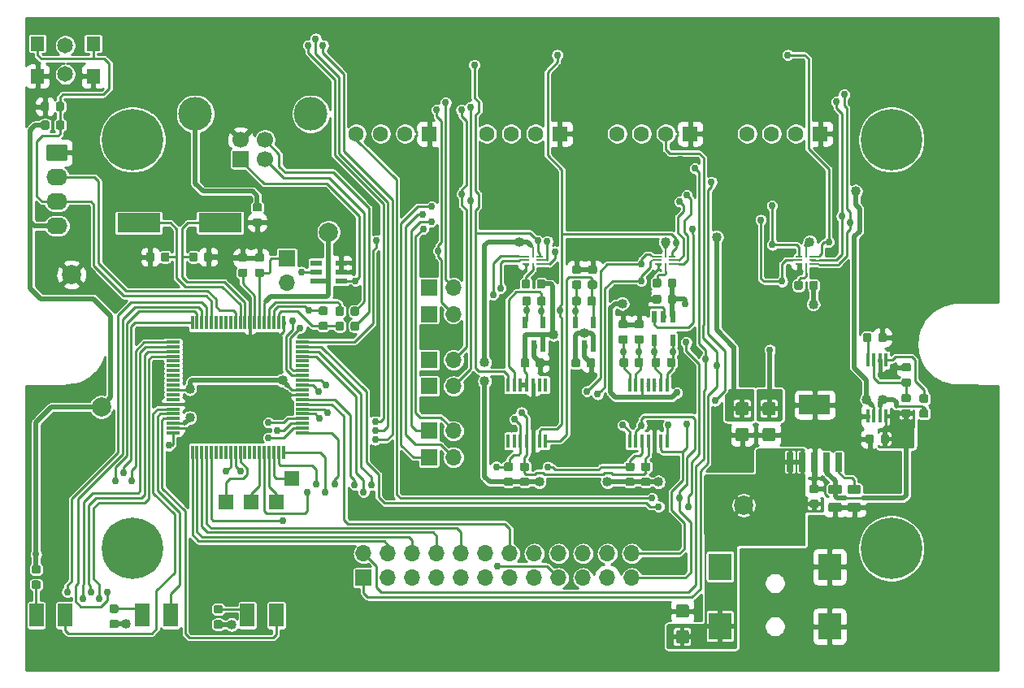
<source format=gbr>
G04 #@! TF.GenerationSoftware,KiCad,Pcbnew,5.1.4-e60b266~84~ubuntu18.04.1*
G04 #@! TF.CreationDate,2019-10-01T18:03:50+03:00*
G04 #@! TF.ProjectId,EV2400-EVM-Interface-Board,45563234-3030-42d4-9556-4d2d496e7465,v1.0*
G04 #@! TF.SameCoordinates,Original*
G04 #@! TF.FileFunction,Copper,L1,Top*
G04 #@! TF.FilePolarity,Positive*
%FSLAX46Y46*%
G04 Gerber Fmt 4.6, Leading zero omitted, Abs format (unit mm)*
G04 Created by KiCad (PCBNEW 5.1.4-e60b266~84~ubuntu18.04.1) date 2019-10-01 18:03:50*
%MOMM*%
%LPD*%
G04 APERTURE LIST*
%ADD10C,1.600000*%
%ADD11R,1.605000X1.605000*%
%ADD12R,1.500000X1.500000*%
%ADD13R,1.270000X0.558800*%
%ADD14R,0.600000X1.200000*%
%ADD15R,0.355600X1.473200*%
%ADD16R,2.400000X2.800000*%
%ADD17C,3.500000*%
%ADD18C,1.700000*%
%ADD19R,1.700000X1.700000*%
%ADD20R,0.450000X1.450000*%
%ADD21R,3.200000X2.000000*%
%ADD22R,0.650000X2.000000*%
%ADD23R,0.300000X1.475000*%
%ADD24R,1.475000X0.300000*%
%ADD25O,1.700000X1.700000*%
%ADD26C,1.650000*%
%ADD27R,1.400000X1.500000*%
%ADD28R,4.500000X2.000000*%
%ADD29R,0.750000X0.200000*%
%ADD30R,0.200000X0.750000*%
%ADD31C,2.000000*%
%ADD32C,0.100000*%
%ADD33C,0.875000*%
%ADD34O,2.200000X1.740000*%
%ADD35C,1.740000*%
%ADD36R,1.500000X2.400000*%
%ADD37C,1.350000*%
%ADD38C,0.975000*%
%ADD39C,0.800000*%
%ADD40C,6.400000*%
%ADD41C,0.762000*%
%ADD42C,1.016000*%
%ADD43C,0.254000*%
%ADD44C,0.508000*%
%ADD45C,0.200000*%
%ADD46C,0.203200*%
G04 APERTURE END LIST*
D10*
X175550000Y-72500000D03*
X178090000Y-72500000D03*
X180630000Y-72500000D03*
D11*
X183170000Y-72500000D03*
D10*
X162010000Y-72500000D03*
X164550000Y-72500000D03*
X167090000Y-72500000D03*
D11*
X169630000Y-72500000D03*
D10*
X148430000Y-72500000D03*
X150970000Y-72500000D03*
X153510000Y-72500000D03*
D11*
X156050000Y-72500000D03*
D10*
X134840000Y-72500000D03*
X137380000Y-72500000D03*
X139920000Y-72500000D03*
D11*
X142460000Y-72500000D03*
D12*
X128150000Y-108450000D03*
X126510000Y-110910000D03*
X123900000Y-110910000D03*
X121260000Y-110910000D03*
D13*
X130654600Y-87839800D03*
X130654600Y-86900000D03*
X130654600Y-85960200D03*
X133245400Y-85960200D03*
X133245400Y-86900000D03*
X133245400Y-87839800D03*
D14*
X157660000Y-92150000D03*
X159560000Y-92150000D03*
X159560000Y-94650000D03*
X158610000Y-94650000D03*
X157660000Y-94650000D03*
X152400000Y-92150000D03*
X154300000Y-92150000D03*
X154300000Y-94650000D03*
X153350000Y-94650000D03*
X152400000Y-94650000D03*
X167800000Y-94050000D03*
X165900000Y-94050000D03*
X165900000Y-91550000D03*
X166850000Y-91550000D03*
X167800000Y-91550000D03*
D15*
X190045200Y-101951000D03*
X189410200Y-101951000D03*
X188749800Y-101951000D03*
X188114800Y-101951000D03*
X188114800Y-96109000D03*
X188749800Y-96109000D03*
X189410200Y-96109000D03*
X190045200Y-96109000D03*
D16*
X172760000Y-123850000D03*
X184160000Y-123850000D03*
X172760000Y-117650000D03*
X184160000Y-117650000D03*
D17*
X130090000Y-70430000D03*
X118050000Y-70430000D03*
D18*
X122820000Y-73140000D03*
X125320000Y-73140000D03*
X125320000Y-75140000D03*
D19*
X122820000Y-75140000D03*
D20*
X150650000Y-98675000D03*
X151300000Y-98675000D03*
X151950000Y-98675000D03*
X152600000Y-98675000D03*
X153250000Y-98675000D03*
X153900000Y-98675000D03*
X154550000Y-98675000D03*
X154550000Y-104525000D03*
X153900000Y-104525000D03*
X153250000Y-104525000D03*
X152600000Y-104525000D03*
X151950000Y-104525000D03*
X151300000Y-104525000D03*
X150650000Y-104525000D03*
X163300000Y-98675000D03*
X163950000Y-98675000D03*
X164600000Y-98675000D03*
X165250000Y-98675000D03*
X165900000Y-98675000D03*
X166550000Y-98675000D03*
X167200000Y-98675000D03*
X167200000Y-104525000D03*
X166550000Y-104525000D03*
X165900000Y-104525000D03*
X165250000Y-104525000D03*
X164600000Y-104525000D03*
X163950000Y-104525000D03*
X163300000Y-104525000D03*
D21*
X182600000Y-100750000D03*
D22*
X185140000Y-106750000D03*
X183870000Y-106750000D03*
X182600000Y-106750000D03*
X181330000Y-106750000D03*
X180060000Y-106750000D03*
D23*
X117750000Y-92212000D03*
X118250000Y-92212000D03*
X118750000Y-92212000D03*
X119250000Y-92212000D03*
X119750000Y-92212000D03*
X120250000Y-92212000D03*
X120750000Y-92212000D03*
X121250000Y-92212000D03*
X121750000Y-92212000D03*
X122250000Y-92212000D03*
X122750000Y-92212000D03*
X123250000Y-92212000D03*
X123750000Y-92212000D03*
X124250000Y-92212000D03*
X124750000Y-92212000D03*
X125250000Y-92212000D03*
X125750000Y-92212000D03*
X126250000Y-92212000D03*
X126750000Y-92212000D03*
X127250000Y-92212000D03*
D24*
X129238000Y-94200000D03*
X129238000Y-94700000D03*
X129238000Y-95200000D03*
X129238000Y-95700000D03*
X129238000Y-96200000D03*
X129238000Y-96700000D03*
X129238000Y-97200000D03*
X129238000Y-97700000D03*
X129238000Y-98200000D03*
X129238000Y-98700000D03*
X129238000Y-99200000D03*
X129238000Y-99700000D03*
X129238000Y-100200000D03*
X129238000Y-100700000D03*
X129238000Y-101200000D03*
X129238000Y-101700000D03*
X129238000Y-102200000D03*
X129238000Y-102700000D03*
X129238000Y-103200000D03*
X129238000Y-103700000D03*
D23*
X127250000Y-105688000D03*
X126750000Y-105688000D03*
X126250000Y-105688000D03*
X125750000Y-105688000D03*
X125250000Y-105688000D03*
X124750000Y-105688000D03*
X124250000Y-105688000D03*
X123750000Y-105688000D03*
X123250000Y-105688000D03*
X122750000Y-105688000D03*
X122250000Y-105688000D03*
X121750000Y-105688000D03*
X121250000Y-105688000D03*
X120750000Y-105688000D03*
X120250000Y-105688000D03*
X119750000Y-105688000D03*
X119250000Y-105688000D03*
X118750000Y-105688000D03*
X118250000Y-105688000D03*
X117750000Y-105688000D03*
D24*
X115762000Y-103700000D03*
X115762000Y-103200000D03*
X115762000Y-102700000D03*
X115762000Y-102200000D03*
X115762000Y-101700000D03*
X115762000Y-101200000D03*
X115762000Y-100700000D03*
X115762000Y-100200000D03*
X115762000Y-99700000D03*
X115762000Y-99200000D03*
X115762000Y-98700000D03*
X115762000Y-98200000D03*
X115762000Y-97700000D03*
X115762000Y-97200000D03*
X115762000Y-96700000D03*
X115762000Y-96200000D03*
X115762000Y-95700000D03*
X115762000Y-95200000D03*
X115762000Y-94700000D03*
X115762000Y-94200000D03*
D25*
X163540000Y-116260000D03*
X163540000Y-118800000D03*
X161000000Y-116260000D03*
X161000000Y-118800000D03*
X158460000Y-116260000D03*
X158460000Y-118800000D03*
X155920000Y-116260000D03*
X155920000Y-118800000D03*
X153380000Y-116260000D03*
X153380000Y-118800000D03*
X150840000Y-116260000D03*
X150840000Y-118800000D03*
X148300000Y-116260000D03*
X148300000Y-118800000D03*
X145760000Y-116260000D03*
X145760000Y-118800000D03*
X143220000Y-116260000D03*
X143220000Y-118800000D03*
X140680000Y-116260000D03*
X140680000Y-118800000D03*
X138140000Y-116260000D03*
X138140000Y-118800000D03*
X135600000Y-116260000D03*
D19*
X135600000Y-118800000D03*
D26*
X104520000Y-63310000D03*
X104520000Y-66310000D03*
D27*
X107420000Y-63110000D03*
X101620000Y-63110000D03*
X107420000Y-66510000D03*
X101620000Y-66510000D03*
D28*
X120660000Y-81800000D03*
X112160000Y-81800000D03*
D29*
X182380000Y-85300000D03*
X182380000Y-85700000D03*
X182380000Y-86100000D03*
D30*
X181680000Y-86300000D03*
D29*
X180980000Y-86100000D03*
X180980000Y-85700000D03*
X180980000Y-85300000D03*
D30*
X181680000Y-85100000D03*
D29*
X167730000Y-85300000D03*
X167730000Y-85700000D03*
X167730000Y-86100000D03*
D30*
X167030000Y-86300000D03*
D29*
X166330000Y-86100000D03*
X166330000Y-85700000D03*
X166330000Y-85300000D03*
D30*
X167030000Y-85100000D03*
D29*
X153940000Y-85300000D03*
X153940000Y-85700000D03*
X153940000Y-86100000D03*
D30*
X153240000Y-86300000D03*
D29*
X152540000Y-86100000D03*
X152540000Y-85700000D03*
X152540000Y-85300000D03*
D30*
X153240000Y-85100000D03*
D31*
X105160000Y-87180000D03*
X108270000Y-100970000D03*
X175230000Y-111260000D03*
X131950000Y-82750000D03*
D32*
G36*
X194257691Y-99666053D02*
G01*
X194278926Y-99669203D01*
X194299750Y-99674419D01*
X194319962Y-99681651D01*
X194339368Y-99690830D01*
X194357781Y-99701866D01*
X194375024Y-99714654D01*
X194390930Y-99729070D01*
X194405346Y-99744976D01*
X194418134Y-99762219D01*
X194429170Y-99780632D01*
X194438349Y-99800038D01*
X194445581Y-99820250D01*
X194450797Y-99841074D01*
X194453947Y-99862309D01*
X194455000Y-99883750D01*
X194455000Y-100321250D01*
X194453947Y-100342691D01*
X194450797Y-100363926D01*
X194445581Y-100384750D01*
X194438349Y-100404962D01*
X194429170Y-100424368D01*
X194418134Y-100442781D01*
X194405346Y-100460024D01*
X194390930Y-100475930D01*
X194375024Y-100490346D01*
X194357781Y-100503134D01*
X194339368Y-100514170D01*
X194319962Y-100523349D01*
X194299750Y-100530581D01*
X194278926Y-100535797D01*
X194257691Y-100538947D01*
X194236250Y-100540000D01*
X193723750Y-100540000D01*
X193702309Y-100538947D01*
X193681074Y-100535797D01*
X193660250Y-100530581D01*
X193640038Y-100523349D01*
X193620632Y-100514170D01*
X193602219Y-100503134D01*
X193584976Y-100490346D01*
X193569070Y-100475930D01*
X193554654Y-100460024D01*
X193541866Y-100442781D01*
X193530830Y-100424368D01*
X193521651Y-100404962D01*
X193514419Y-100384750D01*
X193509203Y-100363926D01*
X193506053Y-100342691D01*
X193505000Y-100321250D01*
X193505000Y-99883750D01*
X193506053Y-99862309D01*
X193509203Y-99841074D01*
X193514419Y-99820250D01*
X193521651Y-99800038D01*
X193530830Y-99780632D01*
X193541866Y-99762219D01*
X193554654Y-99744976D01*
X193569070Y-99729070D01*
X193584976Y-99714654D01*
X193602219Y-99701866D01*
X193620632Y-99690830D01*
X193640038Y-99681651D01*
X193660250Y-99674419D01*
X193681074Y-99669203D01*
X193702309Y-99666053D01*
X193723750Y-99665000D01*
X194236250Y-99665000D01*
X194257691Y-99666053D01*
X194257691Y-99666053D01*
G37*
D33*
X193980000Y-100102500D03*
D32*
G36*
X194257691Y-101241053D02*
G01*
X194278926Y-101244203D01*
X194299750Y-101249419D01*
X194319962Y-101256651D01*
X194339368Y-101265830D01*
X194357781Y-101276866D01*
X194375024Y-101289654D01*
X194390930Y-101304070D01*
X194405346Y-101319976D01*
X194418134Y-101337219D01*
X194429170Y-101355632D01*
X194438349Y-101375038D01*
X194445581Y-101395250D01*
X194450797Y-101416074D01*
X194453947Y-101437309D01*
X194455000Y-101458750D01*
X194455000Y-101896250D01*
X194453947Y-101917691D01*
X194450797Y-101938926D01*
X194445581Y-101959750D01*
X194438349Y-101979962D01*
X194429170Y-101999368D01*
X194418134Y-102017781D01*
X194405346Y-102035024D01*
X194390930Y-102050930D01*
X194375024Y-102065346D01*
X194357781Y-102078134D01*
X194339368Y-102089170D01*
X194319962Y-102098349D01*
X194299750Y-102105581D01*
X194278926Y-102110797D01*
X194257691Y-102113947D01*
X194236250Y-102115000D01*
X193723750Y-102115000D01*
X193702309Y-102113947D01*
X193681074Y-102110797D01*
X193660250Y-102105581D01*
X193640038Y-102098349D01*
X193620632Y-102089170D01*
X193602219Y-102078134D01*
X193584976Y-102065346D01*
X193569070Y-102050930D01*
X193554654Y-102035024D01*
X193541866Y-102017781D01*
X193530830Y-101999368D01*
X193521651Y-101979962D01*
X193514419Y-101959750D01*
X193509203Y-101938926D01*
X193506053Y-101917691D01*
X193505000Y-101896250D01*
X193505000Y-101458750D01*
X193506053Y-101437309D01*
X193509203Y-101416074D01*
X193514419Y-101395250D01*
X193521651Y-101375038D01*
X193530830Y-101355632D01*
X193541866Y-101337219D01*
X193554654Y-101319976D01*
X193569070Y-101304070D01*
X193584976Y-101289654D01*
X193602219Y-101276866D01*
X193620632Y-101265830D01*
X193640038Y-101256651D01*
X193660250Y-101249419D01*
X193681074Y-101244203D01*
X193702309Y-101241053D01*
X193723750Y-101240000D01*
X194236250Y-101240000D01*
X194257691Y-101241053D01*
X194257691Y-101241053D01*
G37*
D33*
X193980000Y-101677500D03*
D32*
G36*
X192407691Y-96406053D02*
G01*
X192428926Y-96409203D01*
X192449750Y-96414419D01*
X192469962Y-96421651D01*
X192489368Y-96430830D01*
X192507781Y-96441866D01*
X192525024Y-96454654D01*
X192540930Y-96469070D01*
X192555346Y-96484976D01*
X192568134Y-96502219D01*
X192579170Y-96520632D01*
X192588349Y-96540038D01*
X192595581Y-96560250D01*
X192600797Y-96581074D01*
X192603947Y-96602309D01*
X192605000Y-96623750D01*
X192605000Y-97061250D01*
X192603947Y-97082691D01*
X192600797Y-97103926D01*
X192595581Y-97124750D01*
X192588349Y-97144962D01*
X192579170Y-97164368D01*
X192568134Y-97182781D01*
X192555346Y-97200024D01*
X192540930Y-97215930D01*
X192525024Y-97230346D01*
X192507781Y-97243134D01*
X192489368Y-97254170D01*
X192469962Y-97263349D01*
X192449750Y-97270581D01*
X192428926Y-97275797D01*
X192407691Y-97278947D01*
X192386250Y-97280000D01*
X191873750Y-97280000D01*
X191852309Y-97278947D01*
X191831074Y-97275797D01*
X191810250Y-97270581D01*
X191790038Y-97263349D01*
X191770632Y-97254170D01*
X191752219Y-97243134D01*
X191734976Y-97230346D01*
X191719070Y-97215930D01*
X191704654Y-97200024D01*
X191691866Y-97182781D01*
X191680830Y-97164368D01*
X191671651Y-97144962D01*
X191664419Y-97124750D01*
X191659203Y-97103926D01*
X191656053Y-97082691D01*
X191655000Y-97061250D01*
X191655000Y-96623750D01*
X191656053Y-96602309D01*
X191659203Y-96581074D01*
X191664419Y-96560250D01*
X191671651Y-96540038D01*
X191680830Y-96520632D01*
X191691866Y-96502219D01*
X191704654Y-96484976D01*
X191719070Y-96469070D01*
X191734976Y-96454654D01*
X191752219Y-96441866D01*
X191770632Y-96430830D01*
X191790038Y-96421651D01*
X191810250Y-96414419D01*
X191831074Y-96409203D01*
X191852309Y-96406053D01*
X191873750Y-96405000D01*
X192386250Y-96405000D01*
X192407691Y-96406053D01*
X192407691Y-96406053D01*
G37*
D33*
X192130000Y-96842500D03*
D32*
G36*
X192407691Y-97981053D02*
G01*
X192428926Y-97984203D01*
X192449750Y-97989419D01*
X192469962Y-97996651D01*
X192489368Y-98005830D01*
X192507781Y-98016866D01*
X192525024Y-98029654D01*
X192540930Y-98044070D01*
X192555346Y-98059976D01*
X192568134Y-98077219D01*
X192579170Y-98095632D01*
X192588349Y-98115038D01*
X192595581Y-98135250D01*
X192600797Y-98156074D01*
X192603947Y-98177309D01*
X192605000Y-98198750D01*
X192605000Y-98636250D01*
X192603947Y-98657691D01*
X192600797Y-98678926D01*
X192595581Y-98699750D01*
X192588349Y-98719962D01*
X192579170Y-98739368D01*
X192568134Y-98757781D01*
X192555346Y-98775024D01*
X192540930Y-98790930D01*
X192525024Y-98805346D01*
X192507781Y-98818134D01*
X192489368Y-98829170D01*
X192469962Y-98838349D01*
X192449750Y-98845581D01*
X192428926Y-98850797D01*
X192407691Y-98853947D01*
X192386250Y-98855000D01*
X191873750Y-98855000D01*
X191852309Y-98853947D01*
X191831074Y-98850797D01*
X191810250Y-98845581D01*
X191790038Y-98838349D01*
X191770632Y-98829170D01*
X191752219Y-98818134D01*
X191734976Y-98805346D01*
X191719070Y-98790930D01*
X191704654Y-98775024D01*
X191691866Y-98757781D01*
X191680830Y-98739368D01*
X191671651Y-98719962D01*
X191664419Y-98699750D01*
X191659203Y-98678926D01*
X191656053Y-98657691D01*
X191655000Y-98636250D01*
X191655000Y-98198750D01*
X191656053Y-98177309D01*
X191659203Y-98156074D01*
X191664419Y-98135250D01*
X191671651Y-98115038D01*
X191680830Y-98095632D01*
X191691866Y-98077219D01*
X191704654Y-98059976D01*
X191719070Y-98044070D01*
X191734976Y-98029654D01*
X191752219Y-98016866D01*
X191770632Y-98005830D01*
X191790038Y-97996651D01*
X191810250Y-97989419D01*
X191831074Y-97984203D01*
X191852309Y-97981053D01*
X191873750Y-97980000D01*
X192386250Y-97980000D01*
X192407691Y-97981053D01*
X192407691Y-97981053D01*
G37*
D33*
X192130000Y-98417500D03*
D32*
G36*
X192397691Y-99626053D02*
G01*
X192418926Y-99629203D01*
X192439750Y-99634419D01*
X192459962Y-99641651D01*
X192479368Y-99650830D01*
X192497781Y-99661866D01*
X192515024Y-99674654D01*
X192530930Y-99689070D01*
X192545346Y-99704976D01*
X192558134Y-99722219D01*
X192569170Y-99740632D01*
X192578349Y-99760038D01*
X192585581Y-99780250D01*
X192590797Y-99801074D01*
X192593947Y-99822309D01*
X192595000Y-99843750D01*
X192595000Y-100281250D01*
X192593947Y-100302691D01*
X192590797Y-100323926D01*
X192585581Y-100344750D01*
X192578349Y-100364962D01*
X192569170Y-100384368D01*
X192558134Y-100402781D01*
X192545346Y-100420024D01*
X192530930Y-100435930D01*
X192515024Y-100450346D01*
X192497781Y-100463134D01*
X192479368Y-100474170D01*
X192459962Y-100483349D01*
X192439750Y-100490581D01*
X192418926Y-100495797D01*
X192397691Y-100498947D01*
X192376250Y-100500000D01*
X191863750Y-100500000D01*
X191842309Y-100498947D01*
X191821074Y-100495797D01*
X191800250Y-100490581D01*
X191780038Y-100483349D01*
X191760632Y-100474170D01*
X191742219Y-100463134D01*
X191724976Y-100450346D01*
X191709070Y-100435930D01*
X191694654Y-100420024D01*
X191681866Y-100402781D01*
X191670830Y-100384368D01*
X191661651Y-100364962D01*
X191654419Y-100344750D01*
X191649203Y-100323926D01*
X191646053Y-100302691D01*
X191645000Y-100281250D01*
X191645000Y-99843750D01*
X191646053Y-99822309D01*
X191649203Y-99801074D01*
X191654419Y-99780250D01*
X191661651Y-99760038D01*
X191670830Y-99740632D01*
X191681866Y-99722219D01*
X191694654Y-99704976D01*
X191709070Y-99689070D01*
X191724976Y-99674654D01*
X191742219Y-99661866D01*
X191760632Y-99650830D01*
X191780038Y-99641651D01*
X191800250Y-99634419D01*
X191821074Y-99629203D01*
X191842309Y-99626053D01*
X191863750Y-99625000D01*
X192376250Y-99625000D01*
X192397691Y-99626053D01*
X192397691Y-99626053D01*
G37*
D33*
X192120000Y-100062500D03*
D32*
G36*
X192397691Y-101201053D02*
G01*
X192418926Y-101204203D01*
X192439750Y-101209419D01*
X192459962Y-101216651D01*
X192479368Y-101225830D01*
X192497781Y-101236866D01*
X192515024Y-101249654D01*
X192530930Y-101264070D01*
X192545346Y-101279976D01*
X192558134Y-101297219D01*
X192569170Y-101315632D01*
X192578349Y-101335038D01*
X192585581Y-101355250D01*
X192590797Y-101376074D01*
X192593947Y-101397309D01*
X192595000Y-101418750D01*
X192595000Y-101856250D01*
X192593947Y-101877691D01*
X192590797Y-101898926D01*
X192585581Y-101919750D01*
X192578349Y-101939962D01*
X192569170Y-101959368D01*
X192558134Y-101977781D01*
X192545346Y-101995024D01*
X192530930Y-102010930D01*
X192515024Y-102025346D01*
X192497781Y-102038134D01*
X192479368Y-102049170D01*
X192459962Y-102058349D01*
X192439750Y-102065581D01*
X192418926Y-102070797D01*
X192397691Y-102073947D01*
X192376250Y-102075000D01*
X191863750Y-102075000D01*
X191842309Y-102073947D01*
X191821074Y-102070797D01*
X191800250Y-102065581D01*
X191780038Y-102058349D01*
X191760632Y-102049170D01*
X191742219Y-102038134D01*
X191724976Y-102025346D01*
X191709070Y-102010930D01*
X191694654Y-101995024D01*
X191681866Y-101977781D01*
X191670830Y-101959368D01*
X191661651Y-101939962D01*
X191654419Y-101919750D01*
X191649203Y-101898926D01*
X191646053Y-101877691D01*
X191645000Y-101856250D01*
X191645000Y-101418750D01*
X191646053Y-101397309D01*
X191649203Y-101376074D01*
X191654419Y-101355250D01*
X191661651Y-101335038D01*
X191670830Y-101315632D01*
X191681866Y-101297219D01*
X191694654Y-101279976D01*
X191709070Y-101264070D01*
X191724976Y-101249654D01*
X191742219Y-101236866D01*
X191760632Y-101225830D01*
X191780038Y-101216651D01*
X191800250Y-101209419D01*
X191821074Y-101204203D01*
X191842309Y-101201053D01*
X191863750Y-101200000D01*
X192376250Y-101200000D01*
X192397691Y-101201053D01*
X192397691Y-101201053D01*
G37*
D33*
X192120000Y-101637500D03*
D32*
G36*
X102652691Y-71126053D02*
G01*
X102673926Y-71129203D01*
X102694750Y-71134419D01*
X102714962Y-71141651D01*
X102734368Y-71150830D01*
X102752781Y-71161866D01*
X102770024Y-71174654D01*
X102785930Y-71189070D01*
X102800346Y-71204976D01*
X102813134Y-71222219D01*
X102824170Y-71240632D01*
X102833349Y-71260038D01*
X102840581Y-71280250D01*
X102845797Y-71301074D01*
X102848947Y-71322309D01*
X102850000Y-71343750D01*
X102850000Y-71856250D01*
X102848947Y-71877691D01*
X102845797Y-71898926D01*
X102840581Y-71919750D01*
X102833349Y-71939962D01*
X102824170Y-71959368D01*
X102813134Y-71977781D01*
X102800346Y-71995024D01*
X102785930Y-72010930D01*
X102770024Y-72025346D01*
X102752781Y-72038134D01*
X102734368Y-72049170D01*
X102714962Y-72058349D01*
X102694750Y-72065581D01*
X102673926Y-72070797D01*
X102652691Y-72073947D01*
X102631250Y-72075000D01*
X102193750Y-72075000D01*
X102172309Y-72073947D01*
X102151074Y-72070797D01*
X102130250Y-72065581D01*
X102110038Y-72058349D01*
X102090632Y-72049170D01*
X102072219Y-72038134D01*
X102054976Y-72025346D01*
X102039070Y-72010930D01*
X102024654Y-71995024D01*
X102011866Y-71977781D01*
X102000830Y-71959368D01*
X101991651Y-71939962D01*
X101984419Y-71919750D01*
X101979203Y-71898926D01*
X101976053Y-71877691D01*
X101975000Y-71856250D01*
X101975000Y-71343750D01*
X101976053Y-71322309D01*
X101979203Y-71301074D01*
X101984419Y-71280250D01*
X101991651Y-71260038D01*
X102000830Y-71240632D01*
X102011866Y-71222219D01*
X102024654Y-71204976D01*
X102039070Y-71189070D01*
X102054976Y-71174654D01*
X102072219Y-71161866D01*
X102090632Y-71150830D01*
X102110038Y-71141651D01*
X102130250Y-71134419D01*
X102151074Y-71129203D01*
X102172309Y-71126053D01*
X102193750Y-71125000D01*
X102631250Y-71125000D01*
X102652691Y-71126053D01*
X102652691Y-71126053D01*
G37*
D33*
X102412500Y-71600000D03*
D32*
G36*
X104227691Y-71126053D02*
G01*
X104248926Y-71129203D01*
X104269750Y-71134419D01*
X104289962Y-71141651D01*
X104309368Y-71150830D01*
X104327781Y-71161866D01*
X104345024Y-71174654D01*
X104360930Y-71189070D01*
X104375346Y-71204976D01*
X104388134Y-71222219D01*
X104399170Y-71240632D01*
X104408349Y-71260038D01*
X104415581Y-71280250D01*
X104420797Y-71301074D01*
X104423947Y-71322309D01*
X104425000Y-71343750D01*
X104425000Y-71856250D01*
X104423947Y-71877691D01*
X104420797Y-71898926D01*
X104415581Y-71919750D01*
X104408349Y-71939962D01*
X104399170Y-71959368D01*
X104388134Y-71977781D01*
X104375346Y-71995024D01*
X104360930Y-72010930D01*
X104345024Y-72025346D01*
X104327781Y-72038134D01*
X104309368Y-72049170D01*
X104289962Y-72058349D01*
X104269750Y-72065581D01*
X104248926Y-72070797D01*
X104227691Y-72073947D01*
X104206250Y-72075000D01*
X103768750Y-72075000D01*
X103747309Y-72073947D01*
X103726074Y-72070797D01*
X103705250Y-72065581D01*
X103685038Y-72058349D01*
X103665632Y-72049170D01*
X103647219Y-72038134D01*
X103629976Y-72025346D01*
X103614070Y-72010930D01*
X103599654Y-71995024D01*
X103586866Y-71977781D01*
X103575830Y-71959368D01*
X103566651Y-71939962D01*
X103559419Y-71919750D01*
X103554203Y-71898926D01*
X103551053Y-71877691D01*
X103550000Y-71856250D01*
X103550000Y-71343750D01*
X103551053Y-71322309D01*
X103554203Y-71301074D01*
X103559419Y-71280250D01*
X103566651Y-71260038D01*
X103575830Y-71240632D01*
X103586866Y-71222219D01*
X103599654Y-71204976D01*
X103614070Y-71189070D01*
X103629976Y-71174654D01*
X103647219Y-71161866D01*
X103665632Y-71150830D01*
X103685038Y-71141651D01*
X103705250Y-71134419D01*
X103726074Y-71129203D01*
X103747309Y-71126053D01*
X103768750Y-71125000D01*
X104206250Y-71125000D01*
X104227691Y-71126053D01*
X104227691Y-71126053D01*
G37*
D33*
X103987500Y-71600000D03*
D32*
G36*
X120727691Y-121626053D02*
G01*
X120748926Y-121629203D01*
X120769750Y-121634419D01*
X120789962Y-121641651D01*
X120809368Y-121650830D01*
X120827781Y-121661866D01*
X120845024Y-121674654D01*
X120860930Y-121689070D01*
X120875346Y-121704976D01*
X120888134Y-121722219D01*
X120899170Y-121740632D01*
X120908349Y-121760038D01*
X120915581Y-121780250D01*
X120920797Y-121801074D01*
X120923947Y-121822309D01*
X120925000Y-121843750D01*
X120925000Y-122281250D01*
X120923947Y-122302691D01*
X120920797Y-122323926D01*
X120915581Y-122344750D01*
X120908349Y-122364962D01*
X120899170Y-122384368D01*
X120888134Y-122402781D01*
X120875346Y-122420024D01*
X120860930Y-122435930D01*
X120845024Y-122450346D01*
X120827781Y-122463134D01*
X120809368Y-122474170D01*
X120789962Y-122483349D01*
X120769750Y-122490581D01*
X120748926Y-122495797D01*
X120727691Y-122498947D01*
X120706250Y-122500000D01*
X120193750Y-122500000D01*
X120172309Y-122498947D01*
X120151074Y-122495797D01*
X120130250Y-122490581D01*
X120110038Y-122483349D01*
X120090632Y-122474170D01*
X120072219Y-122463134D01*
X120054976Y-122450346D01*
X120039070Y-122435930D01*
X120024654Y-122420024D01*
X120011866Y-122402781D01*
X120000830Y-122384368D01*
X119991651Y-122364962D01*
X119984419Y-122344750D01*
X119979203Y-122323926D01*
X119976053Y-122302691D01*
X119975000Y-122281250D01*
X119975000Y-121843750D01*
X119976053Y-121822309D01*
X119979203Y-121801074D01*
X119984419Y-121780250D01*
X119991651Y-121760038D01*
X120000830Y-121740632D01*
X120011866Y-121722219D01*
X120024654Y-121704976D01*
X120039070Y-121689070D01*
X120054976Y-121674654D01*
X120072219Y-121661866D01*
X120090632Y-121650830D01*
X120110038Y-121641651D01*
X120130250Y-121634419D01*
X120151074Y-121629203D01*
X120172309Y-121626053D01*
X120193750Y-121625000D01*
X120706250Y-121625000D01*
X120727691Y-121626053D01*
X120727691Y-121626053D01*
G37*
D33*
X120450000Y-122062500D03*
D32*
G36*
X120727691Y-123201053D02*
G01*
X120748926Y-123204203D01*
X120769750Y-123209419D01*
X120789962Y-123216651D01*
X120809368Y-123225830D01*
X120827781Y-123236866D01*
X120845024Y-123249654D01*
X120860930Y-123264070D01*
X120875346Y-123279976D01*
X120888134Y-123297219D01*
X120899170Y-123315632D01*
X120908349Y-123335038D01*
X120915581Y-123355250D01*
X120920797Y-123376074D01*
X120923947Y-123397309D01*
X120925000Y-123418750D01*
X120925000Y-123856250D01*
X120923947Y-123877691D01*
X120920797Y-123898926D01*
X120915581Y-123919750D01*
X120908349Y-123939962D01*
X120899170Y-123959368D01*
X120888134Y-123977781D01*
X120875346Y-123995024D01*
X120860930Y-124010930D01*
X120845024Y-124025346D01*
X120827781Y-124038134D01*
X120809368Y-124049170D01*
X120789962Y-124058349D01*
X120769750Y-124065581D01*
X120748926Y-124070797D01*
X120727691Y-124073947D01*
X120706250Y-124075000D01*
X120193750Y-124075000D01*
X120172309Y-124073947D01*
X120151074Y-124070797D01*
X120130250Y-124065581D01*
X120110038Y-124058349D01*
X120090632Y-124049170D01*
X120072219Y-124038134D01*
X120054976Y-124025346D01*
X120039070Y-124010930D01*
X120024654Y-123995024D01*
X120011866Y-123977781D01*
X120000830Y-123959368D01*
X119991651Y-123939962D01*
X119984419Y-123919750D01*
X119979203Y-123898926D01*
X119976053Y-123877691D01*
X119975000Y-123856250D01*
X119975000Y-123418750D01*
X119976053Y-123397309D01*
X119979203Y-123376074D01*
X119984419Y-123355250D01*
X119991651Y-123335038D01*
X120000830Y-123315632D01*
X120011866Y-123297219D01*
X120024654Y-123279976D01*
X120039070Y-123264070D01*
X120054976Y-123249654D01*
X120072219Y-123236866D01*
X120090632Y-123225830D01*
X120110038Y-123216651D01*
X120130250Y-123209419D01*
X120151074Y-123204203D01*
X120172309Y-123201053D01*
X120193750Y-123200000D01*
X120706250Y-123200000D01*
X120727691Y-123201053D01*
X120727691Y-123201053D01*
G37*
D33*
X120450000Y-123637500D03*
D32*
G36*
X109877691Y-121576053D02*
G01*
X109898926Y-121579203D01*
X109919750Y-121584419D01*
X109939962Y-121591651D01*
X109959368Y-121600830D01*
X109977781Y-121611866D01*
X109995024Y-121624654D01*
X110010930Y-121639070D01*
X110025346Y-121654976D01*
X110038134Y-121672219D01*
X110049170Y-121690632D01*
X110058349Y-121710038D01*
X110065581Y-121730250D01*
X110070797Y-121751074D01*
X110073947Y-121772309D01*
X110075000Y-121793750D01*
X110075000Y-122231250D01*
X110073947Y-122252691D01*
X110070797Y-122273926D01*
X110065581Y-122294750D01*
X110058349Y-122314962D01*
X110049170Y-122334368D01*
X110038134Y-122352781D01*
X110025346Y-122370024D01*
X110010930Y-122385930D01*
X109995024Y-122400346D01*
X109977781Y-122413134D01*
X109959368Y-122424170D01*
X109939962Y-122433349D01*
X109919750Y-122440581D01*
X109898926Y-122445797D01*
X109877691Y-122448947D01*
X109856250Y-122450000D01*
X109343750Y-122450000D01*
X109322309Y-122448947D01*
X109301074Y-122445797D01*
X109280250Y-122440581D01*
X109260038Y-122433349D01*
X109240632Y-122424170D01*
X109222219Y-122413134D01*
X109204976Y-122400346D01*
X109189070Y-122385930D01*
X109174654Y-122370024D01*
X109161866Y-122352781D01*
X109150830Y-122334368D01*
X109141651Y-122314962D01*
X109134419Y-122294750D01*
X109129203Y-122273926D01*
X109126053Y-122252691D01*
X109125000Y-122231250D01*
X109125000Y-121793750D01*
X109126053Y-121772309D01*
X109129203Y-121751074D01*
X109134419Y-121730250D01*
X109141651Y-121710038D01*
X109150830Y-121690632D01*
X109161866Y-121672219D01*
X109174654Y-121654976D01*
X109189070Y-121639070D01*
X109204976Y-121624654D01*
X109222219Y-121611866D01*
X109240632Y-121600830D01*
X109260038Y-121591651D01*
X109280250Y-121584419D01*
X109301074Y-121579203D01*
X109322309Y-121576053D01*
X109343750Y-121575000D01*
X109856250Y-121575000D01*
X109877691Y-121576053D01*
X109877691Y-121576053D01*
G37*
D33*
X109600000Y-122012500D03*
D32*
G36*
X109877691Y-123151053D02*
G01*
X109898926Y-123154203D01*
X109919750Y-123159419D01*
X109939962Y-123166651D01*
X109959368Y-123175830D01*
X109977781Y-123186866D01*
X109995024Y-123199654D01*
X110010930Y-123214070D01*
X110025346Y-123229976D01*
X110038134Y-123247219D01*
X110049170Y-123265632D01*
X110058349Y-123285038D01*
X110065581Y-123305250D01*
X110070797Y-123326074D01*
X110073947Y-123347309D01*
X110075000Y-123368750D01*
X110075000Y-123806250D01*
X110073947Y-123827691D01*
X110070797Y-123848926D01*
X110065581Y-123869750D01*
X110058349Y-123889962D01*
X110049170Y-123909368D01*
X110038134Y-123927781D01*
X110025346Y-123945024D01*
X110010930Y-123960930D01*
X109995024Y-123975346D01*
X109977781Y-123988134D01*
X109959368Y-123999170D01*
X109939962Y-124008349D01*
X109919750Y-124015581D01*
X109898926Y-124020797D01*
X109877691Y-124023947D01*
X109856250Y-124025000D01*
X109343750Y-124025000D01*
X109322309Y-124023947D01*
X109301074Y-124020797D01*
X109280250Y-124015581D01*
X109260038Y-124008349D01*
X109240632Y-123999170D01*
X109222219Y-123988134D01*
X109204976Y-123975346D01*
X109189070Y-123960930D01*
X109174654Y-123945024D01*
X109161866Y-123927781D01*
X109150830Y-123909368D01*
X109141651Y-123889962D01*
X109134419Y-123869750D01*
X109129203Y-123848926D01*
X109126053Y-123827691D01*
X109125000Y-123806250D01*
X109125000Y-123368750D01*
X109126053Y-123347309D01*
X109129203Y-123326074D01*
X109134419Y-123305250D01*
X109141651Y-123285038D01*
X109150830Y-123265632D01*
X109161866Y-123247219D01*
X109174654Y-123229976D01*
X109189070Y-123214070D01*
X109204976Y-123199654D01*
X109222219Y-123186866D01*
X109240632Y-123175830D01*
X109260038Y-123166651D01*
X109280250Y-123159419D01*
X109301074Y-123154203D01*
X109322309Y-123151053D01*
X109343750Y-123150000D01*
X109856250Y-123150000D01*
X109877691Y-123151053D01*
X109877691Y-123151053D01*
G37*
D33*
X109600000Y-123587500D03*
D32*
G36*
X101757691Y-119061053D02*
G01*
X101778926Y-119064203D01*
X101799750Y-119069419D01*
X101819962Y-119076651D01*
X101839368Y-119085830D01*
X101857781Y-119096866D01*
X101875024Y-119109654D01*
X101890930Y-119124070D01*
X101905346Y-119139976D01*
X101918134Y-119157219D01*
X101929170Y-119175632D01*
X101938349Y-119195038D01*
X101945581Y-119215250D01*
X101950797Y-119236074D01*
X101953947Y-119257309D01*
X101955000Y-119278750D01*
X101955000Y-119716250D01*
X101953947Y-119737691D01*
X101950797Y-119758926D01*
X101945581Y-119779750D01*
X101938349Y-119799962D01*
X101929170Y-119819368D01*
X101918134Y-119837781D01*
X101905346Y-119855024D01*
X101890930Y-119870930D01*
X101875024Y-119885346D01*
X101857781Y-119898134D01*
X101839368Y-119909170D01*
X101819962Y-119918349D01*
X101799750Y-119925581D01*
X101778926Y-119930797D01*
X101757691Y-119933947D01*
X101736250Y-119935000D01*
X101223750Y-119935000D01*
X101202309Y-119933947D01*
X101181074Y-119930797D01*
X101160250Y-119925581D01*
X101140038Y-119918349D01*
X101120632Y-119909170D01*
X101102219Y-119898134D01*
X101084976Y-119885346D01*
X101069070Y-119870930D01*
X101054654Y-119855024D01*
X101041866Y-119837781D01*
X101030830Y-119819368D01*
X101021651Y-119799962D01*
X101014419Y-119779750D01*
X101009203Y-119758926D01*
X101006053Y-119737691D01*
X101005000Y-119716250D01*
X101005000Y-119278750D01*
X101006053Y-119257309D01*
X101009203Y-119236074D01*
X101014419Y-119215250D01*
X101021651Y-119195038D01*
X101030830Y-119175632D01*
X101041866Y-119157219D01*
X101054654Y-119139976D01*
X101069070Y-119124070D01*
X101084976Y-119109654D01*
X101102219Y-119096866D01*
X101120632Y-119085830D01*
X101140038Y-119076651D01*
X101160250Y-119069419D01*
X101181074Y-119064203D01*
X101202309Y-119061053D01*
X101223750Y-119060000D01*
X101736250Y-119060000D01*
X101757691Y-119061053D01*
X101757691Y-119061053D01*
G37*
D33*
X101480000Y-119497500D03*
D32*
G36*
X101757691Y-117486053D02*
G01*
X101778926Y-117489203D01*
X101799750Y-117494419D01*
X101819962Y-117501651D01*
X101839368Y-117510830D01*
X101857781Y-117521866D01*
X101875024Y-117534654D01*
X101890930Y-117549070D01*
X101905346Y-117564976D01*
X101918134Y-117582219D01*
X101929170Y-117600632D01*
X101938349Y-117620038D01*
X101945581Y-117640250D01*
X101950797Y-117661074D01*
X101953947Y-117682309D01*
X101955000Y-117703750D01*
X101955000Y-118141250D01*
X101953947Y-118162691D01*
X101950797Y-118183926D01*
X101945581Y-118204750D01*
X101938349Y-118224962D01*
X101929170Y-118244368D01*
X101918134Y-118262781D01*
X101905346Y-118280024D01*
X101890930Y-118295930D01*
X101875024Y-118310346D01*
X101857781Y-118323134D01*
X101839368Y-118334170D01*
X101819962Y-118343349D01*
X101799750Y-118350581D01*
X101778926Y-118355797D01*
X101757691Y-118358947D01*
X101736250Y-118360000D01*
X101223750Y-118360000D01*
X101202309Y-118358947D01*
X101181074Y-118355797D01*
X101160250Y-118350581D01*
X101140038Y-118343349D01*
X101120632Y-118334170D01*
X101102219Y-118323134D01*
X101084976Y-118310346D01*
X101069070Y-118295930D01*
X101054654Y-118280024D01*
X101041866Y-118262781D01*
X101030830Y-118244368D01*
X101021651Y-118224962D01*
X101014419Y-118204750D01*
X101009203Y-118183926D01*
X101006053Y-118162691D01*
X101005000Y-118141250D01*
X101005000Y-117703750D01*
X101006053Y-117682309D01*
X101009203Y-117661074D01*
X101014419Y-117640250D01*
X101021651Y-117620038D01*
X101030830Y-117600632D01*
X101041866Y-117582219D01*
X101054654Y-117564976D01*
X101069070Y-117549070D01*
X101084976Y-117534654D01*
X101102219Y-117521866D01*
X101120632Y-117510830D01*
X101140038Y-117501651D01*
X101160250Y-117494419D01*
X101181074Y-117489203D01*
X101202309Y-117486053D01*
X101223750Y-117485000D01*
X101736250Y-117485000D01*
X101757691Y-117486053D01*
X101757691Y-117486053D01*
G37*
D33*
X101480000Y-117922500D03*
D32*
G36*
X159727691Y-86226053D02*
G01*
X159748926Y-86229203D01*
X159769750Y-86234419D01*
X159789962Y-86241651D01*
X159809368Y-86250830D01*
X159827781Y-86261866D01*
X159845024Y-86274654D01*
X159860930Y-86289070D01*
X159875346Y-86304976D01*
X159888134Y-86322219D01*
X159899170Y-86340632D01*
X159908349Y-86360038D01*
X159915581Y-86380250D01*
X159920797Y-86401074D01*
X159923947Y-86422309D01*
X159925000Y-86443750D01*
X159925000Y-86881250D01*
X159923947Y-86902691D01*
X159920797Y-86923926D01*
X159915581Y-86944750D01*
X159908349Y-86964962D01*
X159899170Y-86984368D01*
X159888134Y-87002781D01*
X159875346Y-87020024D01*
X159860930Y-87035930D01*
X159845024Y-87050346D01*
X159827781Y-87063134D01*
X159809368Y-87074170D01*
X159789962Y-87083349D01*
X159769750Y-87090581D01*
X159748926Y-87095797D01*
X159727691Y-87098947D01*
X159706250Y-87100000D01*
X159193750Y-87100000D01*
X159172309Y-87098947D01*
X159151074Y-87095797D01*
X159130250Y-87090581D01*
X159110038Y-87083349D01*
X159090632Y-87074170D01*
X159072219Y-87063134D01*
X159054976Y-87050346D01*
X159039070Y-87035930D01*
X159024654Y-87020024D01*
X159011866Y-87002781D01*
X159000830Y-86984368D01*
X158991651Y-86964962D01*
X158984419Y-86944750D01*
X158979203Y-86923926D01*
X158976053Y-86902691D01*
X158975000Y-86881250D01*
X158975000Y-86443750D01*
X158976053Y-86422309D01*
X158979203Y-86401074D01*
X158984419Y-86380250D01*
X158991651Y-86360038D01*
X159000830Y-86340632D01*
X159011866Y-86322219D01*
X159024654Y-86304976D01*
X159039070Y-86289070D01*
X159054976Y-86274654D01*
X159072219Y-86261866D01*
X159090632Y-86250830D01*
X159110038Y-86241651D01*
X159130250Y-86234419D01*
X159151074Y-86229203D01*
X159172309Y-86226053D01*
X159193750Y-86225000D01*
X159706250Y-86225000D01*
X159727691Y-86226053D01*
X159727691Y-86226053D01*
G37*
D33*
X159450000Y-86662500D03*
D32*
G36*
X159727691Y-87801053D02*
G01*
X159748926Y-87804203D01*
X159769750Y-87809419D01*
X159789962Y-87816651D01*
X159809368Y-87825830D01*
X159827781Y-87836866D01*
X159845024Y-87849654D01*
X159860930Y-87864070D01*
X159875346Y-87879976D01*
X159888134Y-87897219D01*
X159899170Y-87915632D01*
X159908349Y-87935038D01*
X159915581Y-87955250D01*
X159920797Y-87976074D01*
X159923947Y-87997309D01*
X159925000Y-88018750D01*
X159925000Y-88456250D01*
X159923947Y-88477691D01*
X159920797Y-88498926D01*
X159915581Y-88519750D01*
X159908349Y-88539962D01*
X159899170Y-88559368D01*
X159888134Y-88577781D01*
X159875346Y-88595024D01*
X159860930Y-88610930D01*
X159845024Y-88625346D01*
X159827781Y-88638134D01*
X159809368Y-88649170D01*
X159789962Y-88658349D01*
X159769750Y-88665581D01*
X159748926Y-88670797D01*
X159727691Y-88673947D01*
X159706250Y-88675000D01*
X159193750Y-88675000D01*
X159172309Y-88673947D01*
X159151074Y-88670797D01*
X159130250Y-88665581D01*
X159110038Y-88658349D01*
X159090632Y-88649170D01*
X159072219Y-88638134D01*
X159054976Y-88625346D01*
X159039070Y-88610930D01*
X159024654Y-88595024D01*
X159011866Y-88577781D01*
X159000830Y-88559368D01*
X158991651Y-88539962D01*
X158984419Y-88519750D01*
X158979203Y-88498926D01*
X158976053Y-88477691D01*
X158975000Y-88456250D01*
X158975000Y-88018750D01*
X158976053Y-87997309D01*
X158979203Y-87976074D01*
X158984419Y-87955250D01*
X158991651Y-87935038D01*
X159000830Y-87915632D01*
X159011866Y-87897219D01*
X159024654Y-87879976D01*
X159039070Y-87864070D01*
X159054976Y-87849654D01*
X159072219Y-87836866D01*
X159090632Y-87825830D01*
X159110038Y-87816651D01*
X159130250Y-87809419D01*
X159151074Y-87804203D01*
X159172309Y-87801053D01*
X159193750Y-87800000D01*
X159706250Y-87800000D01*
X159727691Y-87801053D01*
X159727691Y-87801053D01*
G37*
D33*
X159450000Y-88237500D03*
D32*
G36*
X152637691Y-108361053D02*
G01*
X152658926Y-108364203D01*
X152679750Y-108369419D01*
X152699962Y-108376651D01*
X152719368Y-108385830D01*
X152737781Y-108396866D01*
X152755024Y-108409654D01*
X152770930Y-108424070D01*
X152785346Y-108439976D01*
X152798134Y-108457219D01*
X152809170Y-108475632D01*
X152818349Y-108495038D01*
X152825581Y-108515250D01*
X152830797Y-108536074D01*
X152833947Y-108557309D01*
X152835000Y-108578750D01*
X152835000Y-109016250D01*
X152833947Y-109037691D01*
X152830797Y-109058926D01*
X152825581Y-109079750D01*
X152818349Y-109099962D01*
X152809170Y-109119368D01*
X152798134Y-109137781D01*
X152785346Y-109155024D01*
X152770930Y-109170930D01*
X152755024Y-109185346D01*
X152737781Y-109198134D01*
X152719368Y-109209170D01*
X152699962Y-109218349D01*
X152679750Y-109225581D01*
X152658926Y-109230797D01*
X152637691Y-109233947D01*
X152616250Y-109235000D01*
X152103750Y-109235000D01*
X152082309Y-109233947D01*
X152061074Y-109230797D01*
X152040250Y-109225581D01*
X152020038Y-109218349D01*
X152000632Y-109209170D01*
X151982219Y-109198134D01*
X151964976Y-109185346D01*
X151949070Y-109170930D01*
X151934654Y-109155024D01*
X151921866Y-109137781D01*
X151910830Y-109119368D01*
X151901651Y-109099962D01*
X151894419Y-109079750D01*
X151889203Y-109058926D01*
X151886053Y-109037691D01*
X151885000Y-109016250D01*
X151885000Y-108578750D01*
X151886053Y-108557309D01*
X151889203Y-108536074D01*
X151894419Y-108515250D01*
X151901651Y-108495038D01*
X151910830Y-108475632D01*
X151921866Y-108457219D01*
X151934654Y-108439976D01*
X151949070Y-108424070D01*
X151964976Y-108409654D01*
X151982219Y-108396866D01*
X152000632Y-108385830D01*
X152020038Y-108376651D01*
X152040250Y-108369419D01*
X152061074Y-108364203D01*
X152082309Y-108361053D01*
X152103750Y-108360000D01*
X152616250Y-108360000D01*
X152637691Y-108361053D01*
X152637691Y-108361053D01*
G37*
D33*
X152360000Y-108797500D03*
D32*
G36*
X152637691Y-106786053D02*
G01*
X152658926Y-106789203D01*
X152679750Y-106794419D01*
X152699962Y-106801651D01*
X152719368Y-106810830D01*
X152737781Y-106821866D01*
X152755024Y-106834654D01*
X152770930Y-106849070D01*
X152785346Y-106864976D01*
X152798134Y-106882219D01*
X152809170Y-106900632D01*
X152818349Y-106920038D01*
X152825581Y-106940250D01*
X152830797Y-106961074D01*
X152833947Y-106982309D01*
X152835000Y-107003750D01*
X152835000Y-107441250D01*
X152833947Y-107462691D01*
X152830797Y-107483926D01*
X152825581Y-107504750D01*
X152818349Y-107524962D01*
X152809170Y-107544368D01*
X152798134Y-107562781D01*
X152785346Y-107580024D01*
X152770930Y-107595930D01*
X152755024Y-107610346D01*
X152737781Y-107623134D01*
X152719368Y-107634170D01*
X152699962Y-107643349D01*
X152679750Y-107650581D01*
X152658926Y-107655797D01*
X152637691Y-107658947D01*
X152616250Y-107660000D01*
X152103750Y-107660000D01*
X152082309Y-107658947D01*
X152061074Y-107655797D01*
X152040250Y-107650581D01*
X152020038Y-107643349D01*
X152000632Y-107634170D01*
X151982219Y-107623134D01*
X151964976Y-107610346D01*
X151949070Y-107595930D01*
X151934654Y-107580024D01*
X151921866Y-107562781D01*
X151910830Y-107544368D01*
X151901651Y-107524962D01*
X151894419Y-107504750D01*
X151889203Y-107483926D01*
X151886053Y-107462691D01*
X151885000Y-107441250D01*
X151885000Y-107003750D01*
X151886053Y-106982309D01*
X151889203Y-106961074D01*
X151894419Y-106940250D01*
X151901651Y-106920038D01*
X151910830Y-106900632D01*
X151921866Y-106882219D01*
X151934654Y-106864976D01*
X151949070Y-106849070D01*
X151964976Y-106834654D01*
X151982219Y-106821866D01*
X152000632Y-106810830D01*
X152020038Y-106801651D01*
X152040250Y-106794419D01*
X152061074Y-106789203D01*
X152082309Y-106786053D01*
X152103750Y-106785000D01*
X152616250Y-106785000D01*
X152637691Y-106786053D01*
X152637691Y-106786053D01*
G37*
D33*
X152360000Y-107222500D03*
D32*
G36*
X150977691Y-108351053D02*
G01*
X150998926Y-108354203D01*
X151019750Y-108359419D01*
X151039962Y-108366651D01*
X151059368Y-108375830D01*
X151077781Y-108386866D01*
X151095024Y-108399654D01*
X151110930Y-108414070D01*
X151125346Y-108429976D01*
X151138134Y-108447219D01*
X151149170Y-108465632D01*
X151158349Y-108485038D01*
X151165581Y-108505250D01*
X151170797Y-108526074D01*
X151173947Y-108547309D01*
X151175000Y-108568750D01*
X151175000Y-109006250D01*
X151173947Y-109027691D01*
X151170797Y-109048926D01*
X151165581Y-109069750D01*
X151158349Y-109089962D01*
X151149170Y-109109368D01*
X151138134Y-109127781D01*
X151125346Y-109145024D01*
X151110930Y-109160930D01*
X151095024Y-109175346D01*
X151077781Y-109188134D01*
X151059368Y-109199170D01*
X151039962Y-109208349D01*
X151019750Y-109215581D01*
X150998926Y-109220797D01*
X150977691Y-109223947D01*
X150956250Y-109225000D01*
X150443750Y-109225000D01*
X150422309Y-109223947D01*
X150401074Y-109220797D01*
X150380250Y-109215581D01*
X150360038Y-109208349D01*
X150340632Y-109199170D01*
X150322219Y-109188134D01*
X150304976Y-109175346D01*
X150289070Y-109160930D01*
X150274654Y-109145024D01*
X150261866Y-109127781D01*
X150250830Y-109109368D01*
X150241651Y-109089962D01*
X150234419Y-109069750D01*
X150229203Y-109048926D01*
X150226053Y-109027691D01*
X150225000Y-109006250D01*
X150225000Y-108568750D01*
X150226053Y-108547309D01*
X150229203Y-108526074D01*
X150234419Y-108505250D01*
X150241651Y-108485038D01*
X150250830Y-108465632D01*
X150261866Y-108447219D01*
X150274654Y-108429976D01*
X150289070Y-108414070D01*
X150304976Y-108399654D01*
X150322219Y-108386866D01*
X150340632Y-108375830D01*
X150360038Y-108366651D01*
X150380250Y-108359419D01*
X150401074Y-108354203D01*
X150422309Y-108351053D01*
X150443750Y-108350000D01*
X150956250Y-108350000D01*
X150977691Y-108351053D01*
X150977691Y-108351053D01*
G37*
D33*
X150700000Y-108787500D03*
D32*
G36*
X150977691Y-106776053D02*
G01*
X150998926Y-106779203D01*
X151019750Y-106784419D01*
X151039962Y-106791651D01*
X151059368Y-106800830D01*
X151077781Y-106811866D01*
X151095024Y-106824654D01*
X151110930Y-106839070D01*
X151125346Y-106854976D01*
X151138134Y-106872219D01*
X151149170Y-106890632D01*
X151158349Y-106910038D01*
X151165581Y-106930250D01*
X151170797Y-106951074D01*
X151173947Y-106972309D01*
X151175000Y-106993750D01*
X151175000Y-107431250D01*
X151173947Y-107452691D01*
X151170797Y-107473926D01*
X151165581Y-107494750D01*
X151158349Y-107514962D01*
X151149170Y-107534368D01*
X151138134Y-107552781D01*
X151125346Y-107570024D01*
X151110930Y-107585930D01*
X151095024Y-107600346D01*
X151077781Y-107613134D01*
X151059368Y-107624170D01*
X151039962Y-107633349D01*
X151019750Y-107640581D01*
X150998926Y-107645797D01*
X150977691Y-107648947D01*
X150956250Y-107650000D01*
X150443750Y-107650000D01*
X150422309Y-107648947D01*
X150401074Y-107645797D01*
X150380250Y-107640581D01*
X150360038Y-107633349D01*
X150340632Y-107624170D01*
X150322219Y-107613134D01*
X150304976Y-107600346D01*
X150289070Y-107585930D01*
X150274654Y-107570024D01*
X150261866Y-107552781D01*
X150250830Y-107534368D01*
X150241651Y-107514962D01*
X150234419Y-107494750D01*
X150229203Y-107473926D01*
X150226053Y-107452691D01*
X150225000Y-107431250D01*
X150225000Y-106993750D01*
X150226053Y-106972309D01*
X150229203Y-106951074D01*
X150234419Y-106930250D01*
X150241651Y-106910038D01*
X150250830Y-106890632D01*
X150261866Y-106872219D01*
X150274654Y-106854976D01*
X150289070Y-106839070D01*
X150304976Y-106824654D01*
X150322219Y-106811866D01*
X150340632Y-106800830D01*
X150360038Y-106791651D01*
X150380250Y-106784419D01*
X150401074Y-106779203D01*
X150422309Y-106776053D01*
X150443750Y-106775000D01*
X150956250Y-106775000D01*
X150977691Y-106776053D01*
X150977691Y-106776053D01*
G37*
D33*
X150700000Y-107212500D03*
D32*
G36*
X165267691Y-108361053D02*
G01*
X165288926Y-108364203D01*
X165309750Y-108369419D01*
X165329962Y-108376651D01*
X165349368Y-108385830D01*
X165367781Y-108396866D01*
X165385024Y-108409654D01*
X165400930Y-108424070D01*
X165415346Y-108439976D01*
X165428134Y-108457219D01*
X165439170Y-108475632D01*
X165448349Y-108495038D01*
X165455581Y-108515250D01*
X165460797Y-108536074D01*
X165463947Y-108557309D01*
X165465000Y-108578750D01*
X165465000Y-109016250D01*
X165463947Y-109037691D01*
X165460797Y-109058926D01*
X165455581Y-109079750D01*
X165448349Y-109099962D01*
X165439170Y-109119368D01*
X165428134Y-109137781D01*
X165415346Y-109155024D01*
X165400930Y-109170930D01*
X165385024Y-109185346D01*
X165367781Y-109198134D01*
X165349368Y-109209170D01*
X165329962Y-109218349D01*
X165309750Y-109225581D01*
X165288926Y-109230797D01*
X165267691Y-109233947D01*
X165246250Y-109235000D01*
X164733750Y-109235000D01*
X164712309Y-109233947D01*
X164691074Y-109230797D01*
X164670250Y-109225581D01*
X164650038Y-109218349D01*
X164630632Y-109209170D01*
X164612219Y-109198134D01*
X164594976Y-109185346D01*
X164579070Y-109170930D01*
X164564654Y-109155024D01*
X164551866Y-109137781D01*
X164540830Y-109119368D01*
X164531651Y-109099962D01*
X164524419Y-109079750D01*
X164519203Y-109058926D01*
X164516053Y-109037691D01*
X164515000Y-109016250D01*
X164515000Y-108578750D01*
X164516053Y-108557309D01*
X164519203Y-108536074D01*
X164524419Y-108515250D01*
X164531651Y-108495038D01*
X164540830Y-108475632D01*
X164551866Y-108457219D01*
X164564654Y-108439976D01*
X164579070Y-108424070D01*
X164594976Y-108409654D01*
X164612219Y-108396866D01*
X164630632Y-108385830D01*
X164650038Y-108376651D01*
X164670250Y-108369419D01*
X164691074Y-108364203D01*
X164712309Y-108361053D01*
X164733750Y-108360000D01*
X165246250Y-108360000D01*
X165267691Y-108361053D01*
X165267691Y-108361053D01*
G37*
D33*
X164990000Y-108797500D03*
D32*
G36*
X165267691Y-106786053D02*
G01*
X165288926Y-106789203D01*
X165309750Y-106794419D01*
X165329962Y-106801651D01*
X165349368Y-106810830D01*
X165367781Y-106821866D01*
X165385024Y-106834654D01*
X165400930Y-106849070D01*
X165415346Y-106864976D01*
X165428134Y-106882219D01*
X165439170Y-106900632D01*
X165448349Y-106920038D01*
X165455581Y-106940250D01*
X165460797Y-106961074D01*
X165463947Y-106982309D01*
X165465000Y-107003750D01*
X165465000Y-107441250D01*
X165463947Y-107462691D01*
X165460797Y-107483926D01*
X165455581Y-107504750D01*
X165448349Y-107524962D01*
X165439170Y-107544368D01*
X165428134Y-107562781D01*
X165415346Y-107580024D01*
X165400930Y-107595930D01*
X165385024Y-107610346D01*
X165367781Y-107623134D01*
X165349368Y-107634170D01*
X165329962Y-107643349D01*
X165309750Y-107650581D01*
X165288926Y-107655797D01*
X165267691Y-107658947D01*
X165246250Y-107660000D01*
X164733750Y-107660000D01*
X164712309Y-107658947D01*
X164691074Y-107655797D01*
X164670250Y-107650581D01*
X164650038Y-107643349D01*
X164630632Y-107634170D01*
X164612219Y-107623134D01*
X164594976Y-107610346D01*
X164579070Y-107595930D01*
X164564654Y-107580024D01*
X164551866Y-107562781D01*
X164540830Y-107544368D01*
X164531651Y-107524962D01*
X164524419Y-107504750D01*
X164519203Y-107483926D01*
X164516053Y-107462691D01*
X164515000Y-107441250D01*
X164515000Y-107003750D01*
X164516053Y-106982309D01*
X164519203Y-106961074D01*
X164524419Y-106940250D01*
X164531651Y-106920038D01*
X164540830Y-106900632D01*
X164551866Y-106882219D01*
X164564654Y-106864976D01*
X164579070Y-106849070D01*
X164594976Y-106834654D01*
X164612219Y-106821866D01*
X164630632Y-106810830D01*
X164650038Y-106801651D01*
X164670250Y-106794419D01*
X164691074Y-106789203D01*
X164712309Y-106786053D01*
X164733750Y-106785000D01*
X165246250Y-106785000D01*
X165267691Y-106786053D01*
X165267691Y-106786053D01*
G37*
D33*
X164990000Y-107222500D03*
D32*
G36*
X163627691Y-108361053D02*
G01*
X163648926Y-108364203D01*
X163669750Y-108369419D01*
X163689962Y-108376651D01*
X163709368Y-108385830D01*
X163727781Y-108396866D01*
X163745024Y-108409654D01*
X163760930Y-108424070D01*
X163775346Y-108439976D01*
X163788134Y-108457219D01*
X163799170Y-108475632D01*
X163808349Y-108495038D01*
X163815581Y-108515250D01*
X163820797Y-108536074D01*
X163823947Y-108557309D01*
X163825000Y-108578750D01*
X163825000Y-109016250D01*
X163823947Y-109037691D01*
X163820797Y-109058926D01*
X163815581Y-109079750D01*
X163808349Y-109099962D01*
X163799170Y-109119368D01*
X163788134Y-109137781D01*
X163775346Y-109155024D01*
X163760930Y-109170930D01*
X163745024Y-109185346D01*
X163727781Y-109198134D01*
X163709368Y-109209170D01*
X163689962Y-109218349D01*
X163669750Y-109225581D01*
X163648926Y-109230797D01*
X163627691Y-109233947D01*
X163606250Y-109235000D01*
X163093750Y-109235000D01*
X163072309Y-109233947D01*
X163051074Y-109230797D01*
X163030250Y-109225581D01*
X163010038Y-109218349D01*
X162990632Y-109209170D01*
X162972219Y-109198134D01*
X162954976Y-109185346D01*
X162939070Y-109170930D01*
X162924654Y-109155024D01*
X162911866Y-109137781D01*
X162900830Y-109119368D01*
X162891651Y-109099962D01*
X162884419Y-109079750D01*
X162879203Y-109058926D01*
X162876053Y-109037691D01*
X162875000Y-109016250D01*
X162875000Y-108578750D01*
X162876053Y-108557309D01*
X162879203Y-108536074D01*
X162884419Y-108515250D01*
X162891651Y-108495038D01*
X162900830Y-108475632D01*
X162911866Y-108457219D01*
X162924654Y-108439976D01*
X162939070Y-108424070D01*
X162954976Y-108409654D01*
X162972219Y-108396866D01*
X162990632Y-108385830D01*
X163010038Y-108376651D01*
X163030250Y-108369419D01*
X163051074Y-108364203D01*
X163072309Y-108361053D01*
X163093750Y-108360000D01*
X163606250Y-108360000D01*
X163627691Y-108361053D01*
X163627691Y-108361053D01*
G37*
D33*
X163350000Y-108797500D03*
D32*
G36*
X163627691Y-106786053D02*
G01*
X163648926Y-106789203D01*
X163669750Y-106794419D01*
X163689962Y-106801651D01*
X163709368Y-106810830D01*
X163727781Y-106821866D01*
X163745024Y-106834654D01*
X163760930Y-106849070D01*
X163775346Y-106864976D01*
X163788134Y-106882219D01*
X163799170Y-106900632D01*
X163808349Y-106920038D01*
X163815581Y-106940250D01*
X163820797Y-106961074D01*
X163823947Y-106982309D01*
X163825000Y-107003750D01*
X163825000Y-107441250D01*
X163823947Y-107462691D01*
X163820797Y-107483926D01*
X163815581Y-107504750D01*
X163808349Y-107524962D01*
X163799170Y-107544368D01*
X163788134Y-107562781D01*
X163775346Y-107580024D01*
X163760930Y-107595930D01*
X163745024Y-107610346D01*
X163727781Y-107623134D01*
X163709368Y-107634170D01*
X163689962Y-107643349D01*
X163669750Y-107650581D01*
X163648926Y-107655797D01*
X163627691Y-107658947D01*
X163606250Y-107660000D01*
X163093750Y-107660000D01*
X163072309Y-107658947D01*
X163051074Y-107655797D01*
X163030250Y-107650581D01*
X163010038Y-107643349D01*
X162990632Y-107634170D01*
X162972219Y-107623134D01*
X162954976Y-107610346D01*
X162939070Y-107595930D01*
X162924654Y-107580024D01*
X162911866Y-107562781D01*
X162900830Y-107544368D01*
X162891651Y-107524962D01*
X162884419Y-107504750D01*
X162879203Y-107483926D01*
X162876053Y-107462691D01*
X162875000Y-107441250D01*
X162875000Y-107003750D01*
X162876053Y-106982309D01*
X162879203Y-106961074D01*
X162884419Y-106940250D01*
X162891651Y-106920038D01*
X162900830Y-106900632D01*
X162911866Y-106882219D01*
X162924654Y-106864976D01*
X162939070Y-106849070D01*
X162954976Y-106834654D01*
X162972219Y-106821866D01*
X162990632Y-106810830D01*
X163010038Y-106801651D01*
X163030250Y-106794419D01*
X163051074Y-106789203D01*
X163072309Y-106786053D01*
X163093750Y-106785000D01*
X163606250Y-106785000D01*
X163627691Y-106786053D01*
X163627691Y-106786053D01*
G37*
D33*
X163350000Y-107222500D03*
D32*
G36*
X164577691Y-91926053D02*
G01*
X164598926Y-91929203D01*
X164619750Y-91934419D01*
X164639962Y-91941651D01*
X164659368Y-91950830D01*
X164677781Y-91961866D01*
X164695024Y-91974654D01*
X164710930Y-91989070D01*
X164725346Y-92004976D01*
X164738134Y-92022219D01*
X164749170Y-92040632D01*
X164758349Y-92060038D01*
X164765581Y-92080250D01*
X164770797Y-92101074D01*
X164773947Y-92122309D01*
X164775000Y-92143750D01*
X164775000Y-92581250D01*
X164773947Y-92602691D01*
X164770797Y-92623926D01*
X164765581Y-92644750D01*
X164758349Y-92664962D01*
X164749170Y-92684368D01*
X164738134Y-92702781D01*
X164725346Y-92720024D01*
X164710930Y-92735930D01*
X164695024Y-92750346D01*
X164677781Y-92763134D01*
X164659368Y-92774170D01*
X164639962Y-92783349D01*
X164619750Y-92790581D01*
X164598926Y-92795797D01*
X164577691Y-92798947D01*
X164556250Y-92800000D01*
X164043750Y-92800000D01*
X164022309Y-92798947D01*
X164001074Y-92795797D01*
X163980250Y-92790581D01*
X163960038Y-92783349D01*
X163940632Y-92774170D01*
X163922219Y-92763134D01*
X163904976Y-92750346D01*
X163889070Y-92735930D01*
X163874654Y-92720024D01*
X163861866Y-92702781D01*
X163850830Y-92684368D01*
X163841651Y-92664962D01*
X163834419Y-92644750D01*
X163829203Y-92623926D01*
X163826053Y-92602691D01*
X163825000Y-92581250D01*
X163825000Y-92143750D01*
X163826053Y-92122309D01*
X163829203Y-92101074D01*
X163834419Y-92080250D01*
X163841651Y-92060038D01*
X163850830Y-92040632D01*
X163861866Y-92022219D01*
X163874654Y-92004976D01*
X163889070Y-91989070D01*
X163904976Y-91974654D01*
X163922219Y-91961866D01*
X163940632Y-91950830D01*
X163960038Y-91941651D01*
X163980250Y-91934419D01*
X164001074Y-91929203D01*
X164022309Y-91926053D01*
X164043750Y-91925000D01*
X164556250Y-91925000D01*
X164577691Y-91926053D01*
X164577691Y-91926053D01*
G37*
D33*
X164300000Y-92362500D03*
D32*
G36*
X164577691Y-93501053D02*
G01*
X164598926Y-93504203D01*
X164619750Y-93509419D01*
X164639962Y-93516651D01*
X164659368Y-93525830D01*
X164677781Y-93536866D01*
X164695024Y-93549654D01*
X164710930Y-93564070D01*
X164725346Y-93579976D01*
X164738134Y-93597219D01*
X164749170Y-93615632D01*
X164758349Y-93635038D01*
X164765581Y-93655250D01*
X164770797Y-93676074D01*
X164773947Y-93697309D01*
X164775000Y-93718750D01*
X164775000Y-94156250D01*
X164773947Y-94177691D01*
X164770797Y-94198926D01*
X164765581Y-94219750D01*
X164758349Y-94239962D01*
X164749170Y-94259368D01*
X164738134Y-94277781D01*
X164725346Y-94295024D01*
X164710930Y-94310930D01*
X164695024Y-94325346D01*
X164677781Y-94338134D01*
X164659368Y-94349170D01*
X164639962Y-94358349D01*
X164619750Y-94365581D01*
X164598926Y-94370797D01*
X164577691Y-94373947D01*
X164556250Y-94375000D01*
X164043750Y-94375000D01*
X164022309Y-94373947D01*
X164001074Y-94370797D01*
X163980250Y-94365581D01*
X163960038Y-94358349D01*
X163940632Y-94349170D01*
X163922219Y-94338134D01*
X163904976Y-94325346D01*
X163889070Y-94310930D01*
X163874654Y-94295024D01*
X163861866Y-94277781D01*
X163850830Y-94259368D01*
X163841651Y-94239962D01*
X163834419Y-94219750D01*
X163829203Y-94198926D01*
X163826053Y-94177691D01*
X163825000Y-94156250D01*
X163825000Y-93718750D01*
X163826053Y-93697309D01*
X163829203Y-93676074D01*
X163834419Y-93655250D01*
X163841651Y-93635038D01*
X163850830Y-93615632D01*
X163861866Y-93597219D01*
X163874654Y-93579976D01*
X163889070Y-93564070D01*
X163904976Y-93549654D01*
X163922219Y-93536866D01*
X163940632Y-93525830D01*
X163960038Y-93516651D01*
X163980250Y-93509419D01*
X164001074Y-93504203D01*
X164022309Y-93501053D01*
X164043750Y-93500000D01*
X164556250Y-93500000D01*
X164577691Y-93501053D01*
X164577691Y-93501053D01*
G37*
D33*
X164300000Y-93937500D03*
D32*
G36*
X189897691Y-93266053D02*
G01*
X189918926Y-93269203D01*
X189939750Y-93274419D01*
X189959962Y-93281651D01*
X189979368Y-93290830D01*
X189997781Y-93301866D01*
X190015024Y-93314654D01*
X190030930Y-93329070D01*
X190045346Y-93344976D01*
X190058134Y-93362219D01*
X190069170Y-93380632D01*
X190078349Y-93400038D01*
X190085581Y-93420250D01*
X190090797Y-93441074D01*
X190093947Y-93462309D01*
X190095000Y-93483750D01*
X190095000Y-93996250D01*
X190093947Y-94017691D01*
X190090797Y-94038926D01*
X190085581Y-94059750D01*
X190078349Y-94079962D01*
X190069170Y-94099368D01*
X190058134Y-94117781D01*
X190045346Y-94135024D01*
X190030930Y-94150930D01*
X190015024Y-94165346D01*
X189997781Y-94178134D01*
X189979368Y-94189170D01*
X189959962Y-94198349D01*
X189939750Y-94205581D01*
X189918926Y-94210797D01*
X189897691Y-94213947D01*
X189876250Y-94215000D01*
X189438750Y-94215000D01*
X189417309Y-94213947D01*
X189396074Y-94210797D01*
X189375250Y-94205581D01*
X189355038Y-94198349D01*
X189335632Y-94189170D01*
X189317219Y-94178134D01*
X189299976Y-94165346D01*
X189284070Y-94150930D01*
X189269654Y-94135024D01*
X189256866Y-94117781D01*
X189245830Y-94099368D01*
X189236651Y-94079962D01*
X189229419Y-94059750D01*
X189224203Y-94038926D01*
X189221053Y-94017691D01*
X189220000Y-93996250D01*
X189220000Y-93483750D01*
X189221053Y-93462309D01*
X189224203Y-93441074D01*
X189229419Y-93420250D01*
X189236651Y-93400038D01*
X189245830Y-93380632D01*
X189256866Y-93362219D01*
X189269654Y-93344976D01*
X189284070Y-93329070D01*
X189299976Y-93314654D01*
X189317219Y-93301866D01*
X189335632Y-93290830D01*
X189355038Y-93281651D01*
X189375250Y-93274419D01*
X189396074Y-93269203D01*
X189417309Y-93266053D01*
X189438750Y-93265000D01*
X189876250Y-93265000D01*
X189897691Y-93266053D01*
X189897691Y-93266053D01*
G37*
D33*
X189657500Y-93740000D03*
D32*
G36*
X188322691Y-93266053D02*
G01*
X188343926Y-93269203D01*
X188364750Y-93274419D01*
X188384962Y-93281651D01*
X188404368Y-93290830D01*
X188422781Y-93301866D01*
X188440024Y-93314654D01*
X188455930Y-93329070D01*
X188470346Y-93344976D01*
X188483134Y-93362219D01*
X188494170Y-93380632D01*
X188503349Y-93400038D01*
X188510581Y-93420250D01*
X188515797Y-93441074D01*
X188518947Y-93462309D01*
X188520000Y-93483750D01*
X188520000Y-93996250D01*
X188518947Y-94017691D01*
X188515797Y-94038926D01*
X188510581Y-94059750D01*
X188503349Y-94079962D01*
X188494170Y-94099368D01*
X188483134Y-94117781D01*
X188470346Y-94135024D01*
X188455930Y-94150930D01*
X188440024Y-94165346D01*
X188422781Y-94178134D01*
X188404368Y-94189170D01*
X188384962Y-94198349D01*
X188364750Y-94205581D01*
X188343926Y-94210797D01*
X188322691Y-94213947D01*
X188301250Y-94215000D01*
X187863750Y-94215000D01*
X187842309Y-94213947D01*
X187821074Y-94210797D01*
X187800250Y-94205581D01*
X187780038Y-94198349D01*
X187760632Y-94189170D01*
X187742219Y-94178134D01*
X187724976Y-94165346D01*
X187709070Y-94150930D01*
X187694654Y-94135024D01*
X187681866Y-94117781D01*
X187670830Y-94099368D01*
X187661651Y-94079962D01*
X187654419Y-94059750D01*
X187649203Y-94038926D01*
X187646053Y-94017691D01*
X187645000Y-93996250D01*
X187645000Y-93483750D01*
X187646053Y-93462309D01*
X187649203Y-93441074D01*
X187654419Y-93420250D01*
X187661651Y-93400038D01*
X187670830Y-93380632D01*
X187681866Y-93362219D01*
X187694654Y-93344976D01*
X187709070Y-93329070D01*
X187724976Y-93314654D01*
X187742219Y-93301866D01*
X187760632Y-93290830D01*
X187780038Y-93281651D01*
X187800250Y-93274419D01*
X187821074Y-93269203D01*
X187842309Y-93266053D01*
X187863750Y-93265000D01*
X188301250Y-93265000D01*
X188322691Y-93266053D01*
X188322691Y-93266053D01*
G37*
D33*
X188082500Y-93740000D03*
D32*
G36*
X182727691Y-87826053D02*
G01*
X182748926Y-87829203D01*
X182769750Y-87834419D01*
X182789962Y-87841651D01*
X182809368Y-87850830D01*
X182827781Y-87861866D01*
X182845024Y-87874654D01*
X182860930Y-87889070D01*
X182875346Y-87904976D01*
X182888134Y-87922219D01*
X182899170Y-87940632D01*
X182908349Y-87960038D01*
X182915581Y-87980250D01*
X182920797Y-88001074D01*
X182923947Y-88022309D01*
X182925000Y-88043750D01*
X182925000Y-88556250D01*
X182923947Y-88577691D01*
X182920797Y-88598926D01*
X182915581Y-88619750D01*
X182908349Y-88639962D01*
X182899170Y-88659368D01*
X182888134Y-88677781D01*
X182875346Y-88695024D01*
X182860930Y-88710930D01*
X182845024Y-88725346D01*
X182827781Y-88738134D01*
X182809368Y-88749170D01*
X182789962Y-88758349D01*
X182769750Y-88765581D01*
X182748926Y-88770797D01*
X182727691Y-88773947D01*
X182706250Y-88775000D01*
X182268750Y-88775000D01*
X182247309Y-88773947D01*
X182226074Y-88770797D01*
X182205250Y-88765581D01*
X182185038Y-88758349D01*
X182165632Y-88749170D01*
X182147219Y-88738134D01*
X182129976Y-88725346D01*
X182114070Y-88710930D01*
X182099654Y-88695024D01*
X182086866Y-88677781D01*
X182075830Y-88659368D01*
X182066651Y-88639962D01*
X182059419Y-88619750D01*
X182054203Y-88598926D01*
X182051053Y-88577691D01*
X182050000Y-88556250D01*
X182050000Y-88043750D01*
X182051053Y-88022309D01*
X182054203Y-88001074D01*
X182059419Y-87980250D01*
X182066651Y-87960038D01*
X182075830Y-87940632D01*
X182086866Y-87922219D01*
X182099654Y-87904976D01*
X182114070Y-87889070D01*
X182129976Y-87874654D01*
X182147219Y-87861866D01*
X182165632Y-87850830D01*
X182185038Y-87841651D01*
X182205250Y-87834419D01*
X182226074Y-87829203D01*
X182247309Y-87826053D01*
X182268750Y-87825000D01*
X182706250Y-87825000D01*
X182727691Y-87826053D01*
X182727691Y-87826053D01*
G37*
D33*
X182487500Y-88300000D03*
D32*
G36*
X181152691Y-87826053D02*
G01*
X181173926Y-87829203D01*
X181194750Y-87834419D01*
X181214962Y-87841651D01*
X181234368Y-87850830D01*
X181252781Y-87861866D01*
X181270024Y-87874654D01*
X181285930Y-87889070D01*
X181300346Y-87904976D01*
X181313134Y-87922219D01*
X181324170Y-87940632D01*
X181333349Y-87960038D01*
X181340581Y-87980250D01*
X181345797Y-88001074D01*
X181348947Y-88022309D01*
X181350000Y-88043750D01*
X181350000Y-88556250D01*
X181348947Y-88577691D01*
X181345797Y-88598926D01*
X181340581Y-88619750D01*
X181333349Y-88639962D01*
X181324170Y-88659368D01*
X181313134Y-88677781D01*
X181300346Y-88695024D01*
X181285930Y-88710930D01*
X181270024Y-88725346D01*
X181252781Y-88738134D01*
X181234368Y-88749170D01*
X181214962Y-88758349D01*
X181194750Y-88765581D01*
X181173926Y-88770797D01*
X181152691Y-88773947D01*
X181131250Y-88775000D01*
X180693750Y-88775000D01*
X180672309Y-88773947D01*
X180651074Y-88770797D01*
X180630250Y-88765581D01*
X180610038Y-88758349D01*
X180590632Y-88749170D01*
X180572219Y-88738134D01*
X180554976Y-88725346D01*
X180539070Y-88710930D01*
X180524654Y-88695024D01*
X180511866Y-88677781D01*
X180500830Y-88659368D01*
X180491651Y-88639962D01*
X180484419Y-88619750D01*
X180479203Y-88598926D01*
X180476053Y-88577691D01*
X180475000Y-88556250D01*
X180475000Y-88043750D01*
X180476053Y-88022309D01*
X180479203Y-88001074D01*
X180484419Y-87980250D01*
X180491651Y-87960038D01*
X180500830Y-87940632D01*
X180511866Y-87922219D01*
X180524654Y-87904976D01*
X180539070Y-87889070D01*
X180554976Y-87874654D01*
X180572219Y-87861866D01*
X180590632Y-87850830D01*
X180610038Y-87841651D01*
X180630250Y-87834419D01*
X180651074Y-87829203D01*
X180672309Y-87826053D01*
X180693750Y-87825000D01*
X181131250Y-87825000D01*
X181152691Y-87826053D01*
X181152691Y-87826053D01*
G37*
D33*
X180912500Y-88300000D03*
D32*
G36*
X167977691Y-87576053D02*
G01*
X167998926Y-87579203D01*
X168019750Y-87584419D01*
X168039962Y-87591651D01*
X168059368Y-87600830D01*
X168077781Y-87611866D01*
X168095024Y-87624654D01*
X168110930Y-87639070D01*
X168125346Y-87654976D01*
X168138134Y-87672219D01*
X168149170Y-87690632D01*
X168158349Y-87710038D01*
X168165581Y-87730250D01*
X168170797Y-87751074D01*
X168173947Y-87772309D01*
X168175000Y-87793750D01*
X168175000Y-88306250D01*
X168173947Y-88327691D01*
X168170797Y-88348926D01*
X168165581Y-88369750D01*
X168158349Y-88389962D01*
X168149170Y-88409368D01*
X168138134Y-88427781D01*
X168125346Y-88445024D01*
X168110930Y-88460930D01*
X168095024Y-88475346D01*
X168077781Y-88488134D01*
X168059368Y-88499170D01*
X168039962Y-88508349D01*
X168019750Y-88515581D01*
X167998926Y-88520797D01*
X167977691Y-88523947D01*
X167956250Y-88525000D01*
X167518750Y-88525000D01*
X167497309Y-88523947D01*
X167476074Y-88520797D01*
X167455250Y-88515581D01*
X167435038Y-88508349D01*
X167415632Y-88499170D01*
X167397219Y-88488134D01*
X167379976Y-88475346D01*
X167364070Y-88460930D01*
X167349654Y-88445024D01*
X167336866Y-88427781D01*
X167325830Y-88409368D01*
X167316651Y-88389962D01*
X167309419Y-88369750D01*
X167304203Y-88348926D01*
X167301053Y-88327691D01*
X167300000Y-88306250D01*
X167300000Y-87793750D01*
X167301053Y-87772309D01*
X167304203Y-87751074D01*
X167309419Y-87730250D01*
X167316651Y-87710038D01*
X167325830Y-87690632D01*
X167336866Y-87672219D01*
X167349654Y-87654976D01*
X167364070Y-87639070D01*
X167379976Y-87624654D01*
X167397219Y-87611866D01*
X167415632Y-87600830D01*
X167435038Y-87591651D01*
X167455250Y-87584419D01*
X167476074Y-87579203D01*
X167497309Y-87576053D01*
X167518750Y-87575000D01*
X167956250Y-87575000D01*
X167977691Y-87576053D01*
X167977691Y-87576053D01*
G37*
D33*
X167737500Y-88050000D03*
D32*
G36*
X166402691Y-87576053D02*
G01*
X166423926Y-87579203D01*
X166444750Y-87584419D01*
X166464962Y-87591651D01*
X166484368Y-87600830D01*
X166502781Y-87611866D01*
X166520024Y-87624654D01*
X166535930Y-87639070D01*
X166550346Y-87654976D01*
X166563134Y-87672219D01*
X166574170Y-87690632D01*
X166583349Y-87710038D01*
X166590581Y-87730250D01*
X166595797Y-87751074D01*
X166598947Y-87772309D01*
X166600000Y-87793750D01*
X166600000Y-88306250D01*
X166598947Y-88327691D01*
X166595797Y-88348926D01*
X166590581Y-88369750D01*
X166583349Y-88389962D01*
X166574170Y-88409368D01*
X166563134Y-88427781D01*
X166550346Y-88445024D01*
X166535930Y-88460930D01*
X166520024Y-88475346D01*
X166502781Y-88488134D01*
X166484368Y-88499170D01*
X166464962Y-88508349D01*
X166444750Y-88515581D01*
X166423926Y-88520797D01*
X166402691Y-88523947D01*
X166381250Y-88525000D01*
X165943750Y-88525000D01*
X165922309Y-88523947D01*
X165901074Y-88520797D01*
X165880250Y-88515581D01*
X165860038Y-88508349D01*
X165840632Y-88499170D01*
X165822219Y-88488134D01*
X165804976Y-88475346D01*
X165789070Y-88460930D01*
X165774654Y-88445024D01*
X165761866Y-88427781D01*
X165750830Y-88409368D01*
X165741651Y-88389962D01*
X165734419Y-88369750D01*
X165729203Y-88348926D01*
X165726053Y-88327691D01*
X165725000Y-88306250D01*
X165725000Y-87793750D01*
X165726053Y-87772309D01*
X165729203Y-87751074D01*
X165734419Y-87730250D01*
X165741651Y-87710038D01*
X165750830Y-87690632D01*
X165761866Y-87672219D01*
X165774654Y-87654976D01*
X165789070Y-87639070D01*
X165804976Y-87624654D01*
X165822219Y-87611866D01*
X165840632Y-87600830D01*
X165860038Y-87591651D01*
X165880250Y-87584419D01*
X165901074Y-87579203D01*
X165922309Y-87576053D01*
X165943750Y-87575000D01*
X166381250Y-87575000D01*
X166402691Y-87576053D01*
X166402691Y-87576053D01*
G37*
D33*
X166162500Y-88050000D03*
D32*
G36*
X154327691Y-87676053D02*
G01*
X154348926Y-87679203D01*
X154369750Y-87684419D01*
X154389962Y-87691651D01*
X154409368Y-87700830D01*
X154427781Y-87711866D01*
X154445024Y-87724654D01*
X154460930Y-87739070D01*
X154475346Y-87754976D01*
X154488134Y-87772219D01*
X154499170Y-87790632D01*
X154508349Y-87810038D01*
X154515581Y-87830250D01*
X154520797Y-87851074D01*
X154523947Y-87872309D01*
X154525000Y-87893750D01*
X154525000Y-88406250D01*
X154523947Y-88427691D01*
X154520797Y-88448926D01*
X154515581Y-88469750D01*
X154508349Y-88489962D01*
X154499170Y-88509368D01*
X154488134Y-88527781D01*
X154475346Y-88545024D01*
X154460930Y-88560930D01*
X154445024Y-88575346D01*
X154427781Y-88588134D01*
X154409368Y-88599170D01*
X154389962Y-88608349D01*
X154369750Y-88615581D01*
X154348926Y-88620797D01*
X154327691Y-88623947D01*
X154306250Y-88625000D01*
X153868750Y-88625000D01*
X153847309Y-88623947D01*
X153826074Y-88620797D01*
X153805250Y-88615581D01*
X153785038Y-88608349D01*
X153765632Y-88599170D01*
X153747219Y-88588134D01*
X153729976Y-88575346D01*
X153714070Y-88560930D01*
X153699654Y-88545024D01*
X153686866Y-88527781D01*
X153675830Y-88509368D01*
X153666651Y-88489962D01*
X153659419Y-88469750D01*
X153654203Y-88448926D01*
X153651053Y-88427691D01*
X153650000Y-88406250D01*
X153650000Y-87893750D01*
X153651053Y-87872309D01*
X153654203Y-87851074D01*
X153659419Y-87830250D01*
X153666651Y-87810038D01*
X153675830Y-87790632D01*
X153686866Y-87772219D01*
X153699654Y-87754976D01*
X153714070Y-87739070D01*
X153729976Y-87724654D01*
X153747219Y-87711866D01*
X153765632Y-87700830D01*
X153785038Y-87691651D01*
X153805250Y-87684419D01*
X153826074Y-87679203D01*
X153847309Y-87676053D01*
X153868750Y-87675000D01*
X154306250Y-87675000D01*
X154327691Y-87676053D01*
X154327691Y-87676053D01*
G37*
D33*
X154087500Y-88150000D03*
D32*
G36*
X152752691Y-87676053D02*
G01*
X152773926Y-87679203D01*
X152794750Y-87684419D01*
X152814962Y-87691651D01*
X152834368Y-87700830D01*
X152852781Y-87711866D01*
X152870024Y-87724654D01*
X152885930Y-87739070D01*
X152900346Y-87754976D01*
X152913134Y-87772219D01*
X152924170Y-87790632D01*
X152933349Y-87810038D01*
X152940581Y-87830250D01*
X152945797Y-87851074D01*
X152948947Y-87872309D01*
X152950000Y-87893750D01*
X152950000Y-88406250D01*
X152948947Y-88427691D01*
X152945797Y-88448926D01*
X152940581Y-88469750D01*
X152933349Y-88489962D01*
X152924170Y-88509368D01*
X152913134Y-88527781D01*
X152900346Y-88545024D01*
X152885930Y-88560930D01*
X152870024Y-88575346D01*
X152852781Y-88588134D01*
X152834368Y-88599170D01*
X152814962Y-88608349D01*
X152794750Y-88615581D01*
X152773926Y-88620797D01*
X152752691Y-88623947D01*
X152731250Y-88625000D01*
X152293750Y-88625000D01*
X152272309Y-88623947D01*
X152251074Y-88620797D01*
X152230250Y-88615581D01*
X152210038Y-88608349D01*
X152190632Y-88599170D01*
X152172219Y-88588134D01*
X152154976Y-88575346D01*
X152139070Y-88560930D01*
X152124654Y-88545024D01*
X152111866Y-88527781D01*
X152100830Y-88509368D01*
X152091651Y-88489962D01*
X152084419Y-88469750D01*
X152079203Y-88448926D01*
X152076053Y-88427691D01*
X152075000Y-88406250D01*
X152075000Y-87893750D01*
X152076053Y-87872309D01*
X152079203Y-87851074D01*
X152084419Y-87830250D01*
X152091651Y-87810038D01*
X152100830Y-87790632D01*
X152111866Y-87772219D01*
X152124654Y-87754976D01*
X152139070Y-87739070D01*
X152154976Y-87724654D01*
X152172219Y-87711866D01*
X152190632Y-87700830D01*
X152210038Y-87691651D01*
X152230250Y-87684419D01*
X152251074Y-87679203D01*
X152272309Y-87676053D01*
X152293750Y-87675000D01*
X152731250Y-87675000D01*
X152752691Y-87676053D01*
X152752691Y-87676053D01*
G37*
D33*
X152512500Y-88150000D03*
D32*
G36*
X131677691Y-92101053D02*
G01*
X131698926Y-92104203D01*
X131719750Y-92109419D01*
X131739962Y-92116651D01*
X131759368Y-92125830D01*
X131777781Y-92136866D01*
X131795024Y-92149654D01*
X131810930Y-92164070D01*
X131825346Y-92179976D01*
X131838134Y-92197219D01*
X131849170Y-92215632D01*
X131858349Y-92235038D01*
X131865581Y-92255250D01*
X131870797Y-92276074D01*
X131873947Y-92297309D01*
X131875000Y-92318750D01*
X131875000Y-92756250D01*
X131873947Y-92777691D01*
X131870797Y-92798926D01*
X131865581Y-92819750D01*
X131858349Y-92839962D01*
X131849170Y-92859368D01*
X131838134Y-92877781D01*
X131825346Y-92895024D01*
X131810930Y-92910930D01*
X131795024Y-92925346D01*
X131777781Y-92938134D01*
X131759368Y-92949170D01*
X131739962Y-92958349D01*
X131719750Y-92965581D01*
X131698926Y-92970797D01*
X131677691Y-92973947D01*
X131656250Y-92975000D01*
X131143750Y-92975000D01*
X131122309Y-92973947D01*
X131101074Y-92970797D01*
X131080250Y-92965581D01*
X131060038Y-92958349D01*
X131040632Y-92949170D01*
X131022219Y-92938134D01*
X131004976Y-92925346D01*
X130989070Y-92910930D01*
X130974654Y-92895024D01*
X130961866Y-92877781D01*
X130950830Y-92859368D01*
X130941651Y-92839962D01*
X130934419Y-92819750D01*
X130929203Y-92798926D01*
X130926053Y-92777691D01*
X130925000Y-92756250D01*
X130925000Y-92318750D01*
X130926053Y-92297309D01*
X130929203Y-92276074D01*
X130934419Y-92255250D01*
X130941651Y-92235038D01*
X130950830Y-92215632D01*
X130961866Y-92197219D01*
X130974654Y-92179976D01*
X130989070Y-92164070D01*
X131004976Y-92149654D01*
X131022219Y-92136866D01*
X131040632Y-92125830D01*
X131060038Y-92116651D01*
X131080250Y-92109419D01*
X131101074Y-92104203D01*
X131122309Y-92101053D01*
X131143750Y-92100000D01*
X131656250Y-92100000D01*
X131677691Y-92101053D01*
X131677691Y-92101053D01*
G37*
D33*
X131400000Y-92537500D03*
D32*
G36*
X131677691Y-90526053D02*
G01*
X131698926Y-90529203D01*
X131719750Y-90534419D01*
X131739962Y-90541651D01*
X131759368Y-90550830D01*
X131777781Y-90561866D01*
X131795024Y-90574654D01*
X131810930Y-90589070D01*
X131825346Y-90604976D01*
X131838134Y-90622219D01*
X131849170Y-90640632D01*
X131858349Y-90660038D01*
X131865581Y-90680250D01*
X131870797Y-90701074D01*
X131873947Y-90722309D01*
X131875000Y-90743750D01*
X131875000Y-91181250D01*
X131873947Y-91202691D01*
X131870797Y-91223926D01*
X131865581Y-91244750D01*
X131858349Y-91264962D01*
X131849170Y-91284368D01*
X131838134Y-91302781D01*
X131825346Y-91320024D01*
X131810930Y-91335930D01*
X131795024Y-91350346D01*
X131777781Y-91363134D01*
X131759368Y-91374170D01*
X131739962Y-91383349D01*
X131719750Y-91390581D01*
X131698926Y-91395797D01*
X131677691Y-91398947D01*
X131656250Y-91400000D01*
X131143750Y-91400000D01*
X131122309Y-91398947D01*
X131101074Y-91395797D01*
X131080250Y-91390581D01*
X131060038Y-91383349D01*
X131040632Y-91374170D01*
X131022219Y-91363134D01*
X131004976Y-91350346D01*
X130989070Y-91335930D01*
X130974654Y-91320024D01*
X130961866Y-91302781D01*
X130950830Y-91284368D01*
X130941651Y-91264962D01*
X130934419Y-91244750D01*
X130929203Y-91223926D01*
X130926053Y-91202691D01*
X130925000Y-91181250D01*
X130925000Y-90743750D01*
X130926053Y-90722309D01*
X130929203Y-90701074D01*
X130934419Y-90680250D01*
X130941651Y-90660038D01*
X130950830Y-90640632D01*
X130961866Y-90622219D01*
X130974654Y-90604976D01*
X130989070Y-90589070D01*
X131004976Y-90574654D01*
X131022219Y-90561866D01*
X131040632Y-90550830D01*
X131060038Y-90541651D01*
X131080250Y-90534419D01*
X131101074Y-90529203D01*
X131122309Y-90526053D01*
X131143750Y-90525000D01*
X131656250Y-90525000D01*
X131677691Y-90526053D01*
X131677691Y-90526053D01*
G37*
D33*
X131400000Y-90962500D03*
D32*
G36*
X134927691Y-92076053D02*
G01*
X134948926Y-92079203D01*
X134969750Y-92084419D01*
X134989962Y-92091651D01*
X135009368Y-92100830D01*
X135027781Y-92111866D01*
X135045024Y-92124654D01*
X135060930Y-92139070D01*
X135075346Y-92154976D01*
X135088134Y-92172219D01*
X135099170Y-92190632D01*
X135108349Y-92210038D01*
X135115581Y-92230250D01*
X135120797Y-92251074D01*
X135123947Y-92272309D01*
X135125000Y-92293750D01*
X135125000Y-92806250D01*
X135123947Y-92827691D01*
X135120797Y-92848926D01*
X135115581Y-92869750D01*
X135108349Y-92889962D01*
X135099170Y-92909368D01*
X135088134Y-92927781D01*
X135075346Y-92945024D01*
X135060930Y-92960930D01*
X135045024Y-92975346D01*
X135027781Y-92988134D01*
X135009368Y-92999170D01*
X134989962Y-93008349D01*
X134969750Y-93015581D01*
X134948926Y-93020797D01*
X134927691Y-93023947D01*
X134906250Y-93025000D01*
X134468750Y-93025000D01*
X134447309Y-93023947D01*
X134426074Y-93020797D01*
X134405250Y-93015581D01*
X134385038Y-93008349D01*
X134365632Y-92999170D01*
X134347219Y-92988134D01*
X134329976Y-92975346D01*
X134314070Y-92960930D01*
X134299654Y-92945024D01*
X134286866Y-92927781D01*
X134275830Y-92909368D01*
X134266651Y-92889962D01*
X134259419Y-92869750D01*
X134254203Y-92848926D01*
X134251053Y-92827691D01*
X134250000Y-92806250D01*
X134250000Y-92293750D01*
X134251053Y-92272309D01*
X134254203Y-92251074D01*
X134259419Y-92230250D01*
X134266651Y-92210038D01*
X134275830Y-92190632D01*
X134286866Y-92172219D01*
X134299654Y-92154976D01*
X134314070Y-92139070D01*
X134329976Y-92124654D01*
X134347219Y-92111866D01*
X134365632Y-92100830D01*
X134385038Y-92091651D01*
X134405250Y-92084419D01*
X134426074Y-92079203D01*
X134447309Y-92076053D01*
X134468750Y-92075000D01*
X134906250Y-92075000D01*
X134927691Y-92076053D01*
X134927691Y-92076053D01*
G37*
D33*
X134687500Y-92550000D03*
D32*
G36*
X133352691Y-92076053D02*
G01*
X133373926Y-92079203D01*
X133394750Y-92084419D01*
X133414962Y-92091651D01*
X133434368Y-92100830D01*
X133452781Y-92111866D01*
X133470024Y-92124654D01*
X133485930Y-92139070D01*
X133500346Y-92154976D01*
X133513134Y-92172219D01*
X133524170Y-92190632D01*
X133533349Y-92210038D01*
X133540581Y-92230250D01*
X133545797Y-92251074D01*
X133548947Y-92272309D01*
X133550000Y-92293750D01*
X133550000Y-92806250D01*
X133548947Y-92827691D01*
X133545797Y-92848926D01*
X133540581Y-92869750D01*
X133533349Y-92889962D01*
X133524170Y-92909368D01*
X133513134Y-92927781D01*
X133500346Y-92945024D01*
X133485930Y-92960930D01*
X133470024Y-92975346D01*
X133452781Y-92988134D01*
X133434368Y-92999170D01*
X133414962Y-93008349D01*
X133394750Y-93015581D01*
X133373926Y-93020797D01*
X133352691Y-93023947D01*
X133331250Y-93025000D01*
X132893750Y-93025000D01*
X132872309Y-93023947D01*
X132851074Y-93020797D01*
X132830250Y-93015581D01*
X132810038Y-93008349D01*
X132790632Y-92999170D01*
X132772219Y-92988134D01*
X132754976Y-92975346D01*
X132739070Y-92960930D01*
X132724654Y-92945024D01*
X132711866Y-92927781D01*
X132700830Y-92909368D01*
X132691651Y-92889962D01*
X132684419Y-92869750D01*
X132679203Y-92848926D01*
X132676053Y-92827691D01*
X132675000Y-92806250D01*
X132675000Y-92293750D01*
X132676053Y-92272309D01*
X132679203Y-92251074D01*
X132684419Y-92230250D01*
X132691651Y-92210038D01*
X132700830Y-92190632D01*
X132711866Y-92172219D01*
X132724654Y-92154976D01*
X132739070Y-92139070D01*
X132754976Y-92124654D01*
X132772219Y-92111866D01*
X132790632Y-92100830D01*
X132810038Y-92091651D01*
X132830250Y-92084419D01*
X132851074Y-92079203D01*
X132872309Y-92076053D01*
X132893750Y-92075000D01*
X133331250Y-92075000D01*
X133352691Y-92076053D01*
X133352691Y-92076053D01*
G37*
D33*
X133112500Y-92550000D03*
D32*
G36*
X134927691Y-90526053D02*
G01*
X134948926Y-90529203D01*
X134969750Y-90534419D01*
X134989962Y-90541651D01*
X135009368Y-90550830D01*
X135027781Y-90561866D01*
X135045024Y-90574654D01*
X135060930Y-90589070D01*
X135075346Y-90604976D01*
X135088134Y-90622219D01*
X135099170Y-90640632D01*
X135108349Y-90660038D01*
X135115581Y-90680250D01*
X135120797Y-90701074D01*
X135123947Y-90722309D01*
X135125000Y-90743750D01*
X135125000Y-91256250D01*
X135123947Y-91277691D01*
X135120797Y-91298926D01*
X135115581Y-91319750D01*
X135108349Y-91339962D01*
X135099170Y-91359368D01*
X135088134Y-91377781D01*
X135075346Y-91395024D01*
X135060930Y-91410930D01*
X135045024Y-91425346D01*
X135027781Y-91438134D01*
X135009368Y-91449170D01*
X134989962Y-91458349D01*
X134969750Y-91465581D01*
X134948926Y-91470797D01*
X134927691Y-91473947D01*
X134906250Y-91475000D01*
X134468750Y-91475000D01*
X134447309Y-91473947D01*
X134426074Y-91470797D01*
X134405250Y-91465581D01*
X134385038Y-91458349D01*
X134365632Y-91449170D01*
X134347219Y-91438134D01*
X134329976Y-91425346D01*
X134314070Y-91410930D01*
X134299654Y-91395024D01*
X134286866Y-91377781D01*
X134275830Y-91359368D01*
X134266651Y-91339962D01*
X134259419Y-91319750D01*
X134254203Y-91298926D01*
X134251053Y-91277691D01*
X134250000Y-91256250D01*
X134250000Y-90743750D01*
X134251053Y-90722309D01*
X134254203Y-90701074D01*
X134259419Y-90680250D01*
X134266651Y-90660038D01*
X134275830Y-90640632D01*
X134286866Y-90622219D01*
X134299654Y-90604976D01*
X134314070Y-90589070D01*
X134329976Y-90574654D01*
X134347219Y-90561866D01*
X134365632Y-90550830D01*
X134385038Y-90541651D01*
X134405250Y-90534419D01*
X134426074Y-90529203D01*
X134447309Y-90526053D01*
X134468750Y-90525000D01*
X134906250Y-90525000D01*
X134927691Y-90526053D01*
X134927691Y-90526053D01*
G37*
D33*
X134687500Y-91000000D03*
D32*
G36*
X133352691Y-90526053D02*
G01*
X133373926Y-90529203D01*
X133394750Y-90534419D01*
X133414962Y-90541651D01*
X133434368Y-90550830D01*
X133452781Y-90561866D01*
X133470024Y-90574654D01*
X133485930Y-90589070D01*
X133500346Y-90604976D01*
X133513134Y-90622219D01*
X133524170Y-90640632D01*
X133533349Y-90660038D01*
X133540581Y-90680250D01*
X133545797Y-90701074D01*
X133548947Y-90722309D01*
X133550000Y-90743750D01*
X133550000Y-91256250D01*
X133548947Y-91277691D01*
X133545797Y-91298926D01*
X133540581Y-91319750D01*
X133533349Y-91339962D01*
X133524170Y-91359368D01*
X133513134Y-91377781D01*
X133500346Y-91395024D01*
X133485930Y-91410930D01*
X133470024Y-91425346D01*
X133452781Y-91438134D01*
X133434368Y-91449170D01*
X133414962Y-91458349D01*
X133394750Y-91465581D01*
X133373926Y-91470797D01*
X133352691Y-91473947D01*
X133331250Y-91475000D01*
X132893750Y-91475000D01*
X132872309Y-91473947D01*
X132851074Y-91470797D01*
X132830250Y-91465581D01*
X132810038Y-91458349D01*
X132790632Y-91449170D01*
X132772219Y-91438134D01*
X132754976Y-91425346D01*
X132739070Y-91410930D01*
X132724654Y-91395024D01*
X132711866Y-91377781D01*
X132700830Y-91359368D01*
X132691651Y-91339962D01*
X132684419Y-91319750D01*
X132679203Y-91298926D01*
X132676053Y-91277691D01*
X132675000Y-91256250D01*
X132675000Y-90743750D01*
X132676053Y-90722309D01*
X132679203Y-90701074D01*
X132684419Y-90680250D01*
X132691651Y-90660038D01*
X132700830Y-90640632D01*
X132711866Y-90622219D01*
X132724654Y-90604976D01*
X132739070Y-90589070D01*
X132754976Y-90574654D01*
X132772219Y-90561866D01*
X132790632Y-90550830D01*
X132810038Y-90541651D01*
X132830250Y-90534419D01*
X132851074Y-90529203D01*
X132872309Y-90526053D01*
X132893750Y-90525000D01*
X133331250Y-90525000D01*
X133352691Y-90526053D01*
X133352691Y-90526053D01*
G37*
D33*
X133112500Y-91000000D03*
D32*
G36*
X124797691Y-79746053D02*
G01*
X124818926Y-79749203D01*
X124839750Y-79754419D01*
X124859962Y-79761651D01*
X124879368Y-79770830D01*
X124897781Y-79781866D01*
X124915024Y-79794654D01*
X124930930Y-79809070D01*
X124945346Y-79824976D01*
X124958134Y-79842219D01*
X124969170Y-79860632D01*
X124978349Y-79880038D01*
X124985581Y-79900250D01*
X124990797Y-79921074D01*
X124993947Y-79942309D01*
X124995000Y-79963750D01*
X124995000Y-80401250D01*
X124993947Y-80422691D01*
X124990797Y-80443926D01*
X124985581Y-80464750D01*
X124978349Y-80484962D01*
X124969170Y-80504368D01*
X124958134Y-80522781D01*
X124945346Y-80540024D01*
X124930930Y-80555930D01*
X124915024Y-80570346D01*
X124897781Y-80583134D01*
X124879368Y-80594170D01*
X124859962Y-80603349D01*
X124839750Y-80610581D01*
X124818926Y-80615797D01*
X124797691Y-80618947D01*
X124776250Y-80620000D01*
X124263750Y-80620000D01*
X124242309Y-80618947D01*
X124221074Y-80615797D01*
X124200250Y-80610581D01*
X124180038Y-80603349D01*
X124160632Y-80594170D01*
X124142219Y-80583134D01*
X124124976Y-80570346D01*
X124109070Y-80555930D01*
X124094654Y-80540024D01*
X124081866Y-80522781D01*
X124070830Y-80504368D01*
X124061651Y-80484962D01*
X124054419Y-80464750D01*
X124049203Y-80443926D01*
X124046053Y-80422691D01*
X124045000Y-80401250D01*
X124045000Y-79963750D01*
X124046053Y-79942309D01*
X124049203Y-79921074D01*
X124054419Y-79900250D01*
X124061651Y-79880038D01*
X124070830Y-79860632D01*
X124081866Y-79842219D01*
X124094654Y-79824976D01*
X124109070Y-79809070D01*
X124124976Y-79794654D01*
X124142219Y-79781866D01*
X124160632Y-79770830D01*
X124180038Y-79761651D01*
X124200250Y-79754419D01*
X124221074Y-79749203D01*
X124242309Y-79746053D01*
X124263750Y-79745000D01*
X124776250Y-79745000D01*
X124797691Y-79746053D01*
X124797691Y-79746053D01*
G37*
D33*
X124520000Y-80182500D03*
D32*
G36*
X124797691Y-81321053D02*
G01*
X124818926Y-81324203D01*
X124839750Y-81329419D01*
X124859962Y-81336651D01*
X124879368Y-81345830D01*
X124897781Y-81356866D01*
X124915024Y-81369654D01*
X124930930Y-81384070D01*
X124945346Y-81399976D01*
X124958134Y-81417219D01*
X124969170Y-81435632D01*
X124978349Y-81455038D01*
X124985581Y-81475250D01*
X124990797Y-81496074D01*
X124993947Y-81517309D01*
X124995000Y-81538750D01*
X124995000Y-81976250D01*
X124993947Y-81997691D01*
X124990797Y-82018926D01*
X124985581Y-82039750D01*
X124978349Y-82059962D01*
X124969170Y-82079368D01*
X124958134Y-82097781D01*
X124945346Y-82115024D01*
X124930930Y-82130930D01*
X124915024Y-82145346D01*
X124897781Y-82158134D01*
X124879368Y-82169170D01*
X124859962Y-82178349D01*
X124839750Y-82185581D01*
X124818926Y-82190797D01*
X124797691Y-82193947D01*
X124776250Y-82195000D01*
X124263750Y-82195000D01*
X124242309Y-82193947D01*
X124221074Y-82190797D01*
X124200250Y-82185581D01*
X124180038Y-82178349D01*
X124160632Y-82169170D01*
X124142219Y-82158134D01*
X124124976Y-82145346D01*
X124109070Y-82130930D01*
X124094654Y-82115024D01*
X124081866Y-82097781D01*
X124070830Y-82079368D01*
X124061651Y-82059962D01*
X124054419Y-82039750D01*
X124049203Y-82018926D01*
X124046053Y-81997691D01*
X124045000Y-81976250D01*
X124045000Y-81538750D01*
X124046053Y-81517309D01*
X124049203Y-81496074D01*
X124054419Y-81475250D01*
X124061651Y-81455038D01*
X124070830Y-81435632D01*
X124081866Y-81417219D01*
X124094654Y-81399976D01*
X124109070Y-81384070D01*
X124124976Y-81369654D01*
X124142219Y-81356866D01*
X124160632Y-81345830D01*
X124180038Y-81336651D01*
X124200250Y-81329419D01*
X124221074Y-81324203D01*
X124242309Y-81321053D01*
X124263750Y-81320000D01*
X124776250Y-81320000D01*
X124797691Y-81321053D01*
X124797691Y-81321053D01*
G37*
D33*
X124520000Y-81757500D03*
D25*
X127600000Y-88040000D03*
D19*
X127600000Y-85500000D03*
D25*
X144950000Y-106230000D03*
D19*
X142410000Y-106230000D03*
D25*
X144950000Y-103480000D03*
D19*
X142410000Y-103480000D03*
D25*
X144980000Y-96070000D03*
D19*
X142440000Y-96070000D03*
D25*
X144980000Y-98810000D03*
D19*
X142440000Y-98810000D03*
D25*
X144930000Y-91290000D03*
D19*
X142390000Y-91290000D03*
D25*
X144930000Y-88550000D03*
D19*
X142390000Y-88550000D03*
D34*
X103640000Y-82100000D03*
X103640000Y-79560000D03*
X103640000Y-77020000D03*
D32*
G36*
X104514505Y-73611204D02*
G01*
X104538773Y-73614804D01*
X104562572Y-73620765D01*
X104585671Y-73629030D01*
X104607850Y-73639520D01*
X104628893Y-73652132D01*
X104648599Y-73666747D01*
X104666777Y-73683223D01*
X104683253Y-73701401D01*
X104697868Y-73721107D01*
X104710480Y-73742150D01*
X104720970Y-73764329D01*
X104729235Y-73787428D01*
X104735196Y-73811227D01*
X104738796Y-73835495D01*
X104740000Y-73859999D01*
X104740000Y-75100001D01*
X104738796Y-75124505D01*
X104735196Y-75148773D01*
X104729235Y-75172572D01*
X104720970Y-75195671D01*
X104710480Y-75217850D01*
X104697868Y-75238893D01*
X104683253Y-75258599D01*
X104666777Y-75276777D01*
X104648599Y-75293253D01*
X104628893Y-75307868D01*
X104607850Y-75320480D01*
X104585671Y-75330970D01*
X104562572Y-75339235D01*
X104538773Y-75345196D01*
X104514505Y-75348796D01*
X104490001Y-75350000D01*
X102789999Y-75350000D01*
X102765495Y-75348796D01*
X102741227Y-75345196D01*
X102717428Y-75339235D01*
X102694329Y-75330970D01*
X102672150Y-75320480D01*
X102651107Y-75307868D01*
X102631401Y-75293253D01*
X102613223Y-75276777D01*
X102596747Y-75258599D01*
X102582132Y-75238893D01*
X102569520Y-75217850D01*
X102559030Y-75195671D01*
X102550765Y-75172572D01*
X102544804Y-75148773D01*
X102541204Y-75124505D01*
X102540000Y-75100001D01*
X102540000Y-73859999D01*
X102541204Y-73835495D01*
X102544804Y-73811227D01*
X102550765Y-73787428D01*
X102559030Y-73764329D01*
X102569520Y-73742150D01*
X102582132Y-73721107D01*
X102596747Y-73701401D01*
X102613223Y-73683223D01*
X102631401Y-73666747D01*
X102651107Y-73652132D01*
X102672150Y-73639520D01*
X102694329Y-73629030D01*
X102717428Y-73620765D01*
X102741227Y-73614804D01*
X102765495Y-73611204D01*
X102789999Y-73610000D01*
X104490001Y-73610000D01*
X104514505Y-73611204D01*
X104514505Y-73611204D01*
G37*
D35*
X103640000Y-74480000D03*
D36*
X123500000Y-122700000D03*
X126500000Y-122700000D03*
X112500000Y-122700000D03*
X115500000Y-122700000D03*
X101500000Y-122700000D03*
X104500000Y-122700000D03*
D32*
G36*
X113602691Y-84876053D02*
G01*
X113623926Y-84879203D01*
X113644750Y-84884419D01*
X113664962Y-84891651D01*
X113684368Y-84900830D01*
X113702781Y-84911866D01*
X113720024Y-84924654D01*
X113735930Y-84939070D01*
X113750346Y-84954976D01*
X113763134Y-84972219D01*
X113774170Y-84990632D01*
X113783349Y-85010038D01*
X113790581Y-85030250D01*
X113795797Y-85051074D01*
X113798947Y-85072309D01*
X113800000Y-85093750D01*
X113800000Y-85606250D01*
X113798947Y-85627691D01*
X113795797Y-85648926D01*
X113790581Y-85669750D01*
X113783349Y-85689962D01*
X113774170Y-85709368D01*
X113763134Y-85727781D01*
X113750346Y-85745024D01*
X113735930Y-85760930D01*
X113720024Y-85775346D01*
X113702781Y-85788134D01*
X113684368Y-85799170D01*
X113664962Y-85808349D01*
X113644750Y-85815581D01*
X113623926Y-85820797D01*
X113602691Y-85823947D01*
X113581250Y-85825000D01*
X113143750Y-85825000D01*
X113122309Y-85823947D01*
X113101074Y-85820797D01*
X113080250Y-85815581D01*
X113060038Y-85808349D01*
X113040632Y-85799170D01*
X113022219Y-85788134D01*
X113004976Y-85775346D01*
X112989070Y-85760930D01*
X112974654Y-85745024D01*
X112961866Y-85727781D01*
X112950830Y-85709368D01*
X112941651Y-85689962D01*
X112934419Y-85669750D01*
X112929203Y-85648926D01*
X112926053Y-85627691D01*
X112925000Y-85606250D01*
X112925000Y-85093750D01*
X112926053Y-85072309D01*
X112929203Y-85051074D01*
X112934419Y-85030250D01*
X112941651Y-85010038D01*
X112950830Y-84990632D01*
X112961866Y-84972219D01*
X112974654Y-84954976D01*
X112989070Y-84939070D01*
X113004976Y-84924654D01*
X113022219Y-84911866D01*
X113040632Y-84900830D01*
X113060038Y-84891651D01*
X113080250Y-84884419D01*
X113101074Y-84879203D01*
X113122309Y-84876053D01*
X113143750Y-84875000D01*
X113581250Y-84875000D01*
X113602691Y-84876053D01*
X113602691Y-84876053D01*
G37*
D33*
X113362500Y-85350000D03*
D32*
G36*
X115177691Y-84876053D02*
G01*
X115198926Y-84879203D01*
X115219750Y-84884419D01*
X115239962Y-84891651D01*
X115259368Y-84900830D01*
X115277781Y-84911866D01*
X115295024Y-84924654D01*
X115310930Y-84939070D01*
X115325346Y-84954976D01*
X115338134Y-84972219D01*
X115349170Y-84990632D01*
X115358349Y-85010038D01*
X115365581Y-85030250D01*
X115370797Y-85051074D01*
X115373947Y-85072309D01*
X115375000Y-85093750D01*
X115375000Y-85606250D01*
X115373947Y-85627691D01*
X115370797Y-85648926D01*
X115365581Y-85669750D01*
X115358349Y-85689962D01*
X115349170Y-85709368D01*
X115338134Y-85727781D01*
X115325346Y-85745024D01*
X115310930Y-85760930D01*
X115295024Y-85775346D01*
X115277781Y-85788134D01*
X115259368Y-85799170D01*
X115239962Y-85808349D01*
X115219750Y-85815581D01*
X115198926Y-85820797D01*
X115177691Y-85823947D01*
X115156250Y-85825000D01*
X114718750Y-85825000D01*
X114697309Y-85823947D01*
X114676074Y-85820797D01*
X114655250Y-85815581D01*
X114635038Y-85808349D01*
X114615632Y-85799170D01*
X114597219Y-85788134D01*
X114579976Y-85775346D01*
X114564070Y-85760930D01*
X114549654Y-85745024D01*
X114536866Y-85727781D01*
X114525830Y-85709368D01*
X114516651Y-85689962D01*
X114509419Y-85669750D01*
X114504203Y-85648926D01*
X114501053Y-85627691D01*
X114500000Y-85606250D01*
X114500000Y-85093750D01*
X114501053Y-85072309D01*
X114504203Y-85051074D01*
X114509419Y-85030250D01*
X114516651Y-85010038D01*
X114525830Y-84990632D01*
X114536866Y-84972219D01*
X114549654Y-84954976D01*
X114564070Y-84939070D01*
X114579976Y-84924654D01*
X114597219Y-84911866D01*
X114615632Y-84900830D01*
X114635038Y-84891651D01*
X114655250Y-84884419D01*
X114676074Y-84879203D01*
X114697309Y-84876053D01*
X114718750Y-84875000D01*
X115156250Y-84875000D01*
X115177691Y-84876053D01*
X115177691Y-84876053D01*
G37*
D33*
X114937500Y-85350000D03*
D32*
G36*
X119677691Y-84876053D02*
G01*
X119698926Y-84879203D01*
X119719750Y-84884419D01*
X119739962Y-84891651D01*
X119759368Y-84900830D01*
X119777781Y-84911866D01*
X119795024Y-84924654D01*
X119810930Y-84939070D01*
X119825346Y-84954976D01*
X119838134Y-84972219D01*
X119849170Y-84990632D01*
X119858349Y-85010038D01*
X119865581Y-85030250D01*
X119870797Y-85051074D01*
X119873947Y-85072309D01*
X119875000Y-85093750D01*
X119875000Y-85606250D01*
X119873947Y-85627691D01*
X119870797Y-85648926D01*
X119865581Y-85669750D01*
X119858349Y-85689962D01*
X119849170Y-85709368D01*
X119838134Y-85727781D01*
X119825346Y-85745024D01*
X119810930Y-85760930D01*
X119795024Y-85775346D01*
X119777781Y-85788134D01*
X119759368Y-85799170D01*
X119739962Y-85808349D01*
X119719750Y-85815581D01*
X119698926Y-85820797D01*
X119677691Y-85823947D01*
X119656250Y-85825000D01*
X119218750Y-85825000D01*
X119197309Y-85823947D01*
X119176074Y-85820797D01*
X119155250Y-85815581D01*
X119135038Y-85808349D01*
X119115632Y-85799170D01*
X119097219Y-85788134D01*
X119079976Y-85775346D01*
X119064070Y-85760930D01*
X119049654Y-85745024D01*
X119036866Y-85727781D01*
X119025830Y-85709368D01*
X119016651Y-85689962D01*
X119009419Y-85669750D01*
X119004203Y-85648926D01*
X119001053Y-85627691D01*
X119000000Y-85606250D01*
X119000000Y-85093750D01*
X119001053Y-85072309D01*
X119004203Y-85051074D01*
X119009419Y-85030250D01*
X119016651Y-85010038D01*
X119025830Y-84990632D01*
X119036866Y-84972219D01*
X119049654Y-84954976D01*
X119064070Y-84939070D01*
X119079976Y-84924654D01*
X119097219Y-84911866D01*
X119115632Y-84900830D01*
X119135038Y-84891651D01*
X119155250Y-84884419D01*
X119176074Y-84879203D01*
X119197309Y-84876053D01*
X119218750Y-84875000D01*
X119656250Y-84875000D01*
X119677691Y-84876053D01*
X119677691Y-84876053D01*
G37*
D33*
X119437500Y-85350000D03*
D32*
G36*
X118102691Y-84876053D02*
G01*
X118123926Y-84879203D01*
X118144750Y-84884419D01*
X118164962Y-84891651D01*
X118184368Y-84900830D01*
X118202781Y-84911866D01*
X118220024Y-84924654D01*
X118235930Y-84939070D01*
X118250346Y-84954976D01*
X118263134Y-84972219D01*
X118274170Y-84990632D01*
X118283349Y-85010038D01*
X118290581Y-85030250D01*
X118295797Y-85051074D01*
X118298947Y-85072309D01*
X118300000Y-85093750D01*
X118300000Y-85606250D01*
X118298947Y-85627691D01*
X118295797Y-85648926D01*
X118290581Y-85669750D01*
X118283349Y-85689962D01*
X118274170Y-85709368D01*
X118263134Y-85727781D01*
X118250346Y-85745024D01*
X118235930Y-85760930D01*
X118220024Y-85775346D01*
X118202781Y-85788134D01*
X118184368Y-85799170D01*
X118164962Y-85808349D01*
X118144750Y-85815581D01*
X118123926Y-85820797D01*
X118102691Y-85823947D01*
X118081250Y-85825000D01*
X117643750Y-85825000D01*
X117622309Y-85823947D01*
X117601074Y-85820797D01*
X117580250Y-85815581D01*
X117560038Y-85808349D01*
X117540632Y-85799170D01*
X117522219Y-85788134D01*
X117504976Y-85775346D01*
X117489070Y-85760930D01*
X117474654Y-85745024D01*
X117461866Y-85727781D01*
X117450830Y-85709368D01*
X117441651Y-85689962D01*
X117434419Y-85669750D01*
X117429203Y-85648926D01*
X117426053Y-85627691D01*
X117425000Y-85606250D01*
X117425000Y-85093750D01*
X117426053Y-85072309D01*
X117429203Y-85051074D01*
X117434419Y-85030250D01*
X117441651Y-85010038D01*
X117450830Y-84990632D01*
X117461866Y-84972219D01*
X117474654Y-84954976D01*
X117489070Y-84939070D01*
X117504976Y-84924654D01*
X117522219Y-84911866D01*
X117540632Y-84900830D01*
X117560038Y-84891651D01*
X117580250Y-84884419D01*
X117601074Y-84879203D01*
X117622309Y-84876053D01*
X117643750Y-84875000D01*
X118081250Y-84875000D01*
X118102691Y-84876053D01*
X118102691Y-84876053D01*
G37*
D33*
X117862500Y-85350000D03*
D32*
G36*
X123277691Y-86551053D02*
G01*
X123298926Y-86554203D01*
X123319750Y-86559419D01*
X123339962Y-86566651D01*
X123359368Y-86575830D01*
X123377781Y-86586866D01*
X123395024Y-86599654D01*
X123410930Y-86614070D01*
X123425346Y-86629976D01*
X123438134Y-86647219D01*
X123449170Y-86665632D01*
X123458349Y-86685038D01*
X123465581Y-86705250D01*
X123470797Y-86726074D01*
X123473947Y-86747309D01*
X123475000Y-86768750D01*
X123475000Y-87206250D01*
X123473947Y-87227691D01*
X123470797Y-87248926D01*
X123465581Y-87269750D01*
X123458349Y-87289962D01*
X123449170Y-87309368D01*
X123438134Y-87327781D01*
X123425346Y-87345024D01*
X123410930Y-87360930D01*
X123395024Y-87375346D01*
X123377781Y-87388134D01*
X123359368Y-87399170D01*
X123339962Y-87408349D01*
X123319750Y-87415581D01*
X123298926Y-87420797D01*
X123277691Y-87423947D01*
X123256250Y-87425000D01*
X122743750Y-87425000D01*
X122722309Y-87423947D01*
X122701074Y-87420797D01*
X122680250Y-87415581D01*
X122660038Y-87408349D01*
X122640632Y-87399170D01*
X122622219Y-87388134D01*
X122604976Y-87375346D01*
X122589070Y-87360930D01*
X122574654Y-87345024D01*
X122561866Y-87327781D01*
X122550830Y-87309368D01*
X122541651Y-87289962D01*
X122534419Y-87269750D01*
X122529203Y-87248926D01*
X122526053Y-87227691D01*
X122525000Y-87206250D01*
X122525000Y-86768750D01*
X122526053Y-86747309D01*
X122529203Y-86726074D01*
X122534419Y-86705250D01*
X122541651Y-86685038D01*
X122550830Y-86665632D01*
X122561866Y-86647219D01*
X122574654Y-86629976D01*
X122589070Y-86614070D01*
X122604976Y-86599654D01*
X122622219Y-86586866D01*
X122640632Y-86575830D01*
X122660038Y-86566651D01*
X122680250Y-86559419D01*
X122701074Y-86554203D01*
X122722309Y-86551053D01*
X122743750Y-86550000D01*
X123256250Y-86550000D01*
X123277691Y-86551053D01*
X123277691Y-86551053D01*
G37*
D33*
X123000000Y-86987500D03*
D32*
G36*
X123277691Y-84976053D02*
G01*
X123298926Y-84979203D01*
X123319750Y-84984419D01*
X123339962Y-84991651D01*
X123359368Y-85000830D01*
X123377781Y-85011866D01*
X123395024Y-85024654D01*
X123410930Y-85039070D01*
X123425346Y-85054976D01*
X123438134Y-85072219D01*
X123449170Y-85090632D01*
X123458349Y-85110038D01*
X123465581Y-85130250D01*
X123470797Y-85151074D01*
X123473947Y-85172309D01*
X123475000Y-85193750D01*
X123475000Y-85631250D01*
X123473947Y-85652691D01*
X123470797Y-85673926D01*
X123465581Y-85694750D01*
X123458349Y-85714962D01*
X123449170Y-85734368D01*
X123438134Y-85752781D01*
X123425346Y-85770024D01*
X123410930Y-85785930D01*
X123395024Y-85800346D01*
X123377781Y-85813134D01*
X123359368Y-85824170D01*
X123339962Y-85833349D01*
X123319750Y-85840581D01*
X123298926Y-85845797D01*
X123277691Y-85848947D01*
X123256250Y-85850000D01*
X122743750Y-85850000D01*
X122722309Y-85848947D01*
X122701074Y-85845797D01*
X122680250Y-85840581D01*
X122660038Y-85833349D01*
X122640632Y-85824170D01*
X122622219Y-85813134D01*
X122604976Y-85800346D01*
X122589070Y-85785930D01*
X122574654Y-85770024D01*
X122561866Y-85752781D01*
X122550830Y-85734368D01*
X122541651Y-85714962D01*
X122534419Y-85694750D01*
X122529203Y-85673926D01*
X122526053Y-85652691D01*
X122525000Y-85631250D01*
X122525000Y-85193750D01*
X122526053Y-85172309D01*
X122529203Y-85151074D01*
X122534419Y-85130250D01*
X122541651Y-85110038D01*
X122550830Y-85090632D01*
X122561866Y-85072219D01*
X122574654Y-85054976D01*
X122589070Y-85039070D01*
X122604976Y-85024654D01*
X122622219Y-85011866D01*
X122640632Y-85000830D01*
X122660038Y-84991651D01*
X122680250Y-84984419D01*
X122701074Y-84979203D01*
X122722309Y-84976053D01*
X122743750Y-84975000D01*
X123256250Y-84975000D01*
X123277691Y-84976053D01*
X123277691Y-84976053D01*
G37*
D33*
X123000000Y-85412500D03*
D32*
G36*
X125027691Y-86551053D02*
G01*
X125048926Y-86554203D01*
X125069750Y-86559419D01*
X125089962Y-86566651D01*
X125109368Y-86575830D01*
X125127781Y-86586866D01*
X125145024Y-86599654D01*
X125160930Y-86614070D01*
X125175346Y-86629976D01*
X125188134Y-86647219D01*
X125199170Y-86665632D01*
X125208349Y-86685038D01*
X125215581Y-86705250D01*
X125220797Y-86726074D01*
X125223947Y-86747309D01*
X125225000Y-86768750D01*
X125225000Y-87206250D01*
X125223947Y-87227691D01*
X125220797Y-87248926D01*
X125215581Y-87269750D01*
X125208349Y-87289962D01*
X125199170Y-87309368D01*
X125188134Y-87327781D01*
X125175346Y-87345024D01*
X125160930Y-87360930D01*
X125145024Y-87375346D01*
X125127781Y-87388134D01*
X125109368Y-87399170D01*
X125089962Y-87408349D01*
X125069750Y-87415581D01*
X125048926Y-87420797D01*
X125027691Y-87423947D01*
X125006250Y-87425000D01*
X124493750Y-87425000D01*
X124472309Y-87423947D01*
X124451074Y-87420797D01*
X124430250Y-87415581D01*
X124410038Y-87408349D01*
X124390632Y-87399170D01*
X124372219Y-87388134D01*
X124354976Y-87375346D01*
X124339070Y-87360930D01*
X124324654Y-87345024D01*
X124311866Y-87327781D01*
X124300830Y-87309368D01*
X124291651Y-87289962D01*
X124284419Y-87269750D01*
X124279203Y-87248926D01*
X124276053Y-87227691D01*
X124275000Y-87206250D01*
X124275000Y-86768750D01*
X124276053Y-86747309D01*
X124279203Y-86726074D01*
X124284419Y-86705250D01*
X124291651Y-86685038D01*
X124300830Y-86665632D01*
X124311866Y-86647219D01*
X124324654Y-86629976D01*
X124339070Y-86614070D01*
X124354976Y-86599654D01*
X124372219Y-86586866D01*
X124390632Y-86575830D01*
X124410038Y-86566651D01*
X124430250Y-86559419D01*
X124451074Y-86554203D01*
X124472309Y-86551053D01*
X124493750Y-86550000D01*
X125006250Y-86550000D01*
X125027691Y-86551053D01*
X125027691Y-86551053D01*
G37*
D33*
X124750000Y-86987500D03*
D32*
G36*
X125027691Y-84976053D02*
G01*
X125048926Y-84979203D01*
X125069750Y-84984419D01*
X125089962Y-84991651D01*
X125109368Y-85000830D01*
X125127781Y-85011866D01*
X125145024Y-85024654D01*
X125160930Y-85039070D01*
X125175346Y-85054976D01*
X125188134Y-85072219D01*
X125199170Y-85090632D01*
X125208349Y-85110038D01*
X125215581Y-85130250D01*
X125220797Y-85151074D01*
X125223947Y-85172309D01*
X125225000Y-85193750D01*
X125225000Y-85631250D01*
X125223947Y-85652691D01*
X125220797Y-85673926D01*
X125215581Y-85694750D01*
X125208349Y-85714962D01*
X125199170Y-85734368D01*
X125188134Y-85752781D01*
X125175346Y-85770024D01*
X125160930Y-85785930D01*
X125145024Y-85800346D01*
X125127781Y-85813134D01*
X125109368Y-85824170D01*
X125089962Y-85833349D01*
X125069750Y-85840581D01*
X125048926Y-85845797D01*
X125027691Y-85848947D01*
X125006250Y-85850000D01*
X124493750Y-85850000D01*
X124472309Y-85848947D01*
X124451074Y-85845797D01*
X124430250Y-85840581D01*
X124410038Y-85833349D01*
X124390632Y-85824170D01*
X124372219Y-85813134D01*
X124354976Y-85800346D01*
X124339070Y-85785930D01*
X124324654Y-85770024D01*
X124311866Y-85752781D01*
X124300830Y-85734368D01*
X124291651Y-85714962D01*
X124284419Y-85694750D01*
X124279203Y-85673926D01*
X124276053Y-85652691D01*
X124275000Y-85631250D01*
X124275000Y-85193750D01*
X124276053Y-85172309D01*
X124279203Y-85151074D01*
X124284419Y-85130250D01*
X124291651Y-85110038D01*
X124300830Y-85090632D01*
X124311866Y-85072219D01*
X124324654Y-85054976D01*
X124339070Y-85039070D01*
X124354976Y-85024654D01*
X124372219Y-85011866D01*
X124390632Y-85000830D01*
X124410038Y-84991651D01*
X124430250Y-84984419D01*
X124451074Y-84979203D01*
X124472309Y-84976053D01*
X124493750Y-84975000D01*
X125006250Y-84975000D01*
X125027691Y-84976053D01*
X125027691Y-84976053D01*
G37*
D33*
X124750000Y-85412500D03*
D32*
G36*
X102632691Y-69186053D02*
G01*
X102653926Y-69189203D01*
X102674750Y-69194419D01*
X102694962Y-69201651D01*
X102714368Y-69210830D01*
X102732781Y-69221866D01*
X102750024Y-69234654D01*
X102765930Y-69249070D01*
X102780346Y-69264976D01*
X102793134Y-69282219D01*
X102804170Y-69300632D01*
X102813349Y-69320038D01*
X102820581Y-69340250D01*
X102825797Y-69361074D01*
X102828947Y-69382309D01*
X102830000Y-69403750D01*
X102830000Y-69916250D01*
X102828947Y-69937691D01*
X102825797Y-69958926D01*
X102820581Y-69979750D01*
X102813349Y-69999962D01*
X102804170Y-70019368D01*
X102793134Y-70037781D01*
X102780346Y-70055024D01*
X102765930Y-70070930D01*
X102750024Y-70085346D01*
X102732781Y-70098134D01*
X102714368Y-70109170D01*
X102694962Y-70118349D01*
X102674750Y-70125581D01*
X102653926Y-70130797D01*
X102632691Y-70133947D01*
X102611250Y-70135000D01*
X102173750Y-70135000D01*
X102152309Y-70133947D01*
X102131074Y-70130797D01*
X102110250Y-70125581D01*
X102090038Y-70118349D01*
X102070632Y-70109170D01*
X102052219Y-70098134D01*
X102034976Y-70085346D01*
X102019070Y-70070930D01*
X102004654Y-70055024D01*
X101991866Y-70037781D01*
X101980830Y-70019368D01*
X101971651Y-69999962D01*
X101964419Y-69979750D01*
X101959203Y-69958926D01*
X101956053Y-69937691D01*
X101955000Y-69916250D01*
X101955000Y-69403750D01*
X101956053Y-69382309D01*
X101959203Y-69361074D01*
X101964419Y-69340250D01*
X101971651Y-69320038D01*
X101980830Y-69300632D01*
X101991866Y-69282219D01*
X102004654Y-69264976D01*
X102019070Y-69249070D01*
X102034976Y-69234654D01*
X102052219Y-69221866D01*
X102070632Y-69210830D01*
X102090038Y-69201651D01*
X102110250Y-69194419D01*
X102131074Y-69189203D01*
X102152309Y-69186053D01*
X102173750Y-69185000D01*
X102611250Y-69185000D01*
X102632691Y-69186053D01*
X102632691Y-69186053D01*
G37*
D33*
X102392500Y-69660000D03*
D32*
G36*
X104207691Y-69186053D02*
G01*
X104228926Y-69189203D01*
X104249750Y-69194419D01*
X104269962Y-69201651D01*
X104289368Y-69210830D01*
X104307781Y-69221866D01*
X104325024Y-69234654D01*
X104340930Y-69249070D01*
X104355346Y-69264976D01*
X104368134Y-69282219D01*
X104379170Y-69300632D01*
X104388349Y-69320038D01*
X104395581Y-69340250D01*
X104400797Y-69361074D01*
X104403947Y-69382309D01*
X104405000Y-69403750D01*
X104405000Y-69916250D01*
X104403947Y-69937691D01*
X104400797Y-69958926D01*
X104395581Y-69979750D01*
X104388349Y-69999962D01*
X104379170Y-70019368D01*
X104368134Y-70037781D01*
X104355346Y-70055024D01*
X104340930Y-70070930D01*
X104325024Y-70085346D01*
X104307781Y-70098134D01*
X104289368Y-70109170D01*
X104269962Y-70118349D01*
X104249750Y-70125581D01*
X104228926Y-70130797D01*
X104207691Y-70133947D01*
X104186250Y-70135000D01*
X103748750Y-70135000D01*
X103727309Y-70133947D01*
X103706074Y-70130797D01*
X103685250Y-70125581D01*
X103665038Y-70118349D01*
X103645632Y-70109170D01*
X103627219Y-70098134D01*
X103609976Y-70085346D01*
X103594070Y-70070930D01*
X103579654Y-70055024D01*
X103566866Y-70037781D01*
X103555830Y-70019368D01*
X103546651Y-69999962D01*
X103539419Y-69979750D01*
X103534203Y-69958926D01*
X103531053Y-69937691D01*
X103530000Y-69916250D01*
X103530000Y-69403750D01*
X103531053Y-69382309D01*
X103534203Y-69361074D01*
X103539419Y-69340250D01*
X103546651Y-69320038D01*
X103555830Y-69300632D01*
X103566866Y-69282219D01*
X103579654Y-69264976D01*
X103594070Y-69249070D01*
X103609976Y-69234654D01*
X103627219Y-69221866D01*
X103645632Y-69210830D01*
X103665038Y-69201651D01*
X103685250Y-69194419D01*
X103706074Y-69189203D01*
X103727309Y-69186053D01*
X103748750Y-69185000D01*
X104186250Y-69185000D01*
X104207691Y-69186053D01*
X104207691Y-69186053D01*
G37*
D33*
X103967500Y-69660000D03*
D32*
G36*
X154227691Y-95926053D02*
G01*
X154248926Y-95929203D01*
X154269750Y-95934419D01*
X154289962Y-95941651D01*
X154309368Y-95950830D01*
X154327781Y-95961866D01*
X154345024Y-95974654D01*
X154360930Y-95989070D01*
X154375346Y-96004976D01*
X154388134Y-96022219D01*
X154399170Y-96040632D01*
X154408349Y-96060038D01*
X154415581Y-96080250D01*
X154420797Y-96101074D01*
X154423947Y-96122309D01*
X154425000Y-96143750D01*
X154425000Y-96656250D01*
X154423947Y-96677691D01*
X154420797Y-96698926D01*
X154415581Y-96719750D01*
X154408349Y-96739962D01*
X154399170Y-96759368D01*
X154388134Y-96777781D01*
X154375346Y-96795024D01*
X154360930Y-96810930D01*
X154345024Y-96825346D01*
X154327781Y-96838134D01*
X154309368Y-96849170D01*
X154289962Y-96858349D01*
X154269750Y-96865581D01*
X154248926Y-96870797D01*
X154227691Y-96873947D01*
X154206250Y-96875000D01*
X153768750Y-96875000D01*
X153747309Y-96873947D01*
X153726074Y-96870797D01*
X153705250Y-96865581D01*
X153685038Y-96858349D01*
X153665632Y-96849170D01*
X153647219Y-96838134D01*
X153629976Y-96825346D01*
X153614070Y-96810930D01*
X153599654Y-96795024D01*
X153586866Y-96777781D01*
X153575830Y-96759368D01*
X153566651Y-96739962D01*
X153559419Y-96719750D01*
X153554203Y-96698926D01*
X153551053Y-96677691D01*
X153550000Y-96656250D01*
X153550000Y-96143750D01*
X153551053Y-96122309D01*
X153554203Y-96101074D01*
X153559419Y-96080250D01*
X153566651Y-96060038D01*
X153575830Y-96040632D01*
X153586866Y-96022219D01*
X153599654Y-96004976D01*
X153614070Y-95989070D01*
X153629976Y-95974654D01*
X153647219Y-95961866D01*
X153665632Y-95950830D01*
X153685038Y-95941651D01*
X153705250Y-95934419D01*
X153726074Y-95929203D01*
X153747309Y-95926053D01*
X153768750Y-95925000D01*
X154206250Y-95925000D01*
X154227691Y-95926053D01*
X154227691Y-95926053D01*
G37*
D33*
X153987500Y-96400000D03*
D32*
G36*
X152652691Y-95926053D02*
G01*
X152673926Y-95929203D01*
X152694750Y-95934419D01*
X152714962Y-95941651D01*
X152734368Y-95950830D01*
X152752781Y-95961866D01*
X152770024Y-95974654D01*
X152785930Y-95989070D01*
X152800346Y-96004976D01*
X152813134Y-96022219D01*
X152824170Y-96040632D01*
X152833349Y-96060038D01*
X152840581Y-96080250D01*
X152845797Y-96101074D01*
X152848947Y-96122309D01*
X152850000Y-96143750D01*
X152850000Y-96656250D01*
X152848947Y-96677691D01*
X152845797Y-96698926D01*
X152840581Y-96719750D01*
X152833349Y-96739962D01*
X152824170Y-96759368D01*
X152813134Y-96777781D01*
X152800346Y-96795024D01*
X152785930Y-96810930D01*
X152770024Y-96825346D01*
X152752781Y-96838134D01*
X152734368Y-96849170D01*
X152714962Y-96858349D01*
X152694750Y-96865581D01*
X152673926Y-96870797D01*
X152652691Y-96873947D01*
X152631250Y-96875000D01*
X152193750Y-96875000D01*
X152172309Y-96873947D01*
X152151074Y-96870797D01*
X152130250Y-96865581D01*
X152110038Y-96858349D01*
X152090632Y-96849170D01*
X152072219Y-96838134D01*
X152054976Y-96825346D01*
X152039070Y-96810930D01*
X152024654Y-96795024D01*
X152011866Y-96777781D01*
X152000830Y-96759368D01*
X151991651Y-96739962D01*
X151984419Y-96719750D01*
X151979203Y-96698926D01*
X151976053Y-96677691D01*
X151975000Y-96656250D01*
X151975000Y-96143750D01*
X151976053Y-96122309D01*
X151979203Y-96101074D01*
X151984419Y-96080250D01*
X151991651Y-96060038D01*
X152000830Y-96040632D01*
X152011866Y-96022219D01*
X152024654Y-96004976D01*
X152039070Y-95989070D01*
X152054976Y-95974654D01*
X152072219Y-95961866D01*
X152090632Y-95950830D01*
X152110038Y-95941651D01*
X152130250Y-95934419D01*
X152151074Y-95929203D01*
X152172309Y-95926053D01*
X152193750Y-95925000D01*
X152631250Y-95925000D01*
X152652691Y-95926053D01*
X152652691Y-95926053D01*
G37*
D33*
X152412500Y-96400000D03*
D32*
G36*
X154377691Y-89476053D02*
G01*
X154398926Y-89479203D01*
X154419750Y-89484419D01*
X154439962Y-89491651D01*
X154459368Y-89500830D01*
X154477781Y-89511866D01*
X154495024Y-89524654D01*
X154510930Y-89539070D01*
X154525346Y-89554976D01*
X154538134Y-89572219D01*
X154549170Y-89590632D01*
X154558349Y-89610038D01*
X154565581Y-89630250D01*
X154570797Y-89651074D01*
X154573947Y-89672309D01*
X154575000Y-89693750D01*
X154575000Y-90206250D01*
X154573947Y-90227691D01*
X154570797Y-90248926D01*
X154565581Y-90269750D01*
X154558349Y-90289962D01*
X154549170Y-90309368D01*
X154538134Y-90327781D01*
X154525346Y-90345024D01*
X154510930Y-90360930D01*
X154495024Y-90375346D01*
X154477781Y-90388134D01*
X154459368Y-90399170D01*
X154439962Y-90408349D01*
X154419750Y-90415581D01*
X154398926Y-90420797D01*
X154377691Y-90423947D01*
X154356250Y-90425000D01*
X153918750Y-90425000D01*
X153897309Y-90423947D01*
X153876074Y-90420797D01*
X153855250Y-90415581D01*
X153835038Y-90408349D01*
X153815632Y-90399170D01*
X153797219Y-90388134D01*
X153779976Y-90375346D01*
X153764070Y-90360930D01*
X153749654Y-90345024D01*
X153736866Y-90327781D01*
X153725830Y-90309368D01*
X153716651Y-90289962D01*
X153709419Y-90269750D01*
X153704203Y-90248926D01*
X153701053Y-90227691D01*
X153700000Y-90206250D01*
X153700000Y-89693750D01*
X153701053Y-89672309D01*
X153704203Y-89651074D01*
X153709419Y-89630250D01*
X153716651Y-89610038D01*
X153725830Y-89590632D01*
X153736866Y-89572219D01*
X153749654Y-89554976D01*
X153764070Y-89539070D01*
X153779976Y-89524654D01*
X153797219Y-89511866D01*
X153815632Y-89500830D01*
X153835038Y-89491651D01*
X153855250Y-89484419D01*
X153876074Y-89479203D01*
X153897309Y-89476053D01*
X153918750Y-89475000D01*
X154356250Y-89475000D01*
X154377691Y-89476053D01*
X154377691Y-89476053D01*
G37*
D33*
X154137500Y-89950000D03*
D32*
G36*
X152802691Y-89476053D02*
G01*
X152823926Y-89479203D01*
X152844750Y-89484419D01*
X152864962Y-89491651D01*
X152884368Y-89500830D01*
X152902781Y-89511866D01*
X152920024Y-89524654D01*
X152935930Y-89539070D01*
X152950346Y-89554976D01*
X152963134Y-89572219D01*
X152974170Y-89590632D01*
X152983349Y-89610038D01*
X152990581Y-89630250D01*
X152995797Y-89651074D01*
X152998947Y-89672309D01*
X153000000Y-89693750D01*
X153000000Y-90206250D01*
X152998947Y-90227691D01*
X152995797Y-90248926D01*
X152990581Y-90269750D01*
X152983349Y-90289962D01*
X152974170Y-90309368D01*
X152963134Y-90327781D01*
X152950346Y-90345024D01*
X152935930Y-90360930D01*
X152920024Y-90375346D01*
X152902781Y-90388134D01*
X152884368Y-90399170D01*
X152864962Y-90408349D01*
X152844750Y-90415581D01*
X152823926Y-90420797D01*
X152802691Y-90423947D01*
X152781250Y-90425000D01*
X152343750Y-90425000D01*
X152322309Y-90423947D01*
X152301074Y-90420797D01*
X152280250Y-90415581D01*
X152260038Y-90408349D01*
X152240632Y-90399170D01*
X152222219Y-90388134D01*
X152204976Y-90375346D01*
X152189070Y-90360930D01*
X152174654Y-90345024D01*
X152161866Y-90327781D01*
X152150830Y-90309368D01*
X152141651Y-90289962D01*
X152134419Y-90269750D01*
X152129203Y-90248926D01*
X152126053Y-90227691D01*
X152125000Y-90206250D01*
X152125000Y-89693750D01*
X152126053Y-89672309D01*
X152129203Y-89651074D01*
X152134419Y-89630250D01*
X152141651Y-89610038D01*
X152150830Y-89590632D01*
X152161866Y-89572219D01*
X152174654Y-89554976D01*
X152189070Y-89539070D01*
X152204976Y-89524654D01*
X152222219Y-89511866D01*
X152240632Y-89500830D01*
X152260038Y-89491651D01*
X152280250Y-89484419D01*
X152301074Y-89479203D01*
X152322309Y-89476053D01*
X152343750Y-89475000D01*
X152781250Y-89475000D01*
X152802691Y-89476053D01*
X152802691Y-89476053D01*
G37*
D33*
X152562500Y-89950000D03*
D32*
G36*
X158077691Y-86226053D02*
G01*
X158098926Y-86229203D01*
X158119750Y-86234419D01*
X158139962Y-86241651D01*
X158159368Y-86250830D01*
X158177781Y-86261866D01*
X158195024Y-86274654D01*
X158210930Y-86289070D01*
X158225346Y-86304976D01*
X158238134Y-86322219D01*
X158249170Y-86340632D01*
X158258349Y-86360038D01*
X158265581Y-86380250D01*
X158270797Y-86401074D01*
X158273947Y-86422309D01*
X158275000Y-86443750D01*
X158275000Y-86881250D01*
X158273947Y-86902691D01*
X158270797Y-86923926D01*
X158265581Y-86944750D01*
X158258349Y-86964962D01*
X158249170Y-86984368D01*
X158238134Y-87002781D01*
X158225346Y-87020024D01*
X158210930Y-87035930D01*
X158195024Y-87050346D01*
X158177781Y-87063134D01*
X158159368Y-87074170D01*
X158139962Y-87083349D01*
X158119750Y-87090581D01*
X158098926Y-87095797D01*
X158077691Y-87098947D01*
X158056250Y-87100000D01*
X157543750Y-87100000D01*
X157522309Y-87098947D01*
X157501074Y-87095797D01*
X157480250Y-87090581D01*
X157460038Y-87083349D01*
X157440632Y-87074170D01*
X157422219Y-87063134D01*
X157404976Y-87050346D01*
X157389070Y-87035930D01*
X157374654Y-87020024D01*
X157361866Y-87002781D01*
X157350830Y-86984368D01*
X157341651Y-86964962D01*
X157334419Y-86944750D01*
X157329203Y-86923926D01*
X157326053Y-86902691D01*
X157325000Y-86881250D01*
X157325000Y-86443750D01*
X157326053Y-86422309D01*
X157329203Y-86401074D01*
X157334419Y-86380250D01*
X157341651Y-86360038D01*
X157350830Y-86340632D01*
X157361866Y-86322219D01*
X157374654Y-86304976D01*
X157389070Y-86289070D01*
X157404976Y-86274654D01*
X157422219Y-86261866D01*
X157440632Y-86250830D01*
X157460038Y-86241651D01*
X157480250Y-86234419D01*
X157501074Y-86229203D01*
X157522309Y-86226053D01*
X157543750Y-86225000D01*
X158056250Y-86225000D01*
X158077691Y-86226053D01*
X158077691Y-86226053D01*
G37*
D33*
X157800000Y-86662500D03*
D32*
G36*
X158077691Y-87801053D02*
G01*
X158098926Y-87804203D01*
X158119750Y-87809419D01*
X158139962Y-87816651D01*
X158159368Y-87825830D01*
X158177781Y-87836866D01*
X158195024Y-87849654D01*
X158210930Y-87864070D01*
X158225346Y-87879976D01*
X158238134Y-87897219D01*
X158249170Y-87915632D01*
X158258349Y-87935038D01*
X158265581Y-87955250D01*
X158270797Y-87976074D01*
X158273947Y-87997309D01*
X158275000Y-88018750D01*
X158275000Y-88456250D01*
X158273947Y-88477691D01*
X158270797Y-88498926D01*
X158265581Y-88519750D01*
X158258349Y-88539962D01*
X158249170Y-88559368D01*
X158238134Y-88577781D01*
X158225346Y-88595024D01*
X158210930Y-88610930D01*
X158195024Y-88625346D01*
X158177781Y-88638134D01*
X158159368Y-88649170D01*
X158139962Y-88658349D01*
X158119750Y-88665581D01*
X158098926Y-88670797D01*
X158077691Y-88673947D01*
X158056250Y-88675000D01*
X157543750Y-88675000D01*
X157522309Y-88673947D01*
X157501074Y-88670797D01*
X157480250Y-88665581D01*
X157460038Y-88658349D01*
X157440632Y-88649170D01*
X157422219Y-88638134D01*
X157404976Y-88625346D01*
X157389070Y-88610930D01*
X157374654Y-88595024D01*
X157361866Y-88577781D01*
X157350830Y-88559368D01*
X157341651Y-88539962D01*
X157334419Y-88519750D01*
X157329203Y-88498926D01*
X157326053Y-88477691D01*
X157325000Y-88456250D01*
X157325000Y-88018750D01*
X157326053Y-87997309D01*
X157329203Y-87976074D01*
X157334419Y-87955250D01*
X157341651Y-87935038D01*
X157350830Y-87915632D01*
X157361866Y-87897219D01*
X157374654Y-87879976D01*
X157389070Y-87864070D01*
X157404976Y-87849654D01*
X157422219Y-87836866D01*
X157440632Y-87825830D01*
X157460038Y-87816651D01*
X157480250Y-87809419D01*
X157501074Y-87804203D01*
X157522309Y-87801053D01*
X157543750Y-87800000D01*
X158056250Y-87800000D01*
X158077691Y-87801053D01*
X158077691Y-87801053D01*
G37*
D33*
X157800000Y-88237500D03*
D32*
G36*
X159597691Y-89476053D02*
G01*
X159618926Y-89479203D01*
X159639750Y-89484419D01*
X159659962Y-89491651D01*
X159679368Y-89500830D01*
X159697781Y-89511866D01*
X159715024Y-89524654D01*
X159730930Y-89539070D01*
X159745346Y-89554976D01*
X159758134Y-89572219D01*
X159769170Y-89590632D01*
X159778349Y-89610038D01*
X159785581Y-89630250D01*
X159790797Y-89651074D01*
X159793947Y-89672309D01*
X159795000Y-89693750D01*
X159795000Y-90206250D01*
X159793947Y-90227691D01*
X159790797Y-90248926D01*
X159785581Y-90269750D01*
X159778349Y-90289962D01*
X159769170Y-90309368D01*
X159758134Y-90327781D01*
X159745346Y-90345024D01*
X159730930Y-90360930D01*
X159715024Y-90375346D01*
X159697781Y-90388134D01*
X159679368Y-90399170D01*
X159659962Y-90408349D01*
X159639750Y-90415581D01*
X159618926Y-90420797D01*
X159597691Y-90423947D01*
X159576250Y-90425000D01*
X159138750Y-90425000D01*
X159117309Y-90423947D01*
X159096074Y-90420797D01*
X159075250Y-90415581D01*
X159055038Y-90408349D01*
X159035632Y-90399170D01*
X159017219Y-90388134D01*
X158999976Y-90375346D01*
X158984070Y-90360930D01*
X158969654Y-90345024D01*
X158956866Y-90327781D01*
X158945830Y-90309368D01*
X158936651Y-90289962D01*
X158929419Y-90269750D01*
X158924203Y-90248926D01*
X158921053Y-90227691D01*
X158920000Y-90206250D01*
X158920000Y-89693750D01*
X158921053Y-89672309D01*
X158924203Y-89651074D01*
X158929419Y-89630250D01*
X158936651Y-89610038D01*
X158945830Y-89590632D01*
X158956866Y-89572219D01*
X158969654Y-89554976D01*
X158984070Y-89539070D01*
X158999976Y-89524654D01*
X159017219Y-89511866D01*
X159035632Y-89500830D01*
X159055038Y-89491651D01*
X159075250Y-89484419D01*
X159096074Y-89479203D01*
X159117309Y-89476053D01*
X159138750Y-89475000D01*
X159576250Y-89475000D01*
X159597691Y-89476053D01*
X159597691Y-89476053D01*
G37*
D33*
X159357500Y-89950000D03*
D32*
G36*
X158022691Y-89476053D02*
G01*
X158043926Y-89479203D01*
X158064750Y-89484419D01*
X158084962Y-89491651D01*
X158104368Y-89500830D01*
X158122781Y-89511866D01*
X158140024Y-89524654D01*
X158155930Y-89539070D01*
X158170346Y-89554976D01*
X158183134Y-89572219D01*
X158194170Y-89590632D01*
X158203349Y-89610038D01*
X158210581Y-89630250D01*
X158215797Y-89651074D01*
X158218947Y-89672309D01*
X158220000Y-89693750D01*
X158220000Y-90206250D01*
X158218947Y-90227691D01*
X158215797Y-90248926D01*
X158210581Y-90269750D01*
X158203349Y-90289962D01*
X158194170Y-90309368D01*
X158183134Y-90327781D01*
X158170346Y-90345024D01*
X158155930Y-90360930D01*
X158140024Y-90375346D01*
X158122781Y-90388134D01*
X158104368Y-90399170D01*
X158084962Y-90408349D01*
X158064750Y-90415581D01*
X158043926Y-90420797D01*
X158022691Y-90423947D01*
X158001250Y-90425000D01*
X157563750Y-90425000D01*
X157542309Y-90423947D01*
X157521074Y-90420797D01*
X157500250Y-90415581D01*
X157480038Y-90408349D01*
X157460632Y-90399170D01*
X157442219Y-90388134D01*
X157424976Y-90375346D01*
X157409070Y-90360930D01*
X157394654Y-90345024D01*
X157381866Y-90327781D01*
X157370830Y-90309368D01*
X157361651Y-90289962D01*
X157354419Y-90269750D01*
X157349203Y-90248926D01*
X157346053Y-90227691D01*
X157345000Y-90206250D01*
X157345000Y-89693750D01*
X157346053Y-89672309D01*
X157349203Y-89651074D01*
X157354419Y-89630250D01*
X157361651Y-89610038D01*
X157370830Y-89590632D01*
X157381866Y-89572219D01*
X157394654Y-89554976D01*
X157409070Y-89539070D01*
X157424976Y-89524654D01*
X157442219Y-89511866D01*
X157460632Y-89500830D01*
X157480038Y-89491651D01*
X157500250Y-89484419D01*
X157521074Y-89479203D01*
X157542309Y-89476053D01*
X157563750Y-89475000D01*
X158001250Y-89475000D01*
X158022691Y-89476053D01*
X158022691Y-89476053D01*
G37*
D33*
X157782500Y-89950000D03*
D32*
G36*
X159527691Y-95926053D02*
G01*
X159548926Y-95929203D01*
X159569750Y-95934419D01*
X159589962Y-95941651D01*
X159609368Y-95950830D01*
X159627781Y-95961866D01*
X159645024Y-95974654D01*
X159660930Y-95989070D01*
X159675346Y-96004976D01*
X159688134Y-96022219D01*
X159699170Y-96040632D01*
X159708349Y-96060038D01*
X159715581Y-96080250D01*
X159720797Y-96101074D01*
X159723947Y-96122309D01*
X159725000Y-96143750D01*
X159725000Y-96656250D01*
X159723947Y-96677691D01*
X159720797Y-96698926D01*
X159715581Y-96719750D01*
X159708349Y-96739962D01*
X159699170Y-96759368D01*
X159688134Y-96777781D01*
X159675346Y-96795024D01*
X159660930Y-96810930D01*
X159645024Y-96825346D01*
X159627781Y-96838134D01*
X159609368Y-96849170D01*
X159589962Y-96858349D01*
X159569750Y-96865581D01*
X159548926Y-96870797D01*
X159527691Y-96873947D01*
X159506250Y-96875000D01*
X159068750Y-96875000D01*
X159047309Y-96873947D01*
X159026074Y-96870797D01*
X159005250Y-96865581D01*
X158985038Y-96858349D01*
X158965632Y-96849170D01*
X158947219Y-96838134D01*
X158929976Y-96825346D01*
X158914070Y-96810930D01*
X158899654Y-96795024D01*
X158886866Y-96777781D01*
X158875830Y-96759368D01*
X158866651Y-96739962D01*
X158859419Y-96719750D01*
X158854203Y-96698926D01*
X158851053Y-96677691D01*
X158850000Y-96656250D01*
X158850000Y-96143750D01*
X158851053Y-96122309D01*
X158854203Y-96101074D01*
X158859419Y-96080250D01*
X158866651Y-96060038D01*
X158875830Y-96040632D01*
X158886866Y-96022219D01*
X158899654Y-96004976D01*
X158914070Y-95989070D01*
X158929976Y-95974654D01*
X158947219Y-95961866D01*
X158965632Y-95950830D01*
X158985038Y-95941651D01*
X159005250Y-95934419D01*
X159026074Y-95929203D01*
X159047309Y-95926053D01*
X159068750Y-95925000D01*
X159506250Y-95925000D01*
X159527691Y-95926053D01*
X159527691Y-95926053D01*
G37*
D33*
X159287500Y-96400000D03*
D32*
G36*
X157952691Y-95926053D02*
G01*
X157973926Y-95929203D01*
X157994750Y-95934419D01*
X158014962Y-95941651D01*
X158034368Y-95950830D01*
X158052781Y-95961866D01*
X158070024Y-95974654D01*
X158085930Y-95989070D01*
X158100346Y-96004976D01*
X158113134Y-96022219D01*
X158124170Y-96040632D01*
X158133349Y-96060038D01*
X158140581Y-96080250D01*
X158145797Y-96101074D01*
X158148947Y-96122309D01*
X158150000Y-96143750D01*
X158150000Y-96656250D01*
X158148947Y-96677691D01*
X158145797Y-96698926D01*
X158140581Y-96719750D01*
X158133349Y-96739962D01*
X158124170Y-96759368D01*
X158113134Y-96777781D01*
X158100346Y-96795024D01*
X158085930Y-96810930D01*
X158070024Y-96825346D01*
X158052781Y-96838134D01*
X158034368Y-96849170D01*
X158014962Y-96858349D01*
X157994750Y-96865581D01*
X157973926Y-96870797D01*
X157952691Y-96873947D01*
X157931250Y-96875000D01*
X157493750Y-96875000D01*
X157472309Y-96873947D01*
X157451074Y-96870797D01*
X157430250Y-96865581D01*
X157410038Y-96858349D01*
X157390632Y-96849170D01*
X157372219Y-96838134D01*
X157354976Y-96825346D01*
X157339070Y-96810930D01*
X157324654Y-96795024D01*
X157311866Y-96777781D01*
X157300830Y-96759368D01*
X157291651Y-96739962D01*
X157284419Y-96719750D01*
X157279203Y-96698926D01*
X157276053Y-96677691D01*
X157275000Y-96656250D01*
X157275000Y-96143750D01*
X157276053Y-96122309D01*
X157279203Y-96101074D01*
X157284419Y-96080250D01*
X157291651Y-96060038D01*
X157300830Y-96040632D01*
X157311866Y-96022219D01*
X157324654Y-96004976D01*
X157339070Y-95989070D01*
X157354976Y-95974654D01*
X157372219Y-95961866D01*
X157390632Y-95950830D01*
X157410038Y-95941651D01*
X157430250Y-95934419D01*
X157451074Y-95929203D01*
X157472309Y-95926053D01*
X157493750Y-95925000D01*
X157931250Y-95925000D01*
X157952691Y-95926053D01*
X157952691Y-95926053D01*
G37*
D33*
X157712500Y-96400000D03*
D32*
G36*
X166302691Y-95876053D02*
G01*
X166323926Y-95879203D01*
X166344750Y-95884419D01*
X166364962Y-95891651D01*
X166384368Y-95900830D01*
X166402781Y-95911866D01*
X166420024Y-95924654D01*
X166435930Y-95939070D01*
X166450346Y-95954976D01*
X166463134Y-95972219D01*
X166474170Y-95990632D01*
X166483349Y-96010038D01*
X166490581Y-96030250D01*
X166495797Y-96051074D01*
X166498947Y-96072309D01*
X166500000Y-96093750D01*
X166500000Y-96606250D01*
X166498947Y-96627691D01*
X166495797Y-96648926D01*
X166490581Y-96669750D01*
X166483349Y-96689962D01*
X166474170Y-96709368D01*
X166463134Y-96727781D01*
X166450346Y-96745024D01*
X166435930Y-96760930D01*
X166420024Y-96775346D01*
X166402781Y-96788134D01*
X166384368Y-96799170D01*
X166364962Y-96808349D01*
X166344750Y-96815581D01*
X166323926Y-96820797D01*
X166302691Y-96823947D01*
X166281250Y-96825000D01*
X165843750Y-96825000D01*
X165822309Y-96823947D01*
X165801074Y-96820797D01*
X165780250Y-96815581D01*
X165760038Y-96808349D01*
X165740632Y-96799170D01*
X165722219Y-96788134D01*
X165704976Y-96775346D01*
X165689070Y-96760930D01*
X165674654Y-96745024D01*
X165661866Y-96727781D01*
X165650830Y-96709368D01*
X165641651Y-96689962D01*
X165634419Y-96669750D01*
X165629203Y-96648926D01*
X165626053Y-96627691D01*
X165625000Y-96606250D01*
X165625000Y-96093750D01*
X165626053Y-96072309D01*
X165629203Y-96051074D01*
X165634419Y-96030250D01*
X165641651Y-96010038D01*
X165650830Y-95990632D01*
X165661866Y-95972219D01*
X165674654Y-95954976D01*
X165689070Y-95939070D01*
X165704976Y-95924654D01*
X165722219Y-95911866D01*
X165740632Y-95900830D01*
X165760038Y-95891651D01*
X165780250Y-95884419D01*
X165801074Y-95879203D01*
X165822309Y-95876053D01*
X165843750Y-95875000D01*
X166281250Y-95875000D01*
X166302691Y-95876053D01*
X166302691Y-95876053D01*
G37*
D33*
X166062500Y-96350000D03*
D32*
G36*
X167877691Y-95876053D02*
G01*
X167898926Y-95879203D01*
X167919750Y-95884419D01*
X167939962Y-95891651D01*
X167959368Y-95900830D01*
X167977781Y-95911866D01*
X167995024Y-95924654D01*
X168010930Y-95939070D01*
X168025346Y-95954976D01*
X168038134Y-95972219D01*
X168049170Y-95990632D01*
X168058349Y-96010038D01*
X168065581Y-96030250D01*
X168070797Y-96051074D01*
X168073947Y-96072309D01*
X168075000Y-96093750D01*
X168075000Y-96606250D01*
X168073947Y-96627691D01*
X168070797Y-96648926D01*
X168065581Y-96669750D01*
X168058349Y-96689962D01*
X168049170Y-96709368D01*
X168038134Y-96727781D01*
X168025346Y-96745024D01*
X168010930Y-96760930D01*
X167995024Y-96775346D01*
X167977781Y-96788134D01*
X167959368Y-96799170D01*
X167939962Y-96808349D01*
X167919750Y-96815581D01*
X167898926Y-96820797D01*
X167877691Y-96823947D01*
X167856250Y-96825000D01*
X167418750Y-96825000D01*
X167397309Y-96823947D01*
X167376074Y-96820797D01*
X167355250Y-96815581D01*
X167335038Y-96808349D01*
X167315632Y-96799170D01*
X167297219Y-96788134D01*
X167279976Y-96775346D01*
X167264070Y-96760930D01*
X167249654Y-96745024D01*
X167236866Y-96727781D01*
X167225830Y-96709368D01*
X167216651Y-96689962D01*
X167209419Y-96669750D01*
X167204203Y-96648926D01*
X167201053Y-96627691D01*
X167200000Y-96606250D01*
X167200000Y-96093750D01*
X167201053Y-96072309D01*
X167204203Y-96051074D01*
X167209419Y-96030250D01*
X167216651Y-96010038D01*
X167225830Y-95990632D01*
X167236866Y-95972219D01*
X167249654Y-95954976D01*
X167264070Y-95939070D01*
X167279976Y-95924654D01*
X167297219Y-95911866D01*
X167315632Y-95900830D01*
X167335038Y-95891651D01*
X167355250Y-95884419D01*
X167376074Y-95879203D01*
X167397309Y-95876053D01*
X167418750Y-95875000D01*
X167856250Y-95875000D01*
X167877691Y-95876053D01*
X167877691Y-95876053D01*
G37*
D33*
X167637500Y-96350000D03*
D32*
G36*
X166402691Y-89276053D02*
G01*
X166423926Y-89279203D01*
X166444750Y-89284419D01*
X166464962Y-89291651D01*
X166484368Y-89300830D01*
X166502781Y-89311866D01*
X166520024Y-89324654D01*
X166535930Y-89339070D01*
X166550346Y-89354976D01*
X166563134Y-89372219D01*
X166574170Y-89390632D01*
X166583349Y-89410038D01*
X166590581Y-89430250D01*
X166595797Y-89451074D01*
X166598947Y-89472309D01*
X166600000Y-89493750D01*
X166600000Y-90006250D01*
X166598947Y-90027691D01*
X166595797Y-90048926D01*
X166590581Y-90069750D01*
X166583349Y-90089962D01*
X166574170Y-90109368D01*
X166563134Y-90127781D01*
X166550346Y-90145024D01*
X166535930Y-90160930D01*
X166520024Y-90175346D01*
X166502781Y-90188134D01*
X166484368Y-90199170D01*
X166464962Y-90208349D01*
X166444750Y-90215581D01*
X166423926Y-90220797D01*
X166402691Y-90223947D01*
X166381250Y-90225000D01*
X165943750Y-90225000D01*
X165922309Y-90223947D01*
X165901074Y-90220797D01*
X165880250Y-90215581D01*
X165860038Y-90208349D01*
X165840632Y-90199170D01*
X165822219Y-90188134D01*
X165804976Y-90175346D01*
X165789070Y-90160930D01*
X165774654Y-90145024D01*
X165761866Y-90127781D01*
X165750830Y-90109368D01*
X165741651Y-90089962D01*
X165734419Y-90069750D01*
X165729203Y-90048926D01*
X165726053Y-90027691D01*
X165725000Y-90006250D01*
X165725000Y-89493750D01*
X165726053Y-89472309D01*
X165729203Y-89451074D01*
X165734419Y-89430250D01*
X165741651Y-89410038D01*
X165750830Y-89390632D01*
X165761866Y-89372219D01*
X165774654Y-89354976D01*
X165789070Y-89339070D01*
X165804976Y-89324654D01*
X165822219Y-89311866D01*
X165840632Y-89300830D01*
X165860038Y-89291651D01*
X165880250Y-89284419D01*
X165901074Y-89279203D01*
X165922309Y-89276053D01*
X165943750Y-89275000D01*
X166381250Y-89275000D01*
X166402691Y-89276053D01*
X166402691Y-89276053D01*
G37*
D33*
X166162500Y-89750000D03*
D32*
G36*
X167977691Y-89276053D02*
G01*
X167998926Y-89279203D01*
X168019750Y-89284419D01*
X168039962Y-89291651D01*
X168059368Y-89300830D01*
X168077781Y-89311866D01*
X168095024Y-89324654D01*
X168110930Y-89339070D01*
X168125346Y-89354976D01*
X168138134Y-89372219D01*
X168149170Y-89390632D01*
X168158349Y-89410038D01*
X168165581Y-89430250D01*
X168170797Y-89451074D01*
X168173947Y-89472309D01*
X168175000Y-89493750D01*
X168175000Y-90006250D01*
X168173947Y-90027691D01*
X168170797Y-90048926D01*
X168165581Y-90069750D01*
X168158349Y-90089962D01*
X168149170Y-90109368D01*
X168138134Y-90127781D01*
X168125346Y-90145024D01*
X168110930Y-90160930D01*
X168095024Y-90175346D01*
X168077781Y-90188134D01*
X168059368Y-90199170D01*
X168039962Y-90208349D01*
X168019750Y-90215581D01*
X167998926Y-90220797D01*
X167977691Y-90223947D01*
X167956250Y-90225000D01*
X167518750Y-90225000D01*
X167497309Y-90223947D01*
X167476074Y-90220797D01*
X167455250Y-90215581D01*
X167435038Y-90208349D01*
X167415632Y-90199170D01*
X167397219Y-90188134D01*
X167379976Y-90175346D01*
X167364070Y-90160930D01*
X167349654Y-90145024D01*
X167336866Y-90127781D01*
X167325830Y-90109368D01*
X167316651Y-90089962D01*
X167309419Y-90069750D01*
X167304203Y-90048926D01*
X167301053Y-90027691D01*
X167300000Y-90006250D01*
X167300000Y-89493750D01*
X167301053Y-89472309D01*
X167304203Y-89451074D01*
X167309419Y-89430250D01*
X167316651Y-89410038D01*
X167325830Y-89390632D01*
X167336866Y-89372219D01*
X167349654Y-89354976D01*
X167364070Y-89339070D01*
X167379976Y-89324654D01*
X167397219Y-89311866D01*
X167415632Y-89300830D01*
X167435038Y-89291651D01*
X167455250Y-89284419D01*
X167476074Y-89279203D01*
X167497309Y-89276053D01*
X167518750Y-89275000D01*
X167956250Y-89275000D01*
X167977691Y-89276053D01*
X167977691Y-89276053D01*
G37*
D33*
X167737500Y-89750000D03*
D32*
G36*
X162927691Y-91926053D02*
G01*
X162948926Y-91929203D01*
X162969750Y-91934419D01*
X162989962Y-91941651D01*
X163009368Y-91950830D01*
X163027781Y-91961866D01*
X163045024Y-91974654D01*
X163060930Y-91989070D01*
X163075346Y-92004976D01*
X163088134Y-92022219D01*
X163099170Y-92040632D01*
X163108349Y-92060038D01*
X163115581Y-92080250D01*
X163120797Y-92101074D01*
X163123947Y-92122309D01*
X163125000Y-92143750D01*
X163125000Y-92581250D01*
X163123947Y-92602691D01*
X163120797Y-92623926D01*
X163115581Y-92644750D01*
X163108349Y-92664962D01*
X163099170Y-92684368D01*
X163088134Y-92702781D01*
X163075346Y-92720024D01*
X163060930Y-92735930D01*
X163045024Y-92750346D01*
X163027781Y-92763134D01*
X163009368Y-92774170D01*
X162989962Y-92783349D01*
X162969750Y-92790581D01*
X162948926Y-92795797D01*
X162927691Y-92798947D01*
X162906250Y-92800000D01*
X162393750Y-92800000D01*
X162372309Y-92798947D01*
X162351074Y-92795797D01*
X162330250Y-92790581D01*
X162310038Y-92783349D01*
X162290632Y-92774170D01*
X162272219Y-92763134D01*
X162254976Y-92750346D01*
X162239070Y-92735930D01*
X162224654Y-92720024D01*
X162211866Y-92702781D01*
X162200830Y-92684368D01*
X162191651Y-92664962D01*
X162184419Y-92644750D01*
X162179203Y-92623926D01*
X162176053Y-92602691D01*
X162175000Y-92581250D01*
X162175000Y-92143750D01*
X162176053Y-92122309D01*
X162179203Y-92101074D01*
X162184419Y-92080250D01*
X162191651Y-92060038D01*
X162200830Y-92040632D01*
X162211866Y-92022219D01*
X162224654Y-92004976D01*
X162239070Y-91989070D01*
X162254976Y-91974654D01*
X162272219Y-91961866D01*
X162290632Y-91950830D01*
X162310038Y-91941651D01*
X162330250Y-91934419D01*
X162351074Y-91929203D01*
X162372309Y-91926053D01*
X162393750Y-91925000D01*
X162906250Y-91925000D01*
X162927691Y-91926053D01*
X162927691Y-91926053D01*
G37*
D33*
X162650000Y-92362500D03*
D32*
G36*
X162927691Y-93501053D02*
G01*
X162948926Y-93504203D01*
X162969750Y-93509419D01*
X162989962Y-93516651D01*
X163009368Y-93525830D01*
X163027781Y-93536866D01*
X163045024Y-93549654D01*
X163060930Y-93564070D01*
X163075346Y-93579976D01*
X163088134Y-93597219D01*
X163099170Y-93615632D01*
X163108349Y-93635038D01*
X163115581Y-93655250D01*
X163120797Y-93676074D01*
X163123947Y-93697309D01*
X163125000Y-93718750D01*
X163125000Y-94156250D01*
X163123947Y-94177691D01*
X163120797Y-94198926D01*
X163115581Y-94219750D01*
X163108349Y-94239962D01*
X163099170Y-94259368D01*
X163088134Y-94277781D01*
X163075346Y-94295024D01*
X163060930Y-94310930D01*
X163045024Y-94325346D01*
X163027781Y-94338134D01*
X163009368Y-94349170D01*
X162989962Y-94358349D01*
X162969750Y-94365581D01*
X162948926Y-94370797D01*
X162927691Y-94373947D01*
X162906250Y-94375000D01*
X162393750Y-94375000D01*
X162372309Y-94373947D01*
X162351074Y-94370797D01*
X162330250Y-94365581D01*
X162310038Y-94358349D01*
X162290632Y-94349170D01*
X162272219Y-94338134D01*
X162254976Y-94325346D01*
X162239070Y-94310930D01*
X162224654Y-94295024D01*
X162211866Y-94277781D01*
X162200830Y-94259368D01*
X162191651Y-94239962D01*
X162184419Y-94219750D01*
X162179203Y-94198926D01*
X162176053Y-94177691D01*
X162175000Y-94156250D01*
X162175000Y-93718750D01*
X162176053Y-93697309D01*
X162179203Y-93676074D01*
X162184419Y-93655250D01*
X162191651Y-93635038D01*
X162200830Y-93615632D01*
X162211866Y-93597219D01*
X162224654Y-93579976D01*
X162239070Y-93564070D01*
X162254976Y-93549654D01*
X162272219Y-93536866D01*
X162290632Y-93525830D01*
X162310038Y-93516651D01*
X162330250Y-93509419D01*
X162351074Y-93504203D01*
X162372309Y-93501053D01*
X162393750Y-93500000D01*
X162906250Y-93500000D01*
X162927691Y-93501053D01*
X162927691Y-93501053D01*
G37*
D33*
X162650000Y-93937500D03*
D32*
G36*
X164527691Y-95876053D02*
G01*
X164548926Y-95879203D01*
X164569750Y-95884419D01*
X164589962Y-95891651D01*
X164609368Y-95900830D01*
X164627781Y-95911866D01*
X164645024Y-95924654D01*
X164660930Y-95939070D01*
X164675346Y-95954976D01*
X164688134Y-95972219D01*
X164699170Y-95990632D01*
X164708349Y-96010038D01*
X164715581Y-96030250D01*
X164720797Y-96051074D01*
X164723947Y-96072309D01*
X164725000Y-96093750D01*
X164725000Y-96606250D01*
X164723947Y-96627691D01*
X164720797Y-96648926D01*
X164715581Y-96669750D01*
X164708349Y-96689962D01*
X164699170Y-96709368D01*
X164688134Y-96727781D01*
X164675346Y-96745024D01*
X164660930Y-96760930D01*
X164645024Y-96775346D01*
X164627781Y-96788134D01*
X164609368Y-96799170D01*
X164589962Y-96808349D01*
X164569750Y-96815581D01*
X164548926Y-96820797D01*
X164527691Y-96823947D01*
X164506250Y-96825000D01*
X164068750Y-96825000D01*
X164047309Y-96823947D01*
X164026074Y-96820797D01*
X164005250Y-96815581D01*
X163985038Y-96808349D01*
X163965632Y-96799170D01*
X163947219Y-96788134D01*
X163929976Y-96775346D01*
X163914070Y-96760930D01*
X163899654Y-96745024D01*
X163886866Y-96727781D01*
X163875830Y-96709368D01*
X163866651Y-96689962D01*
X163859419Y-96669750D01*
X163854203Y-96648926D01*
X163851053Y-96627691D01*
X163850000Y-96606250D01*
X163850000Y-96093750D01*
X163851053Y-96072309D01*
X163854203Y-96051074D01*
X163859419Y-96030250D01*
X163866651Y-96010038D01*
X163875830Y-95990632D01*
X163886866Y-95972219D01*
X163899654Y-95954976D01*
X163914070Y-95939070D01*
X163929976Y-95924654D01*
X163947219Y-95911866D01*
X163965632Y-95900830D01*
X163985038Y-95891651D01*
X164005250Y-95884419D01*
X164026074Y-95879203D01*
X164047309Y-95876053D01*
X164068750Y-95875000D01*
X164506250Y-95875000D01*
X164527691Y-95876053D01*
X164527691Y-95876053D01*
G37*
D33*
X164287500Y-96350000D03*
D32*
G36*
X162952691Y-95876053D02*
G01*
X162973926Y-95879203D01*
X162994750Y-95884419D01*
X163014962Y-95891651D01*
X163034368Y-95900830D01*
X163052781Y-95911866D01*
X163070024Y-95924654D01*
X163085930Y-95939070D01*
X163100346Y-95954976D01*
X163113134Y-95972219D01*
X163124170Y-95990632D01*
X163133349Y-96010038D01*
X163140581Y-96030250D01*
X163145797Y-96051074D01*
X163148947Y-96072309D01*
X163150000Y-96093750D01*
X163150000Y-96606250D01*
X163148947Y-96627691D01*
X163145797Y-96648926D01*
X163140581Y-96669750D01*
X163133349Y-96689962D01*
X163124170Y-96709368D01*
X163113134Y-96727781D01*
X163100346Y-96745024D01*
X163085930Y-96760930D01*
X163070024Y-96775346D01*
X163052781Y-96788134D01*
X163034368Y-96799170D01*
X163014962Y-96808349D01*
X162994750Y-96815581D01*
X162973926Y-96820797D01*
X162952691Y-96823947D01*
X162931250Y-96825000D01*
X162493750Y-96825000D01*
X162472309Y-96823947D01*
X162451074Y-96820797D01*
X162430250Y-96815581D01*
X162410038Y-96808349D01*
X162390632Y-96799170D01*
X162372219Y-96788134D01*
X162354976Y-96775346D01*
X162339070Y-96760930D01*
X162324654Y-96745024D01*
X162311866Y-96727781D01*
X162300830Y-96709368D01*
X162291651Y-96689962D01*
X162284419Y-96669750D01*
X162279203Y-96648926D01*
X162276053Y-96627691D01*
X162275000Y-96606250D01*
X162275000Y-96093750D01*
X162276053Y-96072309D01*
X162279203Y-96051074D01*
X162284419Y-96030250D01*
X162291651Y-96010038D01*
X162300830Y-95990632D01*
X162311866Y-95972219D01*
X162324654Y-95954976D01*
X162339070Y-95939070D01*
X162354976Y-95924654D01*
X162372219Y-95911866D01*
X162390632Y-95900830D01*
X162410038Y-95891651D01*
X162430250Y-95884419D01*
X162451074Y-95879203D01*
X162472309Y-95876053D01*
X162493750Y-95875000D01*
X162931250Y-95875000D01*
X162952691Y-95876053D01*
X162952691Y-95876053D01*
G37*
D33*
X162712500Y-96350000D03*
D32*
G36*
X175489505Y-103171204D02*
G01*
X175513773Y-103174804D01*
X175537572Y-103180765D01*
X175560671Y-103189030D01*
X175582850Y-103199520D01*
X175603893Y-103212132D01*
X175623599Y-103226747D01*
X175641777Y-103243223D01*
X175658253Y-103261401D01*
X175672868Y-103281107D01*
X175685480Y-103302150D01*
X175695970Y-103324329D01*
X175704235Y-103347428D01*
X175710196Y-103371227D01*
X175713796Y-103395495D01*
X175715000Y-103419999D01*
X175715000Y-104320001D01*
X175713796Y-104344505D01*
X175710196Y-104368773D01*
X175704235Y-104392572D01*
X175695970Y-104415671D01*
X175685480Y-104437850D01*
X175672868Y-104458893D01*
X175658253Y-104478599D01*
X175641777Y-104496777D01*
X175623599Y-104513253D01*
X175603893Y-104527868D01*
X175582850Y-104540480D01*
X175560671Y-104550970D01*
X175537572Y-104559235D01*
X175513773Y-104565196D01*
X175489505Y-104568796D01*
X175465001Y-104570000D01*
X174614999Y-104570000D01*
X174590495Y-104568796D01*
X174566227Y-104565196D01*
X174542428Y-104559235D01*
X174519329Y-104550970D01*
X174497150Y-104540480D01*
X174476107Y-104527868D01*
X174456401Y-104513253D01*
X174438223Y-104496777D01*
X174421747Y-104478599D01*
X174407132Y-104458893D01*
X174394520Y-104437850D01*
X174384030Y-104415671D01*
X174375765Y-104392572D01*
X174369804Y-104368773D01*
X174366204Y-104344505D01*
X174365000Y-104320001D01*
X174365000Y-103419999D01*
X174366204Y-103395495D01*
X174369804Y-103371227D01*
X174375765Y-103347428D01*
X174384030Y-103324329D01*
X174394520Y-103302150D01*
X174407132Y-103281107D01*
X174421747Y-103261401D01*
X174438223Y-103243223D01*
X174456401Y-103226747D01*
X174476107Y-103212132D01*
X174497150Y-103199520D01*
X174519329Y-103189030D01*
X174542428Y-103180765D01*
X174566227Y-103174804D01*
X174590495Y-103171204D01*
X174614999Y-103170000D01*
X175465001Y-103170000D01*
X175489505Y-103171204D01*
X175489505Y-103171204D01*
G37*
D37*
X175040000Y-103870000D03*
D32*
G36*
X175489505Y-100471204D02*
G01*
X175513773Y-100474804D01*
X175537572Y-100480765D01*
X175560671Y-100489030D01*
X175582850Y-100499520D01*
X175603893Y-100512132D01*
X175623599Y-100526747D01*
X175641777Y-100543223D01*
X175658253Y-100561401D01*
X175672868Y-100581107D01*
X175685480Y-100602150D01*
X175695970Y-100624329D01*
X175704235Y-100647428D01*
X175710196Y-100671227D01*
X175713796Y-100695495D01*
X175715000Y-100719999D01*
X175715000Y-101620001D01*
X175713796Y-101644505D01*
X175710196Y-101668773D01*
X175704235Y-101692572D01*
X175695970Y-101715671D01*
X175685480Y-101737850D01*
X175672868Y-101758893D01*
X175658253Y-101778599D01*
X175641777Y-101796777D01*
X175623599Y-101813253D01*
X175603893Y-101827868D01*
X175582850Y-101840480D01*
X175560671Y-101850970D01*
X175537572Y-101859235D01*
X175513773Y-101865196D01*
X175489505Y-101868796D01*
X175465001Y-101870000D01*
X174614999Y-101870000D01*
X174590495Y-101868796D01*
X174566227Y-101865196D01*
X174542428Y-101859235D01*
X174519329Y-101850970D01*
X174497150Y-101840480D01*
X174476107Y-101827868D01*
X174456401Y-101813253D01*
X174438223Y-101796777D01*
X174421747Y-101778599D01*
X174407132Y-101758893D01*
X174394520Y-101737850D01*
X174384030Y-101715671D01*
X174375765Y-101692572D01*
X174369804Y-101668773D01*
X174366204Y-101644505D01*
X174365000Y-101620001D01*
X174365000Y-100719999D01*
X174366204Y-100695495D01*
X174369804Y-100671227D01*
X174375765Y-100647428D01*
X174384030Y-100624329D01*
X174394520Y-100602150D01*
X174407132Y-100581107D01*
X174421747Y-100561401D01*
X174438223Y-100543223D01*
X174456401Y-100526747D01*
X174476107Y-100512132D01*
X174497150Y-100499520D01*
X174519329Y-100489030D01*
X174542428Y-100480765D01*
X174566227Y-100474804D01*
X174590495Y-100471204D01*
X174614999Y-100470000D01*
X175465001Y-100470000D01*
X175489505Y-100471204D01*
X175489505Y-100471204D01*
G37*
D37*
X175040000Y-101170000D03*
D32*
G36*
X178299505Y-103171204D02*
G01*
X178323773Y-103174804D01*
X178347572Y-103180765D01*
X178370671Y-103189030D01*
X178392850Y-103199520D01*
X178413893Y-103212132D01*
X178433599Y-103226747D01*
X178451777Y-103243223D01*
X178468253Y-103261401D01*
X178482868Y-103281107D01*
X178495480Y-103302150D01*
X178505970Y-103324329D01*
X178514235Y-103347428D01*
X178520196Y-103371227D01*
X178523796Y-103395495D01*
X178525000Y-103419999D01*
X178525000Y-104320001D01*
X178523796Y-104344505D01*
X178520196Y-104368773D01*
X178514235Y-104392572D01*
X178505970Y-104415671D01*
X178495480Y-104437850D01*
X178482868Y-104458893D01*
X178468253Y-104478599D01*
X178451777Y-104496777D01*
X178433599Y-104513253D01*
X178413893Y-104527868D01*
X178392850Y-104540480D01*
X178370671Y-104550970D01*
X178347572Y-104559235D01*
X178323773Y-104565196D01*
X178299505Y-104568796D01*
X178275001Y-104570000D01*
X177424999Y-104570000D01*
X177400495Y-104568796D01*
X177376227Y-104565196D01*
X177352428Y-104559235D01*
X177329329Y-104550970D01*
X177307150Y-104540480D01*
X177286107Y-104527868D01*
X177266401Y-104513253D01*
X177248223Y-104496777D01*
X177231747Y-104478599D01*
X177217132Y-104458893D01*
X177204520Y-104437850D01*
X177194030Y-104415671D01*
X177185765Y-104392572D01*
X177179804Y-104368773D01*
X177176204Y-104344505D01*
X177175000Y-104320001D01*
X177175000Y-103419999D01*
X177176204Y-103395495D01*
X177179804Y-103371227D01*
X177185765Y-103347428D01*
X177194030Y-103324329D01*
X177204520Y-103302150D01*
X177217132Y-103281107D01*
X177231747Y-103261401D01*
X177248223Y-103243223D01*
X177266401Y-103226747D01*
X177286107Y-103212132D01*
X177307150Y-103199520D01*
X177329329Y-103189030D01*
X177352428Y-103180765D01*
X177376227Y-103174804D01*
X177400495Y-103171204D01*
X177424999Y-103170000D01*
X178275001Y-103170000D01*
X178299505Y-103171204D01*
X178299505Y-103171204D01*
G37*
D37*
X177850000Y-103870000D03*
D32*
G36*
X178299505Y-100471204D02*
G01*
X178323773Y-100474804D01*
X178347572Y-100480765D01*
X178370671Y-100489030D01*
X178392850Y-100499520D01*
X178413893Y-100512132D01*
X178433599Y-100526747D01*
X178451777Y-100543223D01*
X178468253Y-100561401D01*
X178482868Y-100581107D01*
X178495480Y-100602150D01*
X178505970Y-100624329D01*
X178514235Y-100647428D01*
X178520196Y-100671227D01*
X178523796Y-100695495D01*
X178525000Y-100719999D01*
X178525000Y-101620001D01*
X178523796Y-101644505D01*
X178520196Y-101668773D01*
X178514235Y-101692572D01*
X178505970Y-101715671D01*
X178495480Y-101737850D01*
X178482868Y-101758893D01*
X178468253Y-101778599D01*
X178451777Y-101796777D01*
X178433599Y-101813253D01*
X178413893Y-101827868D01*
X178392850Y-101840480D01*
X178370671Y-101850970D01*
X178347572Y-101859235D01*
X178323773Y-101865196D01*
X178299505Y-101868796D01*
X178275001Y-101870000D01*
X177424999Y-101870000D01*
X177400495Y-101868796D01*
X177376227Y-101865196D01*
X177352428Y-101859235D01*
X177329329Y-101850970D01*
X177307150Y-101840480D01*
X177286107Y-101827868D01*
X177266401Y-101813253D01*
X177248223Y-101796777D01*
X177231747Y-101778599D01*
X177217132Y-101758893D01*
X177204520Y-101737850D01*
X177194030Y-101715671D01*
X177185765Y-101692572D01*
X177179804Y-101668773D01*
X177176204Y-101644505D01*
X177175000Y-101620001D01*
X177175000Y-100719999D01*
X177176204Y-100695495D01*
X177179804Y-100671227D01*
X177185765Y-100647428D01*
X177194030Y-100624329D01*
X177204520Y-100602150D01*
X177217132Y-100581107D01*
X177231747Y-100561401D01*
X177248223Y-100543223D01*
X177266401Y-100526747D01*
X177286107Y-100512132D01*
X177307150Y-100499520D01*
X177329329Y-100489030D01*
X177352428Y-100480765D01*
X177376227Y-100474804D01*
X177400495Y-100471204D01*
X177424999Y-100470000D01*
X178275001Y-100470000D01*
X178299505Y-100471204D01*
X178299505Y-100471204D01*
G37*
D37*
X177850000Y-101170000D03*
D32*
G36*
X188572691Y-103846053D02*
G01*
X188593926Y-103849203D01*
X188614750Y-103854419D01*
X188634962Y-103861651D01*
X188654368Y-103870830D01*
X188672781Y-103881866D01*
X188690024Y-103894654D01*
X188705930Y-103909070D01*
X188720346Y-103924976D01*
X188733134Y-103942219D01*
X188744170Y-103960632D01*
X188753349Y-103980038D01*
X188760581Y-104000250D01*
X188765797Y-104021074D01*
X188768947Y-104042309D01*
X188770000Y-104063750D01*
X188770000Y-104576250D01*
X188768947Y-104597691D01*
X188765797Y-104618926D01*
X188760581Y-104639750D01*
X188753349Y-104659962D01*
X188744170Y-104679368D01*
X188733134Y-104697781D01*
X188720346Y-104715024D01*
X188705930Y-104730930D01*
X188690024Y-104745346D01*
X188672781Y-104758134D01*
X188654368Y-104769170D01*
X188634962Y-104778349D01*
X188614750Y-104785581D01*
X188593926Y-104790797D01*
X188572691Y-104793947D01*
X188551250Y-104795000D01*
X188113750Y-104795000D01*
X188092309Y-104793947D01*
X188071074Y-104790797D01*
X188050250Y-104785581D01*
X188030038Y-104778349D01*
X188010632Y-104769170D01*
X187992219Y-104758134D01*
X187974976Y-104745346D01*
X187959070Y-104730930D01*
X187944654Y-104715024D01*
X187931866Y-104697781D01*
X187920830Y-104679368D01*
X187911651Y-104659962D01*
X187904419Y-104639750D01*
X187899203Y-104618926D01*
X187896053Y-104597691D01*
X187895000Y-104576250D01*
X187895000Y-104063750D01*
X187896053Y-104042309D01*
X187899203Y-104021074D01*
X187904419Y-104000250D01*
X187911651Y-103980038D01*
X187920830Y-103960632D01*
X187931866Y-103942219D01*
X187944654Y-103924976D01*
X187959070Y-103909070D01*
X187974976Y-103894654D01*
X187992219Y-103881866D01*
X188010632Y-103870830D01*
X188030038Y-103861651D01*
X188050250Y-103854419D01*
X188071074Y-103849203D01*
X188092309Y-103846053D01*
X188113750Y-103845000D01*
X188551250Y-103845000D01*
X188572691Y-103846053D01*
X188572691Y-103846053D01*
G37*
D33*
X188332500Y-104320000D03*
D32*
G36*
X190147691Y-103846053D02*
G01*
X190168926Y-103849203D01*
X190189750Y-103854419D01*
X190209962Y-103861651D01*
X190229368Y-103870830D01*
X190247781Y-103881866D01*
X190265024Y-103894654D01*
X190280930Y-103909070D01*
X190295346Y-103924976D01*
X190308134Y-103942219D01*
X190319170Y-103960632D01*
X190328349Y-103980038D01*
X190335581Y-104000250D01*
X190340797Y-104021074D01*
X190343947Y-104042309D01*
X190345000Y-104063750D01*
X190345000Y-104576250D01*
X190343947Y-104597691D01*
X190340797Y-104618926D01*
X190335581Y-104639750D01*
X190328349Y-104659962D01*
X190319170Y-104679368D01*
X190308134Y-104697781D01*
X190295346Y-104715024D01*
X190280930Y-104730930D01*
X190265024Y-104745346D01*
X190247781Y-104758134D01*
X190229368Y-104769170D01*
X190209962Y-104778349D01*
X190189750Y-104785581D01*
X190168926Y-104790797D01*
X190147691Y-104793947D01*
X190126250Y-104795000D01*
X189688750Y-104795000D01*
X189667309Y-104793947D01*
X189646074Y-104790797D01*
X189625250Y-104785581D01*
X189605038Y-104778349D01*
X189585632Y-104769170D01*
X189567219Y-104758134D01*
X189549976Y-104745346D01*
X189534070Y-104730930D01*
X189519654Y-104715024D01*
X189506866Y-104697781D01*
X189495830Y-104679368D01*
X189486651Y-104659962D01*
X189479419Y-104639750D01*
X189474203Y-104618926D01*
X189471053Y-104597691D01*
X189470000Y-104576250D01*
X189470000Y-104063750D01*
X189471053Y-104042309D01*
X189474203Y-104021074D01*
X189479419Y-104000250D01*
X189486651Y-103980038D01*
X189495830Y-103960632D01*
X189506866Y-103942219D01*
X189519654Y-103924976D01*
X189534070Y-103909070D01*
X189549976Y-103894654D01*
X189567219Y-103881866D01*
X189585632Y-103870830D01*
X189605038Y-103861651D01*
X189625250Y-103854419D01*
X189646074Y-103849203D01*
X189667309Y-103846053D01*
X189688750Y-103845000D01*
X190126250Y-103845000D01*
X190147691Y-103846053D01*
X190147691Y-103846053D01*
G37*
D33*
X189907500Y-104320000D03*
D32*
G36*
X187190142Y-110961174D02*
G01*
X187213803Y-110964684D01*
X187237007Y-110970496D01*
X187259529Y-110978554D01*
X187281153Y-110988782D01*
X187301670Y-111001079D01*
X187320883Y-111015329D01*
X187338607Y-111031393D01*
X187354671Y-111049117D01*
X187368921Y-111068330D01*
X187381218Y-111088847D01*
X187391446Y-111110471D01*
X187399504Y-111132993D01*
X187405316Y-111156197D01*
X187408826Y-111179858D01*
X187410000Y-111203750D01*
X187410000Y-111691250D01*
X187408826Y-111715142D01*
X187405316Y-111738803D01*
X187399504Y-111762007D01*
X187391446Y-111784529D01*
X187381218Y-111806153D01*
X187368921Y-111826670D01*
X187354671Y-111845883D01*
X187338607Y-111863607D01*
X187320883Y-111879671D01*
X187301670Y-111893921D01*
X187281153Y-111906218D01*
X187259529Y-111916446D01*
X187237007Y-111924504D01*
X187213803Y-111930316D01*
X187190142Y-111933826D01*
X187166250Y-111935000D01*
X186253750Y-111935000D01*
X186229858Y-111933826D01*
X186206197Y-111930316D01*
X186182993Y-111924504D01*
X186160471Y-111916446D01*
X186138847Y-111906218D01*
X186118330Y-111893921D01*
X186099117Y-111879671D01*
X186081393Y-111863607D01*
X186065329Y-111845883D01*
X186051079Y-111826670D01*
X186038782Y-111806153D01*
X186028554Y-111784529D01*
X186020496Y-111762007D01*
X186014684Y-111738803D01*
X186011174Y-111715142D01*
X186010000Y-111691250D01*
X186010000Y-111203750D01*
X186011174Y-111179858D01*
X186014684Y-111156197D01*
X186020496Y-111132993D01*
X186028554Y-111110471D01*
X186038782Y-111088847D01*
X186051079Y-111068330D01*
X186065329Y-111049117D01*
X186081393Y-111031393D01*
X186099117Y-111015329D01*
X186118330Y-111001079D01*
X186138847Y-110988782D01*
X186160471Y-110978554D01*
X186182993Y-110970496D01*
X186206197Y-110964684D01*
X186229858Y-110961174D01*
X186253750Y-110960000D01*
X187166250Y-110960000D01*
X187190142Y-110961174D01*
X187190142Y-110961174D01*
G37*
D38*
X186710000Y-111447500D03*
D32*
G36*
X187190142Y-109086174D02*
G01*
X187213803Y-109089684D01*
X187237007Y-109095496D01*
X187259529Y-109103554D01*
X187281153Y-109113782D01*
X187301670Y-109126079D01*
X187320883Y-109140329D01*
X187338607Y-109156393D01*
X187354671Y-109174117D01*
X187368921Y-109193330D01*
X187381218Y-109213847D01*
X187391446Y-109235471D01*
X187399504Y-109257993D01*
X187405316Y-109281197D01*
X187408826Y-109304858D01*
X187410000Y-109328750D01*
X187410000Y-109816250D01*
X187408826Y-109840142D01*
X187405316Y-109863803D01*
X187399504Y-109887007D01*
X187391446Y-109909529D01*
X187381218Y-109931153D01*
X187368921Y-109951670D01*
X187354671Y-109970883D01*
X187338607Y-109988607D01*
X187320883Y-110004671D01*
X187301670Y-110018921D01*
X187281153Y-110031218D01*
X187259529Y-110041446D01*
X187237007Y-110049504D01*
X187213803Y-110055316D01*
X187190142Y-110058826D01*
X187166250Y-110060000D01*
X186253750Y-110060000D01*
X186229858Y-110058826D01*
X186206197Y-110055316D01*
X186182993Y-110049504D01*
X186160471Y-110041446D01*
X186138847Y-110031218D01*
X186118330Y-110018921D01*
X186099117Y-110004671D01*
X186081393Y-109988607D01*
X186065329Y-109970883D01*
X186051079Y-109951670D01*
X186038782Y-109931153D01*
X186028554Y-109909529D01*
X186020496Y-109887007D01*
X186014684Y-109863803D01*
X186011174Y-109840142D01*
X186010000Y-109816250D01*
X186010000Y-109328750D01*
X186011174Y-109304858D01*
X186014684Y-109281197D01*
X186020496Y-109257993D01*
X186028554Y-109235471D01*
X186038782Y-109213847D01*
X186051079Y-109193330D01*
X186065329Y-109174117D01*
X186081393Y-109156393D01*
X186099117Y-109140329D01*
X186118330Y-109126079D01*
X186138847Y-109113782D01*
X186160471Y-109103554D01*
X186182993Y-109095496D01*
X186206197Y-109089684D01*
X186229858Y-109086174D01*
X186253750Y-109085000D01*
X187166250Y-109085000D01*
X187190142Y-109086174D01*
X187190142Y-109086174D01*
G37*
D38*
X186710000Y-109572500D03*
D32*
G36*
X169269505Y-121551204D02*
G01*
X169293773Y-121554804D01*
X169317572Y-121560765D01*
X169340671Y-121569030D01*
X169362850Y-121579520D01*
X169383893Y-121592132D01*
X169403599Y-121606747D01*
X169421777Y-121623223D01*
X169438253Y-121641401D01*
X169452868Y-121661107D01*
X169465480Y-121682150D01*
X169475970Y-121704329D01*
X169484235Y-121727428D01*
X169490196Y-121751227D01*
X169493796Y-121775495D01*
X169495000Y-121799999D01*
X169495000Y-122700001D01*
X169493796Y-122724505D01*
X169490196Y-122748773D01*
X169484235Y-122772572D01*
X169475970Y-122795671D01*
X169465480Y-122817850D01*
X169452868Y-122838893D01*
X169438253Y-122858599D01*
X169421777Y-122876777D01*
X169403599Y-122893253D01*
X169383893Y-122907868D01*
X169362850Y-122920480D01*
X169340671Y-122930970D01*
X169317572Y-122939235D01*
X169293773Y-122945196D01*
X169269505Y-122948796D01*
X169245001Y-122950000D01*
X168394999Y-122950000D01*
X168370495Y-122948796D01*
X168346227Y-122945196D01*
X168322428Y-122939235D01*
X168299329Y-122930970D01*
X168277150Y-122920480D01*
X168256107Y-122907868D01*
X168236401Y-122893253D01*
X168218223Y-122876777D01*
X168201747Y-122858599D01*
X168187132Y-122838893D01*
X168174520Y-122817850D01*
X168164030Y-122795671D01*
X168155765Y-122772572D01*
X168149804Y-122748773D01*
X168146204Y-122724505D01*
X168145000Y-122700001D01*
X168145000Y-121799999D01*
X168146204Y-121775495D01*
X168149804Y-121751227D01*
X168155765Y-121727428D01*
X168164030Y-121704329D01*
X168174520Y-121682150D01*
X168187132Y-121661107D01*
X168201747Y-121641401D01*
X168218223Y-121623223D01*
X168236401Y-121606747D01*
X168256107Y-121592132D01*
X168277150Y-121579520D01*
X168299329Y-121569030D01*
X168322428Y-121560765D01*
X168346227Y-121554804D01*
X168370495Y-121551204D01*
X168394999Y-121550000D01*
X169245001Y-121550000D01*
X169269505Y-121551204D01*
X169269505Y-121551204D01*
G37*
D37*
X168820000Y-122250000D03*
D32*
G36*
X169269505Y-124251204D02*
G01*
X169293773Y-124254804D01*
X169317572Y-124260765D01*
X169340671Y-124269030D01*
X169362850Y-124279520D01*
X169383893Y-124292132D01*
X169403599Y-124306747D01*
X169421777Y-124323223D01*
X169438253Y-124341401D01*
X169452868Y-124361107D01*
X169465480Y-124382150D01*
X169475970Y-124404329D01*
X169484235Y-124427428D01*
X169490196Y-124451227D01*
X169493796Y-124475495D01*
X169495000Y-124499999D01*
X169495000Y-125400001D01*
X169493796Y-125424505D01*
X169490196Y-125448773D01*
X169484235Y-125472572D01*
X169475970Y-125495671D01*
X169465480Y-125517850D01*
X169452868Y-125538893D01*
X169438253Y-125558599D01*
X169421777Y-125576777D01*
X169403599Y-125593253D01*
X169383893Y-125607868D01*
X169362850Y-125620480D01*
X169340671Y-125630970D01*
X169317572Y-125639235D01*
X169293773Y-125645196D01*
X169269505Y-125648796D01*
X169245001Y-125650000D01*
X168394999Y-125650000D01*
X168370495Y-125648796D01*
X168346227Y-125645196D01*
X168322428Y-125639235D01*
X168299329Y-125630970D01*
X168277150Y-125620480D01*
X168256107Y-125607868D01*
X168236401Y-125593253D01*
X168218223Y-125576777D01*
X168201747Y-125558599D01*
X168187132Y-125538893D01*
X168174520Y-125517850D01*
X168164030Y-125495671D01*
X168155765Y-125472572D01*
X168149804Y-125448773D01*
X168146204Y-125424505D01*
X168145000Y-125400001D01*
X168145000Y-124499999D01*
X168146204Y-124475495D01*
X168149804Y-124451227D01*
X168155765Y-124427428D01*
X168164030Y-124404329D01*
X168174520Y-124382150D01*
X168187132Y-124361107D01*
X168201747Y-124341401D01*
X168218223Y-124323223D01*
X168236401Y-124306747D01*
X168256107Y-124292132D01*
X168277150Y-124279520D01*
X168299329Y-124269030D01*
X168322428Y-124260765D01*
X168346227Y-124254804D01*
X168370495Y-124251204D01*
X168394999Y-124250000D01*
X169245001Y-124250000D01*
X169269505Y-124251204D01*
X169269505Y-124251204D01*
G37*
D37*
X168820000Y-124950000D03*
D32*
G36*
X185200142Y-110961174D02*
G01*
X185223803Y-110964684D01*
X185247007Y-110970496D01*
X185269529Y-110978554D01*
X185291153Y-110988782D01*
X185311670Y-111001079D01*
X185330883Y-111015329D01*
X185348607Y-111031393D01*
X185364671Y-111049117D01*
X185378921Y-111068330D01*
X185391218Y-111088847D01*
X185401446Y-111110471D01*
X185409504Y-111132993D01*
X185415316Y-111156197D01*
X185418826Y-111179858D01*
X185420000Y-111203750D01*
X185420000Y-111691250D01*
X185418826Y-111715142D01*
X185415316Y-111738803D01*
X185409504Y-111762007D01*
X185401446Y-111784529D01*
X185391218Y-111806153D01*
X185378921Y-111826670D01*
X185364671Y-111845883D01*
X185348607Y-111863607D01*
X185330883Y-111879671D01*
X185311670Y-111893921D01*
X185291153Y-111906218D01*
X185269529Y-111916446D01*
X185247007Y-111924504D01*
X185223803Y-111930316D01*
X185200142Y-111933826D01*
X185176250Y-111935000D01*
X184263750Y-111935000D01*
X184239858Y-111933826D01*
X184216197Y-111930316D01*
X184192993Y-111924504D01*
X184170471Y-111916446D01*
X184148847Y-111906218D01*
X184128330Y-111893921D01*
X184109117Y-111879671D01*
X184091393Y-111863607D01*
X184075329Y-111845883D01*
X184061079Y-111826670D01*
X184048782Y-111806153D01*
X184038554Y-111784529D01*
X184030496Y-111762007D01*
X184024684Y-111738803D01*
X184021174Y-111715142D01*
X184020000Y-111691250D01*
X184020000Y-111203750D01*
X184021174Y-111179858D01*
X184024684Y-111156197D01*
X184030496Y-111132993D01*
X184038554Y-111110471D01*
X184048782Y-111088847D01*
X184061079Y-111068330D01*
X184075329Y-111049117D01*
X184091393Y-111031393D01*
X184109117Y-111015329D01*
X184128330Y-111001079D01*
X184148847Y-110988782D01*
X184170471Y-110978554D01*
X184192993Y-110970496D01*
X184216197Y-110964684D01*
X184239858Y-110961174D01*
X184263750Y-110960000D01*
X185176250Y-110960000D01*
X185200142Y-110961174D01*
X185200142Y-110961174D01*
G37*
D38*
X184720000Y-111447500D03*
D32*
G36*
X185200142Y-109086174D02*
G01*
X185223803Y-109089684D01*
X185247007Y-109095496D01*
X185269529Y-109103554D01*
X185291153Y-109113782D01*
X185311670Y-109126079D01*
X185330883Y-109140329D01*
X185348607Y-109156393D01*
X185364671Y-109174117D01*
X185378921Y-109193330D01*
X185391218Y-109213847D01*
X185401446Y-109235471D01*
X185409504Y-109257993D01*
X185415316Y-109281197D01*
X185418826Y-109304858D01*
X185420000Y-109328750D01*
X185420000Y-109816250D01*
X185418826Y-109840142D01*
X185415316Y-109863803D01*
X185409504Y-109887007D01*
X185401446Y-109909529D01*
X185391218Y-109931153D01*
X185378921Y-109951670D01*
X185364671Y-109970883D01*
X185348607Y-109988607D01*
X185330883Y-110004671D01*
X185311670Y-110018921D01*
X185291153Y-110031218D01*
X185269529Y-110041446D01*
X185247007Y-110049504D01*
X185223803Y-110055316D01*
X185200142Y-110058826D01*
X185176250Y-110060000D01*
X184263750Y-110060000D01*
X184239858Y-110058826D01*
X184216197Y-110055316D01*
X184192993Y-110049504D01*
X184170471Y-110041446D01*
X184148847Y-110031218D01*
X184128330Y-110018921D01*
X184109117Y-110004671D01*
X184091393Y-109988607D01*
X184075329Y-109970883D01*
X184061079Y-109951670D01*
X184048782Y-109931153D01*
X184038554Y-109909529D01*
X184030496Y-109887007D01*
X184024684Y-109863803D01*
X184021174Y-109840142D01*
X184020000Y-109816250D01*
X184020000Y-109328750D01*
X184021174Y-109304858D01*
X184024684Y-109281197D01*
X184030496Y-109257993D01*
X184038554Y-109235471D01*
X184048782Y-109213847D01*
X184061079Y-109193330D01*
X184075329Y-109174117D01*
X184091393Y-109156393D01*
X184109117Y-109140329D01*
X184128330Y-109126079D01*
X184148847Y-109113782D01*
X184170471Y-109103554D01*
X184192993Y-109095496D01*
X184216197Y-109089684D01*
X184239858Y-109086174D01*
X184263750Y-109085000D01*
X185176250Y-109085000D01*
X185200142Y-109086174D01*
X185200142Y-109086174D01*
G37*
D38*
X184720000Y-109572500D03*
D32*
G36*
X182817691Y-109076053D02*
G01*
X182838926Y-109079203D01*
X182859750Y-109084419D01*
X182879962Y-109091651D01*
X182899368Y-109100830D01*
X182917781Y-109111866D01*
X182935024Y-109124654D01*
X182950930Y-109139070D01*
X182965346Y-109154976D01*
X182978134Y-109172219D01*
X182989170Y-109190632D01*
X182998349Y-109210038D01*
X183005581Y-109230250D01*
X183010797Y-109251074D01*
X183013947Y-109272309D01*
X183015000Y-109293750D01*
X183015000Y-109731250D01*
X183013947Y-109752691D01*
X183010797Y-109773926D01*
X183005581Y-109794750D01*
X182998349Y-109814962D01*
X182989170Y-109834368D01*
X182978134Y-109852781D01*
X182965346Y-109870024D01*
X182950930Y-109885930D01*
X182935024Y-109900346D01*
X182917781Y-109913134D01*
X182899368Y-109924170D01*
X182879962Y-109933349D01*
X182859750Y-109940581D01*
X182838926Y-109945797D01*
X182817691Y-109948947D01*
X182796250Y-109950000D01*
X182283750Y-109950000D01*
X182262309Y-109948947D01*
X182241074Y-109945797D01*
X182220250Y-109940581D01*
X182200038Y-109933349D01*
X182180632Y-109924170D01*
X182162219Y-109913134D01*
X182144976Y-109900346D01*
X182129070Y-109885930D01*
X182114654Y-109870024D01*
X182101866Y-109852781D01*
X182090830Y-109834368D01*
X182081651Y-109814962D01*
X182074419Y-109794750D01*
X182069203Y-109773926D01*
X182066053Y-109752691D01*
X182065000Y-109731250D01*
X182065000Y-109293750D01*
X182066053Y-109272309D01*
X182069203Y-109251074D01*
X182074419Y-109230250D01*
X182081651Y-109210038D01*
X182090830Y-109190632D01*
X182101866Y-109172219D01*
X182114654Y-109154976D01*
X182129070Y-109139070D01*
X182144976Y-109124654D01*
X182162219Y-109111866D01*
X182180632Y-109100830D01*
X182200038Y-109091651D01*
X182220250Y-109084419D01*
X182241074Y-109079203D01*
X182262309Y-109076053D01*
X182283750Y-109075000D01*
X182796250Y-109075000D01*
X182817691Y-109076053D01*
X182817691Y-109076053D01*
G37*
D33*
X182540000Y-109512500D03*
D32*
G36*
X182817691Y-110651053D02*
G01*
X182838926Y-110654203D01*
X182859750Y-110659419D01*
X182879962Y-110666651D01*
X182899368Y-110675830D01*
X182917781Y-110686866D01*
X182935024Y-110699654D01*
X182950930Y-110714070D01*
X182965346Y-110729976D01*
X182978134Y-110747219D01*
X182989170Y-110765632D01*
X182998349Y-110785038D01*
X183005581Y-110805250D01*
X183010797Y-110826074D01*
X183013947Y-110847309D01*
X183015000Y-110868750D01*
X183015000Y-111306250D01*
X183013947Y-111327691D01*
X183010797Y-111348926D01*
X183005581Y-111369750D01*
X182998349Y-111389962D01*
X182989170Y-111409368D01*
X182978134Y-111427781D01*
X182965346Y-111445024D01*
X182950930Y-111460930D01*
X182935024Y-111475346D01*
X182917781Y-111488134D01*
X182899368Y-111499170D01*
X182879962Y-111508349D01*
X182859750Y-111515581D01*
X182838926Y-111520797D01*
X182817691Y-111523947D01*
X182796250Y-111525000D01*
X182283750Y-111525000D01*
X182262309Y-111523947D01*
X182241074Y-111520797D01*
X182220250Y-111515581D01*
X182200038Y-111508349D01*
X182180632Y-111499170D01*
X182162219Y-111488134D01*
X182144976Y-111475346D01*
X182129070Y-111460930D01*
X182114654Y-111445024D01*
X182101866Y-111427781D01*
X182090830Y-111409368D01*
X182081651Y-111389962D01*
X182074419Y-111369750D01*
X182069203Y-111348926D01*
X182066053Y-111327691D01*
X182065000Y-111306250D01*
X182065000Y-110868750D01*
X182066053Y-110847309D01*
X182069203Y-110826074D01*
X182074419Y-110805250D01*
X182081651Y-110785038D01*
X182090830Y-110765632D01*
X182101866Y-110747219D01*
X182114654Y-110729976D01*
X182129070Y-110714070D01*
X182144976Y-110699654D01*
X182162219Y-110686866D01*
X182180632Y-110675830D01*
X182200038Y-110666651D01*
X182220250Y-110659419D01*
X182241074Y-110654203D01*
X182262309Y-110651053D01*
X182283750Y-110650000D01*
X182796250Y-110650000D01*
X182817691Y-110651053D01*
X182817691Y-110651053D01*
G37*
D33*
X182540000Y-111087500D03*
D39*
X192276736Y-114025704D03*
X190579680Y-113322760D03*
X188882624Y-114025704D03*
X188179680Y-115722760D03*
X188882624Y-117419816D03*
X190579680Y-118122760D03*
X192276736Y-117419816D03*
X192979680Y-115722760D03*
D40*
X190579680Y-115722760D03*
X190579680Y-73111238D03*
D39*
X192979680Y-73111238D03*
X192276736Y-74808294D03*
X190579680Y-75511238D03*
X188882624Y-74808294D03*
X188179680Y-73111238D03*
X188882624Y-71414182D03*
X190579680Y-70711238D03*
X192276736Y-71414182D03*
D40*
X111528323Y-115722760D03*
D39*
X113928323Y-115722760D03*
X113225379Y-117419816D03*
X111528323Y-118122760D03*
X109831267Y-117419816D03*
X109128323Y-115722760D03*
X109831267Y-114025704D03*
X111528323Y-113322760D03*
X113225379Y-114025704D03*
X113225379Y-71414182D03*
X111528323Y-70711238D03*
X109831267Y-71414182D03*
X109128323Y-73111238D03*
X109831267Y-74808294D03*
X111528323Y-75511238D03*
X113225379Y-74808294D03*
X113928323Y-73111238D03*
D40*
X111528323Y-73111238D03*
D41*
X190670000Y-97550000D03*
X165940000Y-102860000D03*
X164010000Y-109790000D03*
D42*
X162400000Y-114320000D03*
D41*
X166600000Y-107540000D03*
X172100000Y-107310000D03*
D42*
X152150000Y-114330000D03*
X147720000Y-62610000D03*
D41*
X145490000Y-62590000D03*
X134990000Y-62570000D03*
D42*
X126010000Y-93800000D03*
D41*
X117540000Y-103720000D03*
X155410000Y-95200000D03*
X149620000Y-94290000D03*
X151480000Y-88040000D03*
D42*
X173770000Y-92270000D03*
D41*
X161450000Y-88990000D03*
X165270000Y-89100000D03*
X165480000Y-83830000D03*
X157320000Y-83830000D03*
X155540000Y-86950000D03*
X142470000Y-62630000D03*
X173730000Y-77470000D03*
X182750000Y-77450000D03*
D42*
X197940000Y-62650000D03*
X197970000Y-78500000D03*
X197980000Y-87900000D03*
X176470000Y-121570000D03*
X180510000Y-121540000D03*
X135640000Y-126600000D03*
X149510000Y-126570000D03*
X163600000Y-126570000D03*
X103460000Y-117510000D03*
X103550000Y-108700000D03*
X103540000Y-103710000D03*
X103690000Y-84620000D03*
X108310000Y-88680000D03*
X115300000Y-93170000D03*
X114220000Y-98170000D03*
X127170000Y-100490000D03*
X136530000Y-96120000D03*
X142440000Y-86130000D03*
D41*
X145310000Y-86110000D03*
D42*
X124040000Y-62520000D03*
X111610000Y-62530000D03*
X116040000Y-77050000D03*
X182440000Y-93680000D03*
X190780000Y-87930000D03*
X190820000Y-78480000D03*
D41*
X169650000Y-62590000D03*
X175560000Y-62630000D03*
X156080000Y-62620000D03*
D42*
X183210000Y-62620000D03*
X190520000Y-126570000D03*
X190590000Y-108940000D03*
X115060000Y-86930000D03*
X117910000Y-86920000D03*
D41*
X134130000Y-82170000D03*
X130650000Y-78670000D03*
X126140000Y-78650000D03*
X134130000Y-84660000D03*
D42*
X126140000Y-83530000D03*
X105670000Y-69690000D03*
D41*
X145460000Y-67250000D03*
X156100000Y-67240000D03*
X175580000Y-67240000D03*
X169690000Y-67240000D03*
X169650000Y-64500000D03*
X175560000Y-64510000D03*
X170470000Y-122250000D03*
D42*
X175050000Y-106360000D03*
D41*
X162040000Y-77480000D03*
X152270000Y-77490000D03*
D42*
X159470000Y-75130000D03*
D41*
X145330000Y-75110000D03*
X138850000Y-75100000D03*
X152440000Y-75120000D03*
D42*
X131630000Y-117470000D03*
X119440000Y-117510000D03*
X108520000Y-126640000D03*
X119480000Y-126640000D03*
X197970000Y-100950000D03*
X197890000Y-115780000D03*
X197890000Y-126570000D03*
D41*
X168630000Y-75120000D03*
X175590000Y-70170000D03*
X162010000Y-67250000D03*
X134730000Y-89420000D03*
X138110000Y-108580000D03*
X140000000Y-108590000D03*
X146970000Y-108580000D03*
X146960000Y-99230000D03*
X161030000Y-106110000D03*
X165930000Y-101070000D03*
X154810000Y-102250000D03*
X149470000Y-99200000D03*
X142070000Y-93250000D03*
X136840000Y-93270000D03*
D42*
X180480000Y-103860000D03*
D41*
X134739800Y-87839800D03*
D42*
X117500000Y-102100000D03*
X121850000Y-123660000D03*
X110850000Y-123600000D03*
X153902500Y-108797500D03*
X148200000Y-98300000D03*
X166300000Y-108800000D03*
X161000000Y-108800000D03*
X148200000Y-96350000D03*
X117500000Y-99100000D03*
X151800000Y-83790000D03*
X182070000Y-83790000D03*
X172380000Y-83270000D03*
X167040000Y-83770000D03*
D41*
X173660000Y-101980000D03*
X173650000Y-100680000D03*
X101480000Y-116340000D03*
D42*
X127150000Y-98200000D03*
D41*
X147130000Y-65340000D03*
X152562500Y-90900000D03*
X184050000Y-83790000D03*
X179790000Y-64300000D03*
X153740000Y-83654476D03*
X157660000Y-90990000D03*
X168130000Y-83880000D03*
X156050000Y-90950000D03*
X155790000Y-64300000D03*
D42*
X188000000Y-100200000D03*
X186860000Y-78490000D03*
X158590000Y-93240000D03*
D41*
X168250000Y-99500000D03*
D42*
X162550000Y-90200000D03*
X182450000Y-90280000D03*
X155390000Y-93420000D03*
X189695000Y-100185000D03*
D41*
X177910000Y-95040000D03*
X169100000Y-90240000D03*
X162620000Y-102880000D03*
X164550000Y-102900000D03*
X165650000Y-110500000D03*
X168540000Y-110500000D03*
X164287500Y-95262500D03*
X162650000Y-95250000D03*
X172410000Y-96690000D03*
X167350000Y-102850000D03*
X169270000Y-102800000D03*
X172200000Y-100320000D03*
X171830000Y-77530000D03*
X165900000Y-95250000D03*
X167800000Y-95250000D03*
X171220000Y-95950000D03*
X170120000Y-76110000D03*
X154137500Y-90962500D03*
X115300000Y-105000000D03*
X130650000Y-109050000D03*
X129750000Y-109850000D03*
X131600000Y-109850000D03*
X132600000Y-109050000D03*
X149520000Y-117570000D03*
X108020000Y-120960000D03*
X134650000Y-109100000D03*
X107200000Y-120290000D03*
X106320000Y-120980000D03*
X127150000Y-112798790D03*
X111450000Y-108680000D03*
X110610000Y-107850000D03*
X109740000Y-108710000D03*
X108940000Y-120290000D03*
X104730000Y-120280000D03*
X144150000Y-69250000D03*
X154720000Y-83710000D03*
X128200000Y-92050000D03*
X149110000Y-89280000D03*
X143200000Y-70000000D03*
X143380000Y-84720000D03*
X155538790Y-84790000D03*
X129000000Y-92750000D03*
X149850000Y-88590000D03*
X146760000Y-69710000D03*
X168530000Y-79570000D03*
X146757210Y-79442790D03*
X164550000Y-86110000D03*
X130938790Y-99350000D03*
X158890000Y-99350000D03*
X145800000Y-70000000D03*
X145840000Y-78790000D03*
X169270000Y-78900000D03*
X131650000Y-98690000D03*
X164530000Y-87860000D03*
X159968790Y-99660009D03*
X141800000Y-82400000D03*
X185670000Y-68405000D03*
X186250000Y-81800000D03*
X122750000Y-107700000D03*
X142650000Y-81650000D03*
X179200000Y-87900000D03*
X176970000Y-81478790D03*
X141775000Y-80938790D03*
X184870000Y-69190000D03*
X185420000Y-81090000D03*
X121300000Y-107700000D03*
X142700000Y-80100000D03*
X178170000Y-84070000D03*
X178150000Y-79990000D03*
X129900000Y-90950000D03*
X125700000Y-104200000D03*
X136800000Y-104400000D03*
X131350000Y-63300000D03*
X126600000Y-103450000D03*
X136800000Y-103450000D03*
X130600000Y-62600000D03*
X125700000Y-102600000D03*
X136800000Y-102500000D03*
X129850000Y-63300000D03*
X129100000Y-86900000D03*
X131000000Y-102150000D03*
X149412500Y-107212500D03*
X154787500Y-107222500D03*
X151341785Y-102261210D03*
X131850000Y-101550000D03*
X152050000Y-101550000D03*
X136940000Y-83650000D03*
X169828790Y-82400000D03*
X169200000Y-94230000D03*
X166340000Y-111370000D03*
X169460000Y-111370000D03*
X136438790Y-109100000D03*
X135600000Y-109850000D03*
D43*
X166290000Y-86610000D02*
X165720000Y-87180000D01*
X166290000Y-86180000D02*
X166290000Y-86610000D01*
X127250000Y-92060000D02*
X127250000Y-93110000D01*
X127250000Y-93140000D02*
X126630000Y-93760000D01*
X123750000Y-92600000D02*
X123750000Y-90800000D01*
D44*
X121748652Y-85412500D02*
X123000000Y-85412500D01*
X121661152Y-85500000D02*
X121748652Y-85412500D01*
D43*
X121550000Y-85611152D02*
X121661152Y-85500000D01*
X121550000Y-87550000D02*
X121550000Y-85611152D01*
X123750000Y-91100000D02*
X123750000Y-89750000D01*
X123750000Y-89750000D02*
X121550000Y-87550000D01*
D44*
X121200000Y-85500000D02*
X121661152Y-85500000D01*
X119437500Y-85350000D02*
X121050000Y-85350000D01*
X121050000Y-85350000D02*
X121200000Y-85500000D01*
X153350000Y-95762500D02*
X153987500Y-96400000D01*
X153350000Y-94650000D02*
X153350000Y-95762500D01*
X158610000Y-95722500D02*
X159287500Y-96400000D01*
X158610000Y-94650000D02*
X158610000Y-95722500D01*
X182600000Y-109422500D02*
X182700000Y-109522500D01*
X182600000Y-106750000D02*
X182600000Y-109422500D01*
X126590000Y-93800000D02*
X126010000Y-93800000D01*
X126630000Y-93760000D02*
X126590000Y-93800000D01*
D43*
X117030000Y-103210000D02*
X117540000Y-103720000D01*
X115350000Y-103210000D02*
X117030000Y-103210000D01*
X152490000Y-86800000D02*
X152010000Y-87280000D01*
X152490000Y-86150000D02*
X152490000Y-86800000D01*
X166860000Y-90700000D02*
X166860000Y-91620000D01*
X166750000Y-90590000D02*
X166860000Y-90700000D01*
X164680000Y-90590000D02*
X166750000Y-90590000D01*
X164100000Y-90590000D02*
X164680000Y-90590000D01*
D44*
X164920000Y-89750000D02*
X166162500Y-89750000D01*
X164760000Y-89910000D02*
X164920000Y-89750000D01*
X164680000Y-90590000D02*
X164760000Y-90510000D01*
X164760000Y-90510000D02*
X164760000Y-89910000D01*
D45*
X181680000Y-86340000D02*
X181680000Y-87090000D01*
D43*
X181680000Y-87340000D02*
X181680000Y-86980000D01*
X181487500Y-87532500D02*
X181680000Y-87340000D01*
X181117500Y-87532500D02*
X181487500Y-87532500D01*
X180912500Y-88300000D02*
X180912500Y-87737500D01*
X180912500Y-87737500D02*
X181117500Y-87532500D01*
X133245400Y-87839800D02*
X134739800Y-87839800D01*
X134739800Y-87839800D02*
X134739800Y-87839800D01*
X135120799Y-87458801D02*
X134739800Y-87839800D01*
X135120799Y-81070799D02*
X135120799Y-87458801D01*
X131750000Y-77700000D02*
X135120799Y-81070799D01*
X125200000Y-77700000D02*
X131750000Y-77700000D01*
X122820000Y-75140000D02*
X122820000Y-75320000D01*
X122820000Y-75320000D02*
X125200000Y-77700000D01*
D45*
X181680000Y-84250000D02*
X181680000Y-85120000D01*
D43*
X129400000Y-99200000D02*
X128150000Y-99200000D01*
D44*
X101480000Y-117922500D02*
X101480000Y-116340000D01*
X103090000Y-100970000D02*
X108270000Y-100970000D01*
X101480000Y-102580000D02*
X103090000Y-100970000D01*
X100890000Y-72110000D02*
X101000000Y-72000000D01*
X100890000Y-72110000D02*
X101400000Y-71600000D01*
X101400000Y-71600000D02*
X102412500Y-71600000D01*
X100890000Y-76358011D02*
X100890000Y-72110000D01*
D43*
X127700000Y-98750000D02*
X127350000Y-98400000D01*
X128150000Y-99200000D02*
X127700000Y-98750000D01*
X116950000Y-102700000D02*
X117250000Y-102400000D01*
X115150000Y-102700000D02*
X116950000Y-102700000D01*
D44*
X116950000Y-102700000D02*
X117500000Y-102150000D01*
X121025000Y-123637500D02*
X121037500Y-123650000D01*
X120617500Y-123640000D02*
X121192500Y-123640000D01*
X121130000Y-123650000D02*
X121842500Y-123650000D01*
X110175000Y-123587500D02*
X110187500Y-123600000D01*
X110300000Y-123610000D02*
X110875000Y-123610000D01*
X109980000Y-123610000D02*
X110642500Y-123610000D01*
X109850000Y-123600000D02*
X109850000Y-123600000D01*
X152360000Y-108797500D02*
X153902500Y-108797500D01*
X152350000Y-108787500D02*
X152360000Y-108797500D01*
X150700000Y-108787500D02*
X152350000Y-108787500D01*
X148200000Y-108250000D02*
X148200000Y-98300000D01*
X150700000Y-108787500D02*
X148737500Y-108787500D01*
X148737500Y-108787500D02*
X148200000Y-108250000D01*
X148200000Y-96350000D02*
X148200000Y-96350000D01*
X163350000Y-108797500D02*
X164990000Y-108797500D01*
X166297500Y-108797500D02*
X166300000Y-108800000D01*
X164990000Y-108797500D02*
X166297500Y-108797500D01*
X161002500Y-108797500D02*
X161000000Y-108800000D01*
X163350000Y-108797500D02*
X161002500Y-108797500D01*
X117500000Y-98400000D02*
X117500000Y-99100000D01*
X117700000Y-98200000D02*
X117500000Y-98400000D01*
X127700000Y-98750000D02*
X127150000Y-98200000D01*
X127150000Y-98200000D02*
X127150000Y-98200000D01*
D43*
X117500000Y-99100000D02*
X117500000Y-98950000D01*
X115200000Y-99200000D02*
X117400000Y-99200000D01*
X117400000Y-99200000D02*
X117500000Y-99100000D01*
D44*
X182090000Y-83770000D02*
X181690000Y-84170000D01*
X148200000Y-84170000D02*
X148590000Y-83780000D01*
X148200000Y-96350000D02*
X148200000Y-84170000D01*
X148600000Y-83790000D02*
X151800000Y-83790000D01*
X148590000Y-83780000D02*
X148600000Y-83790000D01*
X152680000Y-83790000D02*
X153050000Y-84160000D01*
X151800000Y-83790000D02*
X152680000Y-83790000D01*
X172380000Y-83400000D02*
X172390000Y-83410000D01*
X172380000Y-83270000D02*
X172380000Y-83400000D01*
X174090000Y-94690000D02*
X172370000Y-92970000D01*
X172370000Y-83280000D02*
X172380000Y-83270000D01*
X172370000Y-92970000D02*
X172370000Y-83280000D01*
X166930000Y-83900000D02*
X166920000Y-83890000D01*
X167040000Y-84290000D02*
X167030000Y-84300000D01*
D45*
X167030000Y-84120000D02*
X167030000Y-84300000D01*
D44*
X167040000Y-83770000D02*
X167040000Y-84290000D01*
D45*
X167030000Y-84300000D02*
X167030000Y-84970000D01*
X153240000Y-84350000D02*
X153050000Y-84160000D01*
X153240000Y-85200000D02*
X153240000Y-84350000D01*
D44*
X101320000Y-82100000D02*
X103640000Y-82100000D01*
X100890000Y-76358011D02*
X100890000Y-81670000D01*
X100890000Y-81670000D02*
X101320000Y-82100000D01*
X101480000Y-116340000D02*
X101480000Y-102580000D01*
X127150000Y-98200000D02*
X117700000Y-98200000D01*
X174150000Y-99240000D02*
X174150000Y-94750000D01*
X175040000Y-101170000D02*
X175040000Y-100130000D01*
X174150000Y-94750000D02*
X174090000Y-94690000D01*
X175040000Y-100130000D02*
X174150000Y-99240000D01*
X107460000Y-89700000D02*
X101939997Y-89700000D01*
X100889999Y-88650002D02*
X100890000Y-76358011D01*
X108270000Y-100970000D02*
X109269999Y-99970001D01*
X101939997Y-89700000D02*
X100889999Y-88650002D01*
X109269999Y-91509999D02*
X107460000Y-89700000D01*
X109269999Y-99970001D02*
X109269999Y-91509999D01*
D43*
X153960000Y-85010000D02*
X153960000Y-85270000D01*
X152562500Y-90100000D02*
X152562500Y-91087500D01*
X152562500Y-91087500D02*
X152562500Y-91987500D01*
X183320000Y-84990000D02*
X183040000Y-85270000D01*
D45*
X182460000Y-85300000D02*
X183040000Y-85300000D01*
D43*
X153359001Y-83273477D02*
X153740000Y-83654476D01*
X147214420Y-82824420D02*
X152909944Y-82824420D01*
X152909944Y-82824420D02*
X153359001Y-83273477D01*
X153740000Y-84800000D02*
X153740000Y-84193291D01*
X153740000Y-84193291D02*
X153740000Y-83654476D01*
X153950000Y-85010000D02*
X153740000Y-84800000D01*
X147130000Y-68760000D02*
X147130000Y-65340000D01*
X147610000Y-70190000D02*
X147610000Y-69240000D01*
X147214420Y-70585580D02*
X147610000Y-70190000D01*
X147570000Y-78790000D02*
X147214420Y-78434420D01*
X147610000Y-69240000D02*
X147130000Y-68760000D01*
X150650000Y-97696000D02*
X150254000Y-97300000D01*
X147214420Y-78434420D02*
X147214420Y-70585580D01*
X150254000Y-97300000D02*
X147600000Y-97300000D01*
X150650000Y-98675000D02*
X150650000Y-97696000D01*
X147600000Y-97300000D02*
X147214420Y-96914420D01*
X147214420Y-96914420D02*
X147214420Y-80475580D01*
X147570000Y-80120000D02*
X147570000Y-78790000D01*
X147214420Y-80475580D02*
X147570000Y-80120000D01*
X181930000Y-74050000D02*
X184050000Y-76170000D01*
X181930000Y-64660000D02*
X181930000Y-74050000D01*
X184050000Y-76170000D02*
X184050000Y-83790000D01*
X179790000Y-64300000D02*
X181570000Y-64300000D01*
X181570000Y-64300000D02*
X181930000Y-64660000D01*
X183320000Y-84030000D02*
X183320000Y-84990000D01*
X184050000Y-83790000D02*
X183560000Y-83790000D01*
X183560000Y-83790000D02*
X183320000Y-84030000D01*
X157660000Y-90072500D02*
X157782500Y-89950000D01*
X157660000Y-92150000D02*
X157660000Y-90990000D01*
X157782500Y-88255000D02*
X157800000Y-88237500D01*
X157782500Y-89950000D02*
X157782500Y-88255000D01*
X157660000Y-90990000D02*
X157660000Y-90072500D01*
X167730000Y-84818815D02*
X167730000Y-85269790D01*
X168130000Y-83880000D02*
X168130000Y-84418815D01*
X168130000Y-84418815D02*
X167730000Y-84818815D01*
X168130000Y-83470000D02*
X168130000Y-83880000D01*
X156250000Y-82970000D02*
X156260000Y-82980000D01*
X167640000Y-82980000D02*
X168130000Y-83470000D01*
X156260000Y-82980000D02*
X167640000Y-82980000D01*
X154750000Y-66080000D02*
X155790000Y-65040000D01*
X154750000Y-74750000D02*
X154750000Y-66080000D01*
X156250000Y-76250000D02*
X154750000Y-74750000D01*
X156250000Y-90250000D02*
X156250000Y-76250000D01*
X156042790Y-90457210D02*
X156250000Y-90250000D01*
X156042790Y-91542790D02*
X156042790Y-90457210D01*
X155790000Y-65040000D02*
X155790000Y-64300000D01*
X153900000Y-103546000D02*
X154146000Y-103300000D01*
X153900000Y-104525000D02*
X153900000Y-103546000D01*
X154146000Y-103300000D02*
X155700000Y-103300000D01*
X156250000Y-102750000D02*
X156250000Y-91750000D01*
X155700000Y-103300000D02*
X156250000Y-102750000D01*
X156250000Y-91750000D02*
X156042790Y-91542790D01*
D44*
X168830000Y-124940000D02*
X168820000Y-124950000D01*
X169690000Y-124940000D02*
X168830000Y-124940000D01*
X172760000Y-123850000D02*
X170780000Y-123850000D01*
X170780000Y-123850000D02*
X169690000Y-124940000D01*
X184720000Y-108710000D02*
X184720000Y-109572500D01*
D43*
X188010000Y-110490000D02*
X185440000Y-110490000D01*
D44*
X184940000Y-110490000D02*
X185790000Y-110490000D01*
X184720000Y-109572500D02*
X184720000Y-110270000D01*
X184720000Y-110270000D02*
X184940000Y-110490000D01*
X192120000Y-101637500D02*
X192120000Y-110190000D01*
X192120000Y-110190000D02*
X191820000Y-110490000D01*
X183870000Y-107860000D02*
X184720000Y-108710000D01*
X183870000Y-106750000D02*
X183870000Y-107860000D01*
X191820000Y-110490000D02*
X187660000Y-110490000D01*
D43*
X185140000Y-106750000D02*
X185140000Y-107230000D01*
X186490000Y-108360000D02*
X185650000Y-108360000D01*
X186710000Y-109572500D02*
X186710000Y-108580000D01*
X186710000Y-108580000D02*
X186490000Y-108360000D01*
X185140000Y-107850000D02*
X185140000Y-106750000D01*
X185650000Y-108360000D02*
X185140000Y-107850000D01*
X125250000Y-90150000D02*
X125550000Y-89850000D01*
X125250000Y-90150000D02*
X125250000Y-92450000D01*
D44*
X131797600Y-87839800D02*
X131807800Y-87850000D01*
X130654600Y-87839800D02*
X131797600Y-87839800D01*
D43*
X188740000Y-100960000D02*
X188740000Y-101730000D01*
X188420000Y-100640000D02*
X188740000Y-100960000D01*
D44*
X188610000Y-100810000D02*
X188000000Y-100200000D01*
X188610000Y-100830000D02*
X188610000Y-100810000D01*
X188000000Y-100200000D02*
X188000000Y-100200000D01*
X188000000Y-98150000D02*
X188000000Y-100200000D01*
X186860000Y-79920000D02*
X187260000Y-80320000D01*
X187260000Y-80320000D02*
X187260000Y-82710000D01*
X187260000Y-82710000D02*
X186730000Y-83240000D01*
X186730000Y-83240000D02*
X186730000Y-96880000D01*
X186860000Y-78490000D02*
X186860000Y-79920000D01*
X186730000Y-96880000D02*
X188000000Y-98150000D01*
X125900000Y-89450000D02*
X125400000Y-89950000D01*
X131800000Y-89450000D02*
X125900000Y-89450000D01*
X131950000Y-82750000D02*
X131950000Y-89300000D01*
X131950000Y-89300000D02*
X131800000Y-89450000D01*
X194000000Y-101140000D02*
X194000000Y-101600000D01*
D43*
X193410000Y-100880000D02*
X193740000Y-100880000D01*
X193740000Y-100880000D02*
X194000000Y-101140000D01*
X189410000Y-100930000D02*
X189410000Y-101900000D01*
X152600000Y-97500000D02*
X152600000Y-98600000D01*
X152362500Y-96650000D02*
X152362500Y-97262500D01*
X152362500Y-97262500D02*
X152600000Y-97500000D01*
D44*
X152400000Y-94650000D02*
X152400000Y-96612500D01*
X154300000Y-93500000D02*
X154300000Y-94650000D01*
X154250000Y-94800000D02*
X154300000Y-94850000D01*
X167737500Y-88050000D02*
X167737500Y-89750000D01*
X167737500Y-89750000D02*
X167737500Y-91487500D01*
D43*
X164650000Y-99950000D02*
X164700000Y-100000000D01*
X164600000Y-98950000D02*
X164600000Y-100000000D01*
D44*
X157660000Y-96347500D02*
X157712500Y-96400000D01*
X157660000Y-94650000D02*
X157660000Y-96347500D01*
X155300000Y-93150000D02*
X155300000Y-88350000D01*
X155300000Y-88350000D02*
X155100000Y-88150000D01*
X155100000Y-88150000D02*
X154087500Y-88150000D01*
X155390000Y-93420000D02*
X155390000Y-93420000D01*
X152522000Y-93420000D02*
X155390000Y-93420000D01*
X152400000Y-94650000D02*
X152400000Y-93542000D01*
X152400000Y-93542000D02*
X152522000Y-93420000D01*
X157922000Y-93280000D02*
X157660000Y-93542000D01*
X157660000Y-93542000D02*
X157660000Y-94650000D01*
X159560000Y-94650000D02*
X159560000Y-93542000D01*
X159298000Y-93280000D02*
X157922000Y-93280000D01*
X159560000Y-93542000D02*
X159298000Y-93280000D01*
X182487500Y-90242500D02*
X182470000Y-90260000D01*
X182487500Y-88300000D02*
X182487500Y-90242500D01*
D43*
X191100000Y-100880000D02*
X191250000Y-100880000D01*
X191250000Y-100880000D02*
X193710000Y-100880000D01*
D44*
X189410000Y-100930000D02*
X189410000Y-100470000D01*
X189410000Y-100470000D02*
X189695000Y-100185000D01*
X189700000Y-100180000D02*
X190800000Y-100180000D01*
X191100000Y-100480000D02*
X191100000Y-100880000D01*
X190800000Y-100180000D02*
X191100000Y-100480000D01*
X189695000Y-100185000D02*
X189700000Y-100180000D01*
X177910000Y-101110000D02*
X177850000Y-101170000D01*
X177910000Y-95040000D02*
X177910000Y-101110000D01*
X152050000Y-98680000D02*
X152530000Y-98680000D01*
X161800000Y-90200000D02*
X162550000Y-90200000D01*
X161340000Y-90660000D02*
X161800000Y-90200000D01*
X161340000Y-99490000D02*
X161340000Y-90660000D01*
X167750000Y-100000000D02*
X161850000Y-100000000D01*
X168250000Y-99500000D02*
X167750000Y-100000000D01*
X161850000Y-100000000D02*
X161340000Y-99490000D01*
X169110000Y-90230000D02*
X169100000Y-90240000D01*
X169110000Y-89860000D02*
X169110000Y-90230000D01*
X167737500Y-89750000D02*
X169000000Y-89750000D01*
X169000000Y-89750000D02*
X169110000Y-89860000D01*
D43*
X162620000Y-102880000D02*
X163300000Y-103560000D01*
X163300000Y-103560000D02*
X163300000Y-104525000D01*
X163950000Y-103500000D02*
X163950000Y-104525000D01*
X164550000Y-102900000D02*
X163950000Y-103500000D01*
X169307210Y-109062790D02*
X169265000Y-109105000D01*
X168540000Y-109830000D02*
X168540000Y-110510000D01*
X169307210Y-109062790D02*
X168540000Y-109830000D01*
X168540000Y-111860000D02*
X168540000Y-110510000D01*
X169650000Y-112970000D02*
X168540000Y-111860000D01*
X169650000Y-118270000D02*
X169650000Y-112970000D01*
X163540000Y-118800000D02*
X169120000Y-118800000D01*
X169120000Y-118800000D02*
X169650000Y-118270000D01*
X169307210Y-106202790D02*
X169307210Y-109062790D01*
X164550000Y-102230000D02*
X164800000Y-101980000D01*
X170090000Y-102220000D02*
X170090000Y-105420000D01*
X164550000Y-102900000D02*
X164550000Y-102230000D01*
X164800000Y-101980000D02*
X169850000Y-101980000D01*
X169850000Y-101980000D02*
X170090000Y-102220000D01*
X170090000Y-105420000D02*
X169307210Y-106202790D01*
X165644430Y-110505570D02*
X165650000Y-110500000D01*
X139426328Y-110505570D02*
X165644430Y-110505570D01*
X139035379Y-110114621D02*
X139426328Y-110505570D01*
X134840000Y-73100000D02*
X139035379Y-77295379D01*
X139035379Y-77295379D02*
X139035379Y-110114621D01*
X163950000Y-97550000D02*
X163950000Y-98675000D01*
X164400000Y-97100000D02*
X163950000Y-97550000D01*
X164400000Y-96462500D02*
X164400000Y-97100000D01*
X164287500Y-96350000D02*
X164287500Y-95262500D01*
X164287500Y-93950000D02*
X164300000Y-93937500D01*
X164287500Y-95262500D02*
X164287500Y-93950000D01*
X162650000Y-95250000D02*
X162650000Y-96287500D01*
X162650000Y-93937500D02*
X162650000Y-95250000D01*
X167090000Y-74150000D02*
X167090000Y-72900000D01*
X170678840Y-119931160D02*
X170678840Y-107641160D01*
X171010000Y-75000000D02*
X170550000Y-74540000D01*
X169800000Y-120810000D02*
X170678840Y-119931160D01*
X170678840Y-107641160D02*
X171461629Y-106858371D01*
X135600000Y-118800000D02*
X135600000Y-120380000D01*
X136030000Y-120810000D02*
X169800000Y-120810000D01*
X135600000Y-120380000D02*
X136030000Y-120810000D01*
X170550000Y-74540000D02*
X167480000Y-74540000D01*
X171461629Y-106858371D02*
X171461629Y-99788371D01*
X171461629Y-99788371D02*
X172420000Y-98830000D01*
X172420000Y-98830000D02*
X172420000Y-95240000D01*
X172420000Y-95240000D02*
X170990000Y-93810000D01*
X170990000Y-93810000D02*
X170990000Y-92431184D01*
X170990000Y-92431184D02*
X171010000Y-92411184D01*
X171010000Y-92411184D02*
X171010000Y-75000000D01*
X167480000Y-74540000D02*
X167090000Y-74150000D01*
X163300000Y-97550000D02*
X163300000Y-98675000D01*
X162712500Y-96350000D02*
X162712500Y-96962500D01*
X162712500Y-96962500D02*
X163300000Y-97550000D01*
X167200000Y-103000000D02*
X167350000Y-102850000D01*
X167200000Y-104525000D02*
X167200000Y-103000000D01*
X166696000Y-105650000D02*
X168850000Y-105650000D01*
X166550000Y-104525000D02*
X166550000Y-105504000D01*
X166550000Y-105504000D02*
X166696000Y-105650000D01*
X169270000Y-105250000D02*
X169270000Y-102800000D01*
X168850000Y-105650000D02*
X168870000Y-105650000D01*
X168870000Y-105650000D02*
X169270000Y-105250000D01*
X173270000Y-99250000D02*
X173270000Y-95100000D01*
X171500000Y-78390000D02*
X171830000Y-78060000D01*
X172200000Y-100320000D02*
X173270000Y-99250000D01*
X173270000Y-95100000D02*
X171500000Y-93330000D01*
X171500000Y-93330000D02*
X171500000Y-78390000D01*
X171830000Y-78060000D02*
X171830000Y-77530000D01*
X167670000Y-109820000D02*
X168850000Y-108640000D01*
X168850000Y-108640000D02*
X168850000Y-105650000D01*
X167670000Y-111040000D02*
X167670000Y-109820000D01*
X168520000Y-116260000D02*
X169010000Y-115770000D01*
X169010000Y-115770000D02*
X169010000Y-113080000D01*
X163540000Y-116260000D02*
X168520000Y-116260000D01*
X167680000Y-111750000D02*
X167680000Y-111050000D01*
X167680000Y-111050000D02*
X167670000Y-111040000D01*
X169010000Y-113080000D02*
X167680000Y-111750000D01*
X165937500Y-95600000D02*
X165950000Y-95587500D01*
X166550000Y-97550000D02*
X166550000Y-98675000D01*
X166000000Y-97000000D02*
X166550000Y-97550000D01*
X166000000Y-96512500D02*
X166000000Y-97000000D01*
X165900000Y-94050000D02*
X165900000Y-95250000D01*
X165900000Y-95250000D02*
X165900000Y-96087500D01*
X167737500Y-97012500D02*
X167737500Y-96350000D01*
X167200000Y-98675000D02*
X167200000Y-97550000D01*
X167200000Y-97550000D02*
X167737500Y-97012500D01*
X167800000Y-94050000D02*
X167800000Y-95250000D01*
X167800000Y-95250000D02*
X167800000Y-96287500D01*
X170540000Y-92234592D02*
X170540000Y-76530000D01*
X171004420Y-99295580D02*
X171220000Y-99080000D01*
X170532790Y-94372790D02*
X170532790Y-92241802D01*
X170221630Y-107188370D02*
X171004420Y-106405580D01*
X170540000Y-76530000D02*
X170120000Y-76110000D01*
X136905000Y-117565000D02*
X136905000Y-119815000D01*
X136905000Y-119815000D02*
X137410000Y-120320000D01*
X171220000Y-95060000D02*
X170532790Y-94372790D01*
X171004420Y-106405580D02*
X171004420Y-99295580D01*
X135600000Y-116260000D02*
X136905000Y-117565000D01*
X169420000Y-120320000D02*
X170221630Y-119518370D01*
X170532790Y-92241802D02*
X170540000Y-92234592D01*
X170221630Y-119518370D02*
X170221630Y-107188370D01*
X171220000Y-99080000D02*
X171220000Y-95060000D01*
X137410000Y-120320000D02*
X169420000Y-120320000D01*
X159560000Y-90152500D02*
X159357500Y-89950000D01*
X159560000Y-92150000D02*
X159560000Y-90152500D01*
X159357500Y-88330000D02*
X159450000Y-88237500D01*
X159357500Y-89950000D02*
X159357500Y-88330000D01*
X159450000Y-87700000D02*
X159200000Y-87450000D01*
X156950000Y-87450000D02*
X156750000Y-87650000D01*
X159200000Y-87450000D02*
X156950000Y-87450000D01*
X159450000Y-88237500D02*
X159450000Y-87700000D01*
X156075000Y-104525000D02*
X154550000Y-104525000D01*
X156750000Y-87650000D02*
X156750000Y-103850000D01*
X156750000Y-103850000D02*
X156075000Y-104525000D01*
X154137500Y-90100000D02*
X154137500Y-90962500D01*
X154137500Y-90962500D02*
X154137500Y-91987500D01*
X154137500Y-89187500D02*
X154137500Y-89950000D01*
X151300000Y-97350000D02*
X150700000Y-96750000D01*
X151300000Y-98675000D02*
X151300000Y-97350000D01*
X150700000Y-96750000D02*
X150700000Y-89770000D01*
X150700000Y-89770000D02*
X151470000Y-89000000D01*
X151470000Y-89000000D02*
X153950000Y-89000000D01*
X153950000Y-89000000D02*
X154137500Y-89187500D01*
X103967500Y-71580000D02*
X103987500Y-71600000D01*
X103967500Y-69660000D02*
X103967500Y-71580000D01*
X107420000Y-64680000D02*
X107420000Y-63110000D01*
X107400000Y-64700000D02*
X107420000Y-64680000D01*
X107180000Y-79560000D02*
X103640000Y-79560000D01*
X119750000Y-89950000D02*
X119200000Y-89400000D01*
X119750000Y-92212000D02*
X119750000Y-89950000D01*
X119200000Y-89400000D02*
X110610000Y-89400000D01*
X110610000Y-89400000D02*
X107490000Y-86280000D01*
X107490000Y-86280000D02*
X107490000Y-79870000D01*
X107490000Y-79870000D02*
X107180000Y-79560000D01*
X102000000Y-64700000D02*
X101620000Y-64320000D01*
X108600000Y-64700000D02*
X102000000Y-64700000D01*
X109100000Y-65200000D02*
X108600000Y-64700000D01*
X101620000Y-64320000D02*
X101620000Y-63110000D01*
X103967500Y-68692500D02*
X104260000Y-68400000D01*
X103967500Y-69660000D02*
X103967500Y-68692500D01*
X104260000Y-68400000D02*
X108500000Y-68400000D01*
X108500000Y-68400000D02*
X109100000Y-67800000D01*
X109100000Y-67800000D02*
X109100000Y-65200000D01*
X101570000Y-73330000D02*
X101570000Y-79020000D01*
X102110000Y-79560000D02*
X103640000Y-79560000D01*
X103987500Y-72522500D02*
X103770000Y-72740000D01*
X103987500Y-71600000D02*
X103987500Y-72522500D01*
X101570000Y-79020000D02*
X102110000Y-79560000D01*
X103770000Y-72740000D02*
X102160000Y-72740000D01*
X102160000Y-72740000D02*
X101570000Y-73330000D01*
X124750000Y-86987500D02*
X124750000Y-92212000D01*
X126000000Y-85500000D02*
X127600000Y-85500000D01*
X125850000Y-85650000D02*
X126000000Y-85500000D01*
X125850000Y-86850000D02*
X125850000Y-85650000D01*
X124750000Y-86987500D02*
X125712500Y-86987500D01*
X125712500Y-86987500D02*
X125850000Y-86850000D01*
X115300000Y-105000000D02*
X115300000Y-105000000D01*
X115660000Y-105000000D02*
X115300000Y-105000000D01*
X115762000Y-103700000D02*
X115762000Y-104898000D01*
X115762000Y-104898000D02*
X115660000Y-105000000D01*
X123000000Y-86987500D02*
X123000000Y-88150000D01*
X124250000Y-89400000D02*
X124250000Y-92212000D01*
X123000000Y-88150000D02*
X124250000Y-89400000D01*
X116750000Y-85350000D02*
X117862500Y-85350000D01*
X117250000Y-81800000D02*
X120660000Y-81800000D01*
X123250000Y-90100000D02*
X121129186Y-87979186D01*
X121129186Y-87979186D02*
X117229186Y-87979186D01*
X116700000Y-87450000D02*
X116700000Y-82350000D01*
X123250000Y-92212000D02*
X123250000Y-90100000D01*
X117229186Y-87979186D02*
X116700000Y-87450000D01*
X116700000Y-82350000D02*
X117250000Y-81800000D01*
X116100000Y-85350000D02*
X114937500Y-85350000D01*
X115500000Y-81800000D02*
X112160000Y-81800000D01*
X120836396Y-88436396D02*
X116986396Y-88436396D01*
X122750000Y-90350000D02*
X120836396Y-88436396D01*
X122750000Y-92212000D02*
X122750000Y-90350000D01*
X116986396Y-88436396D02*
X116100000Y-87550000D01*
X116100000Y-87550000D02*
X116100000Y-82400000D01*
X116100000Y-82400000D02*
X115500000Y-81800000D01*
X101480000Y-122680000D02*
X101500000Y-122700000D01*
X101480000Y-119497500D02*
X101480000Y-122680000D01*
X104500000Y-124230000D02*
X104500000Y-122700000D01*
X104860000Y-124590000D02*
X104500000Y-124230000D01*
X113540000Y-124590000D02*
X104860000Y-124590000D01*
X114000000Y-124130000D02*
X113540000Y-124590000D01*
X114000000Y-120150000D02*
X114000000Y-124130000D01*
X114110000Y-101200000D02*
X113674379Y-101635621D01*
X115762000Y-101200000D02*
X114110000Y-101200000D01*
X113674379Y-101635621D02*
X113674379Y-109934379D01*
X113674379Y-109934379D02*
X115935580Y-112195580D01*
X115935580Y-118214420D02*
X114000000Y-120150000D01*
X115935580Y-112195580D02*
X115935580Y-118214420D01*
X111812500Y-122012500D02*
X112500000Y-122700000D01*
X109600000Y-122012500D02*
X111812500Y-122012500D01*
X114390000Y-101700000D02*
X115762000Y-101700000D01*
X115500000Y-120450000D02*
X116392790Y-119557210D01*
X115500000Y-122700000D02*
X115500000Y-120450000D01*
X116392790Y-112002790D02*
X114131589Y-109741589D01*
X116392790Y-119557210D02*
X116392790Y-112002790D01*
X114131589Y-101958411D02*
X114390000Y-101700000D01*
X114131589Y-109741589D02*
X114131589Y-101958411D01*
X122862500Y-122062500D02*
X123500000Y-122700000D01*
X120450000Y-122062500D02*
X122862500Y-122062500D01*
X126500000Y-124720000D02*
X126500000Y-122700000D01*
X117440000Y-125030000D02*
X126190000Y-125030000D01*
X114780138Y-102200000D02*
X114588799Y-102391339D01*
X114588799Y-109408799D02*
X117020000Y-111840000D01*
X115762000Y-102200000D02*
X114780138Y-102200000D01*
X126190000Y-125030000D02*
X126500000Y-124720000D01*
X117020000Y-111840000D02*
X117020000Y-124610000D01*
X114588799Y-102391339D02*
X114588799Y-109408799D01*
X117020000Y-124610000D02*
X117440000Y-125030000D01*
X121260000Y-108840000D02*
X121260000Y-109906000D01*
X122750000Y-106679500D02*
X123461201Y-107390701D01*
X123461201Y-107390701D02*
X123461201Y-108041377D01*
X122750000Y-105688000D02*
X122750000Y-106679500D01*
X123461201Y-108041377D02*
X123052578Y-108450000D01*
X121260000Y-109906000D02*
X121260000Y-110910000D01*
X121650000Y-108450000D02*
X121260000Y-108840000D01*
X123052578Y-108450000D02*
X121650000Y-108450000D01*
X123900000Y-110025000D02*
X123900000Y-110910000D01*
X124750000Y-105688000D02*
X124750000Y-109175000D01*
X124750000Y-109175000D02*
X123900000Y-110025000D01*
X126550000Y-110820000D02*
X126260000Y-111110000D01*
X125750000Y-105688000D02*
X125750000Y-109250000D01*
X126550000Y-110050000D02*
X126550000Y-110820000D01*
X125750000Y-109250000D02*
X126550000Y-110050000D01*
X126550000Y-108450000D02*
X128150000Y-108450000D01*
X126250000Y-105688000D02*
X126250000Y-108150000D01*
X126250000Y-108150000D02*
X126550000Y-108450000D01*
D44*
X124520000Y-78970000D02*
X124520000Y-80182500D01*
X118850000Y-78500000D02*
X124050000Y-78500000D01*
X118050000Y-70430000D02*
X118050000Y-77700000D01*
X124050000Y-78500000D02*
X124520000Y-78970000D01*
X118050000Y-77700000D02*
X118850000Y-78500000D01*
D43*
X136132789Y-91104711D02*
X135149112Y-92088388D01*
X136150000Y-80250000D02*
X136150000Y-84487827D01*
X126800000Y-75900000D02*
X127400000Y-76500000D01*
X135149112Y-92088388D02*
X134687500Y-92550000D01*
X126800000Y-74620000D02*
X126800000Y-75900000D01*
X125320000Y-73140000D02*
X126800000Y-74620000D01*
X136132789Y-84505038D02*
X136132789Y-91104711D01*
X132400000Y-76500000D02*
X136150000Y-80250000D01*
X127400000Y-76500000D02*
X132400000Y-76500000D01*
X136150000Y-84487827D02*
X136132789Y-84505038D01*
X135692789Y-84298445D02*
X135692789Y-80742789D01*
X134687500Y-91000000D02*
X135675578Y-90011922D01*
X135675578Y-90011922D02*
X135675578Y-84315656D01*
X135692789Y-80742789D02*
X132050000Y-77100000D01*
X132050000Y-77100000D02*
X127280000Y-77100000D01*
X126169999Y-75989999D02*
X125320000Y-75140000D01*
X127280000Y-77100000D02*
X126169999Y-75989999D01*
X135675578Y-84315656D02*
X135692789Y-84298445D01*
X130650000Y-107500000D02*
X130650000Y-109050000D01*
X130250000Y-107100000D02*
X130650000Y-107500000D01*
X126950000Y-107100000D02*
X130250000Y-107100000D01*
X126750000Y-105688000D02*
X126750000Y-106900000D01*
X126750000Y-106900000D02*
X126950000Y-107100000D01*
X129720000Y-111850000D02*
X129720000Y-109880000D01*
X129482411Y-112087589D02*
X129720000Y-111850000D01*
X125487589Y-112087589D02*
X129482411Y-112087589D01*
X125250000Y-105688000D02*
X125250000Y-111850000D01*
X129720000Y-109880000D02*
X129750000Y-109850000D01*
X125250000Y-111850000D02*
X125487589Y-112087589D01*
X130088000Y-105688000D02*
X127250000Y-105688000D01*
X131088000Y-105688000D02*
X130088000Y-105688000D01*
X131600000Y-109850000D02*
X131600000Y-106200000D01*
X131600000Y-106200000D02*
X131088000Y-105688000D01*
X132950000Y-108200000D02*
X132550000Y-108600000D01*
X132550000Y-109000000D02*
X132600000Y-109050000D01*
X132950000Y-104350000D02*
X132950000Y-108200000D01*
X129238000Y-103700000D02*
X132300000Y-103700000D01*
X132550000Y-108600000D02*
X132550000Y-109000000D01*
X132300000Y-103700000D02*
X132950000Y-104350000D01*
X155920000Y-118800000D02*
X154690000Y-117570000D01*
X154690000Y-117570000D02*
X149520000Y-117570000D01*
X149520000Y-117570000D02*
X149520000Y-117570000D01*
X108020000Y-119460000D02*
X108020000Y-120960000D01*
X107460000Y-118900000D02*
X108020000Y-119460000D01*
X113530000Y-95700000D02*
X113217170Y-96012830D01*
X113217170Y-96012830D02*
X113217170Y-110552830D01*
X113217170Y-110552830D02*
X112830000Y-110940000D01*
X115762000Y-95700000D02*
X113530000Y-95700000D01*
X112830000Y-110940000D02*
X108040000Y-110940000D01*
X107460000Y-111520000D02*
X107460000Y-118900000D01*
X108040000Y-110940000D02*
X107460000Y-111520000D01*
X134650000Y-108600000D02*
X134650000Y-109100000D01*
X134200000Y-108150000D02*
X134650000Y-108600000D01*
X134200000Y-101800000D02*
X134200000Y-108150000D01*
X129238000Y-100200000D02*
X132600000Y-100200000D01*
X132600000Y-100200000D02*
X134200000Y-101800000D01*
X107200000Y-120290000D02*
X107200000Y-120290000D01*
X106930000Y-111230000D02*
X106930000Y-119410000D01*
X113160000Y-95200000D02*
X112759959Y-95600041D01*
X107120000Y-120210000D02*
X107200000Y-120290000D01*
X112759959Y-95600041D02*
X112759959Y-110170041D01*
X115762000Y-95200000D02*
X113160000Y-95200000D01*
X112759959Y-110170041D02*
X112480000Y-110450000D01*
X107120000Y-119600000D02*
X107120000Y-120210000D01*
X106930000Y-119410000D02*
X107120000Y-119600000D01*
X112480000Y-110450000D02*
X107710000Y-110450000D01*
X107710000Y-110450000D02*
X106930000Y-111230000D01*
X150840000Y-113690000D02*
X150840000Y-116260000D01*
X132300000Y-100700000D02*
X133550000Y-101950000D01*
X129238000Y-100700000D02*
X132300000Y-100700000D01*
X133942790Y-113142790D02*
X150292790Y-113142790D01*
X133550000Y-101950000D02*
X133550000Y-112750000D01*
X133550000Y-112750000D02*
X133942790Y-113142790D01*
X150292790Y-113142790D02*
X150840000Y-113690000D01*
X106320000Y-119550000D02*
X106320000Y-120980000D01*
X106440000Y-119430000D02*
X106320000Y-119550000D01*
X106440000Y-110870000D02*
X106440000Y-119430000D01*
X112920000Y-94700000D02*
X112302749Y-95
... [481139 chars truncated]
</source>
